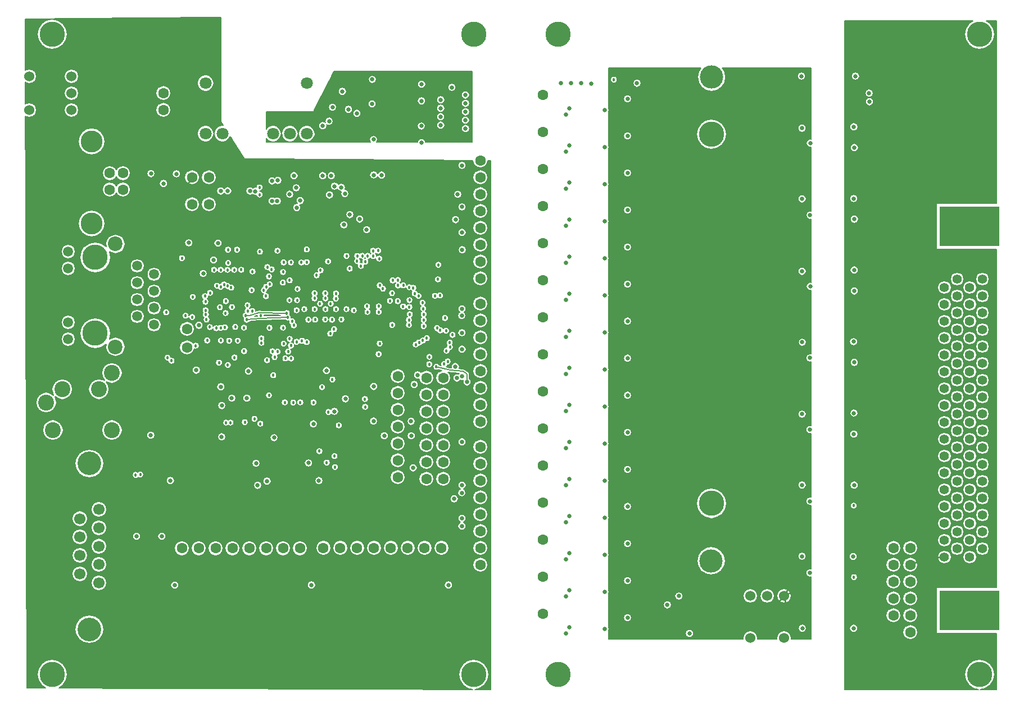
<source format=gbr>
G04 (created by PCBNEW-RS274X (2010-03-14)-final) date Tue 01 Feb 2011 02:56:59 PM EST*
G01*
G70*
G90*
%MOIN*%
G04 Gerber Fmt 3.4, Leading zero omitted, Abs format*
%FSLAX34Y34*%
G04 APERTURE LIST*
%ADD10C,0.001000*%
%ADD11C,0.063000*%
%ADD12C,0.149600*%
%ADD13C,0.137800*%
%ADD14C,0.150000*%
%ADD15C,0.070900*%
%ADD16C,0.129900*%
%ADD17C,0.060000*%
%ADD18C,0.055000*%
%ADD19R,0.354300X0.236200*%
%ADD20C,0.094500*%
%ADD21C,0.140000*%
%ADD22C,0.066900*%
%ADD23C,0.086600*%
%ADD24C,0.059100*%
%ADD25C,0.025000*%
%ADD26C,0.018000*%
%ADD27C,0.005000*%
%ADD28C,0.010000*%
%ADD29C,0.008000*%
%ADD30C,0.007000*%
G04 APERTURE END LIST*
G54D10*
G54D11*
X41900Y-24500D03*
X41900Y-25500D03*
X41900Y-26500D03*
X41900Y-27500D03*
X41900Y-28500D03*
X41900Y-29500D03*
X40900Y-24500D03*
X40900Y-25500D03*
X40900Y-26500D03*
X40900Y-27500D03*
X40900Y-28500D03*
G54D12*
X30100Y00068D03*
G54D13*
X30108Y03454D03*
G54D12*
X30100Y-21845D03*
G54D13*
X30084Y-25254D03*
G54D14*
X16000Y-32000D03*
X-09000Y06000D03*
X16000Y06000D03*
X-09000Y-32000D03*
G54D11*
X-02400Y02500D03*
X-02400Y01500D03*
X-00700Y-04100D03*
X00300Y-04100D03*
X-00700Y-02500D03*
X00300Y-02500D03*
X11500Y-14300D03*
X11500Y-15300D03*
X11500Y-16300D03*
X11500Y-17300D03*
X11500Y-18300D03*
X11500Y-19300D03*
X11500Y-20300D03*
X14200Y-20400D03*
X13200Y-20400D03*
X14200Y-19400D03*
X13200Y-19400D03*
X14200Y-18400D03*
X13200Y-18400D03*
X14200Y-17400D03*
X13200Y-17400D03*
X14200Y-16400D03*
X13200Y-16400D03*
X14200Y-15400D03*
X13200Y-15400D03*
X14200Y-14400D03*
X13200Y-14400D03*
X16400Y-01500D03*
X16400Y-02500D03*
X16400Y-04500D03*
X16400Y-05500D03*
X16400Y-06500D03*
X16400Y-07500D03*
X16400Y-08500D03*
X16400Y-03500D03*
X16400Y-10000D03*
X16400Y-11000D03*
X16400Y-13000D03*
X16400Y-14000D03*
X16400Y-15000D03*
X16400Y-16000D03*
X16400Y-17000D03*
X16400Y-12000D03*
X16400Y-18500D03*
X16400Y-19500D03*
X16400Y-21500D03*
X16400Y-22500D03*
X16400Y-23500D03*
X16400Y-24500D03*
X16400Y-25500D03*
X16400Y-20500D03*
G54D15*
X00100Y00100D03*
X01100Y00100D03*
X04100Y00100D03*
X05100Y00100D03*
X06100Y00100D03*
X06100Y03100D03*
X00100Y03100D03*
G54D16*
X-06660Y-00359D03*
X-06660Y-05241D03*
G54D11*
X-05593Y-02237D03*
X-04806Y-02237D03*
X-04806Y-03221D03*
X-05593Y-03221D03*
G54D17*
X34400Y-27350D03*
X33400Y-27350D03*
X32400Y-27350D03*
X32400Y-29850D03*
X34400Y-29850D03*
X-07850Y01500D03*
X-07850Y02500D03*
X-07850Y03500D03*
X-10350Y03500D03*
X-10350Y01500D03*
G54D18*
X43919Y-25035D03*
X44669Y-24535D03*
X43919Y-24035D03*
X44669Y-23535D03*
X43919Y-23035D03*
X44669Y-22535D03*
X43919Y-22035D03*
X44669Y-21535D03*
X43919Y-21035D03*
X44669Y-20535D03*
X43919Y-20035D03*
X44669Y-19535D03*
X43919Y-19035D03*
X44669Y-18535D03*
X43919Y-18035D03*
X44669Y-17535D03*
X43919Y-17035D03*
X44669Y-16535D03*
X43919Y-16035D03*
X44669Y-15535D03*
X43919Y-15035D03*
X44669Y-14535D03*
X43919Y-14035D03*
X44669Y-13535D03*
X43919Y-13035D03*
X44669Y-12535D03*
X43919Y-12035D03*
X44669Y-11535D03*
X43919Y-11035D03*
X44669Y-10535D03*
X43919Y-10035D03*
X44669Y-09535D03*
X43919Y-09035D03*
X44669Y-08535D03*
X45419Y-25035D03*
X46169Y-24535D03*
X45419Y-24035D03*
X46169Y-23535D03*
X45419Y-23035D03*
X46169Y-22535D03*
X45419Y-22035D03*
X46169Y-21535D03*
X45419Y-21035D03*
X46169Y-20535D03*
X45419Y-20035D03*
X46169Y-19535D03*
X45419Y-19035D03*
X46169Y-18535D03*
X45419Y-18035D03*
X46169Y-17535D03*
X45419Y-17035D03*
X46169Y-16535D03*
X45419Y-16035D03*
X46169Y-15535D03*
X45419Y-15035D03*
X46169Y-14535D03*
X45419Y-14035D03*
X46169Y-13535D03*
X45419Y-13035D03*
X46169Y-12535D03*
X45419Y-12035D03*
X46169Y-11535D03*
X45419Y-11035D03*
X46169Y-10535D03*
X45419Y-10035D03*
X46169Y-09535D03*
X45419Y-09035D03*
X46169Y-08535D03*
G54D19*
X45419Y-28185D03*
X45419Y-05385D03*
G54D20*
X-09349Y-15859D03*
X-08404Y-15072D03*
X-06239Y-15072D03*
X-05451Y-14107D03*
X-05451Y-17493D03*
X-08955Y-17493D03*
G54D11*
X20117Y-26185D03*
X20117Y-21785D03*
X20117Y-23985D03*
X20117Y-15185D03*
X20117Y-17385D03*
X20117Y-19585D03*
X20117Y-12985D03*
X20117Y-06385D03*
X20117Y-04185D03*
X20117Y-08585D03*
X20117Y00215D03*
X20117Y-01985D03*
X20117Y-10785D03*
X20117Y02415D03*
X03690Y-24510D03*
X04690Y-24510D03*
X05690Y-24510D03*
X02690Y-24510D03*
X01690Y-24510D03*
X00690Y-24510D03*
X-00310Y-24510D03*
X-01310Y-24510D03*
X14083Y-24496D03*
X13083Y-24496D03*
X12083Y-24496D03*
X11083Y-24496D03*
X10083Y-24496D03*
X09083Y-24496D03*
X08083Y-24496D03*
X07083Y-24496D03*
X-01000Y-11500D03*
X-01000Y-12600D03*
X20117Y-28385D03*
G54D14*
X46000Y-32000D03*
X46000Y06000D03*
X21000Y-32000D03*
X21000Y06000D03*
G54D21*
X-06800Y-19480D03*
G54D22*
X-06241Y-22206D03*
X-06241Y-23297D03*
X-06241Y-24387D03*
X-06241Y-25478D03*
X-06241Y-26569D03*
X-07359Y-22752D03*
X-07359Y-23842D03*
X-07359Y-24933D03*
X-07359Y-26023D03*
G54D21*
X-06800Y-29319D03*
G54D12*
X-06451Y-07251D03*
X-06451Y-11751D03*
G54D23*
X-05250Y-06448D03*
X-05250Y-12552D03*
G54D24*
X-08049Y-06891D03*
X-08049Y-12111D03*
X-08049Y-07891D03*
X-08049Y-11111D03*
X-03951Y-07751D03*
X-02951Y-08251D03*
X-03951Y-08751D03*
X-02951Y-09251D03*
X-03951Y-09751D03*
X-02951Y-10251D03*
X-03951Y-10751D03*
X-02951Y-11251D03*
G54D25*
X04044Y-03906D03*
G54D26*
X03859Y-08377D03*
X01854Y-11374D03*
X14014Y-11576D03*
X10421Y-12362D03*
X06098Y-12271D03*
G54D25*
X08357Y-03456D03*
G54D26*
X00101Y-10385D03*
X01251Y-11401D03*
X00367Y-09353D03*
X01615Y-09038D03*
X-00662Y-09598D03*
X00601Y-07989D03*
X00998Y-07986D03*
X01395Y-07986D03*
X01799Y-07986D03*
X-01300Y-07295D03*
X-02240Y-10505D03*
X04969Y-10816D03*
X02539Y-10943D03*
G54D25*
X15297Y-23200D03*
X15603Y-14641D03*
X15320Y-06792D03*
X07266Y-13964D03*
G54D26*
X13784Y-13740D03*
G54D25*
X15309Y-05761D03*
X15301Y-14316D03*
X15305Y-22738D03*
G54D26*
X09563Y-16121D03*
X06501Y-15861D03*
X04731Y-12368D03*
X14739Y-11844D03*
X05160Y-12475D03*
X14368Y-11601D03*
X03857Y-15435D03*
X03740Y-13351D03*
X04997Y-12836D03*
X14574Y-12301D03*
X02998Y-16833D03*
X02424Y-17032D03*
X04067Y-12823D03*
X14459Y-13424D03*
X05169Y-13251D03*
X14383Y-12787D03*
X04833Y-13240D03*
X14589Y-12561D03*
X04367Y-12837D03*
X14244Y-13571D03*
X04693Y-11418D03*
X01572Y-17055D03*
X03883Y-11425D03*
X01319Y-17052D03*
X02476Y-10696D03*
X04910Y-10552D03*
X03757Y-07821D03*
X02595Y-10439D03*
X05231Y-11040D03*
X-02163Y-13200D03*
X00112Y-10638D03*
X03902Y-08837D03*
X00998Y-11428D03*
X02372Y-11420D03*
X03676Y-09546D03*
X00734Y-11447D03*
X03549Y-09199D03*
X00348Y-11383D03*
X00150Y-10936D03*
X03690Y-08994D03*
X12187Y-09020D03*
X09390Y-07153D03*
X09544Y-15652D03*
G54D25*
X14922Y-05004D03*
X14912Y-13729D03*
X15010Y-14409D03*
X14840Y-21580D03*
G54D26*
X05712Y-15856D03*
X11158Y-09369D03*
X09309Y-07757D03*
X05300Y-15866D03*
X07615Y-14498D03*
X06844Y-18750D03*
X09084Y-07468D03*
X11813Y-10162D03*
X11035Y-09829D03*
X09090Y-07165D03*
G54D25*
X12674Y-14225D03*
G54D26*
X05330Y-11278D03*
X-01927Y-13379D03*
X02587Y-10085D03*
X02878Y-10435D03*
G54D25*
X12472Y-14791D03*
X24903Y03061D03*
X24585Y02224D03*
X24583Y00020D03*
X24577Y-02193D03*
X24578Y-04390D03*
X24572Y-06603D03*
X24583Y-08780D03*
X24581Y-10983D03*
X24585Y-13176D03*
X24573Y-15400D03*
X24572Y-17604D03*
X24570Y-19807D03*
X24573Y-22000D03*
X24570Y-24207D03*
X24580Y-26387D03*
X24576Y-28594D03*
X27394Y-29119D03*
X26655Y-29649D03*
X31137Y-29794D03*
X35482Y00012D03*
X35470Y-04208D03*
X35478Y-08492D03*
X35482Y-12716D03*
X35466Y-17004D03*
X35470Y-21204D03*
X35478Y-25428D03*
X35510Y-29712D03*
X35490Y-13994D03*
X35478Y-09733D03*
X35502Y-05498D03*
X35482Y-01229D03*
X35441Y03027D03*
X35522Y-26743D03*
X35485Y-22484D03*
X35499Y-18238D03*
X25121Y-28632D03*
X23781Y-29290D03*
X21472Y-29571D03*
X21472Y-27371D03*
X23781Y-27090D03*
X25121Y-26432D03*
X21472Y-25171D03*
X23781Y-24890D03*
X25121Y-24232D03*
X21472Y-22971D03*
X23781Y-22690D03*
X25121Y-22032D03*
X21472Y-20771D03*
X23781Y-20490D03*
X25121Y-19832D03*
X21472Y-18571D03*
X23781Y-18290D03*
X25121Y-17632D03*
X21472Y-16371D03*
X23781Y-16090D03*
X25121Y-15432D03*
X21472Y-14171D03*
X23781Y-13890D03*
X25121Y-13232D03*
X21472Y-11971D03*
X23781Y-11690D03*
X25121Y-11032D03*
X21472Y-09771D03*
X23781Y-09490D03*
X25121Y-08832D03*
X21472Y-07571D03*
X23781Y-07290D03*
X25121Y-06632D03*
X21472Y-05371D03*
X23781Y-05090D03*
X25121Y-04432D03*
X21472Y-03171D03*
X23781Y-02890D03*
X25121Y-02232D03*
X21472Y-00971D03*
X23781Y-00690D03*
X25121Y-00032D03*
X21472Y01229D03*
X23781Y01510D03*
X25121Y02168D03*
X25687Y03095D03*
X28795Y-29565D03*
X28167Y-27349D03*
X27484Y-27871D03*
X35470Y00423D03*
X35478Y-03773D03*
X35474Y-08073D03*
X35486Y-12281D03*
X35478Y-16549D03*
X35478Y-20756D03*
X35470Y-24988D03*
X35490Y-29256D03*
G54D26*
X24308Y03300D03*
G54D25*
X35947Y-21718D03*
X35943Y-17465D03*
X35943Y-13215D03*
X35963Y-08964D03*
X35953Y-04743D03*
X35963Y-00464D03*
X35949Y-25978D03*
X35438Y03515D03*
X21682Y-02796D03*
X21682Y-00596D03*
X21682Y01604D03*
X21170Y03105D03*
X21682Y-29196D03*
X21682Y-26996D03*
X21682Y-24796D03*
X21682Y-22596D03*
X22968Y03072D03*
X21682Y-20396D03*
X21682Y-18196D03*
X21682Y-15996D03*
X21682Y-13796D03*
X22366Y03089D03*
X21682Y-11596D03*
X21682Y-09396D03*
X21682Y-07196D03*
X21682Y-04996D03*
X21781Y03097D03*
G54D26*
X05084Y-12079D03*
G54D25*
X07447Y-03538D03*
G54D26*
X04107Y-14237D03*
X04796Y-15854D03*
X05813Y-12200D03*
G54D25*
X08149Y-03088D03*
G54D26*
X05499Y-12260D03*
G54D25*
X07747Y-03020D03*
X15511Y00898D03*
X15516Y01392D03*
X15516Y01895D03*
X14045Y02108D03*
X14040Y01610D03*
X14035Y01106D03*
X14045Y00603D03*
X12900Y02044D03*
X14705Y02848D03*
X12891Y00549D03*
X07423Y00843D03*
X07048Y00569D03*
X09069Y01303D03*
X10057Y-00250D03*
X09969Y01866D03*
X09985Y03319D03*
X11641Y02054D03*
X11641Y00553D03*
X08593Y00847D03*
X10550Y-00245D03*
X14949Y03593D03*
X15516Y00403D03*
X15512Y02396D03*
X07624Y01664D03*
X08572Y01542D03*
X08210Y02608D03*
G54D26*
X10328Y-06851D03*
X12157Y-10954D03*
X12179Y-10194D03*
X13033Y-11328D03*
X13036Y-10627D03*
X12968Y-09934D03*
X10363Y-12992D03*
X06561Y-09372D03*
X07197Y-09372D03*
X07832Y-09385D03*
X07832Y-10323D03*
X07207Y-10320D03*
X06568Y-10323D03*
X06884Y-10000D03*
X07520Y-09997D03*
X06558Y-09678D03*
X07204Y-09681D03*
X07826Y-09691D03*
X05498Y-10385D03*
X08891Y-10389D03*
X07715Y-11505D03*
X07490Y-11774D03*
X06683Y-08308D03*
X06918Y-08016D03*
G54D25*
X-03997Y-23802D03*
X-02501Y-23800D03*
G54D26*
X05078Y-08607D03*
X05522Y-09790D03*
G54D25*
X15305Y-01787D03*
X15305Y-04248D03*
X15305Y-10299D03*
X15291Y-10703D03*
X15312Y-12697D03*
X15305Y-18197D03*
X15291Y-21222D03*
G54D26*
X03318Y-06905D03*
X02878Y-08088D03*
X01498Y-12196D03*
X00943Y-10203D03*
X01299Y-09842D03*
X01663Y-10200D03*
X01287Y-10553D03*
X-00696Y-10792D03*
X02828Y-09194D03*
X01810Y-13193D03*
X00895Y-13497D03*
X00196Y-12175D03*
X-00480Y-12488D03*
G54D25*
X-00454Y-13942D03*
X00999Y-14924D03*
X-03153Y-17802D03*
X02644Y-13996D03*
X02547Y-15603D03*
X10694Y-17833D03*
X10058Y-16964D03*
X12283Y-16980D03*
G54D26*
X07362Y-07489D03*
X13366Y-13591D03*
X-01095Y-10703D03*
G54D25*
X09653Y-05600D03*
X09236Y-04974D03*
X08295Y-05317D03*
G54D26*
X01437Y-07575D03*
G54D25*
X03047Y-03319D03*
X00994Y-03308D03*
X02728Y-03309D03*
X01412Y-03296D03*
X04380Y-02680D03*
X04038Y-02709D03*
X04346Y-03900D03*
X05345Y-02396D03*
X07047Y-02396D03*
X07552Y-02390D03*
X10068Y-02355D03*
X05087Y-03496D03*
X05712Y-03878D03*
X00568Y-07401D03*
X03183Y-20779D03*
X06198Y-19448D03*
X03090Y-19466D03*
X14496Y-26691D03*
X06373Y-26691D03*
X-01733Y-26699D03*
X39452Y02502D03*
X39469Y01991D03*
G54D26*
X13880Y-08547D03*
X13829Y-11436D03*
X07770Y-19697D03*
X-03776Y-20134D03*
G54D25*
X38546Y00506D03*
X38539Y-03753D03*
X38567Y-07998D03*
X38525Y-12251D03*
X38559Y-20765D03*
X38503Y-25003D03*
X38531Y-29262D03*
X38552Y-16486D03*
X07745Y-16385D03*
X01050Y-17895D03*
G54D26*
X03342Y-17119D03*
G54D25*
X04154Y-17949D03*
X06488Y-17130D03*
G54D26*
X04189Y-13169D03*
X06097Y-07532D03*
X04362Y-06855D03*
G54D25*
X-02402Y-02858D03*
X-01639Y-02286D03*
X-03145Y-02276D03*
X-01994Y-20491D03*
X00829Y-06400D03*
X-00042Y-08202D03*
G54D26*
X04676Y-08741D03*
X04018Y-07959D03*
X38548Y-26230D03*
X38537Y-21979D03*
G54D25*
X38547Y-17733D03*
X38568Y-13480D03*
X38568Y-09238D03*
X38578Y-04978D03*
X38578Y-00729D03*
X38645Y03513D03*
X05501Y-04289D03*
X-00300Y-11279D03*
G54D26*
X09672Y-10147D03*
X12768Y-12296D03*
X10366Y-10485D03*
X12973Y-12183D03*
X09698Y-10490D03*
X12563Y-12421D03*
X10369Y-10148D03*
X13215Y-12038D03*
X12501Y-09388D03*
X08454Y-07162D03*
X01000Y-08994D03*
X11498Y-09843D03*
X09568Y-07504D03*
X01403Y-08944D03*
X05071Y-09790D03*
X01188Y-08860D03*
X00771Y-08931D03*
X05549Y-09121D03*
X03407Y-12059D03*
X00062Y-09551D03*
X01968Y-06794D03*
X07739Y-19041D03*
X03303Y-03518D03*
X03300Y-03098D03*
G54D25*
X05475Y-03116D03*
G54D26*
X09711Y-07153D03*
X13702Y-09532D03*
X10428Y-08906D03*
X13997Y-09507D03*
X12727Y-09535D03*
X08643Y-07911D03*
X12420Y-09053D03*
X10616Y-09103D03*
X11821Y-08904D03*
X10031Y-06855D03*
X11509Y-08911D03*
X10033Y-07166D03*
X11503Y-08594D03*
X10395Y-07320D03*
G54D25*
X-00907Y-06384D03*
X08651Y-04705D03*
G54D26*
X00090Y-09880D03*
X07385Y-16426D03*
X07999Y-17215D03*
X03407Y-12322D03*
G54D25*
X12906Y03034D03*
X12906Y-00444D03*
G54D26*
X06650Y-08717D03*
X07153Y-08719D03*
X07656Y-08723D03*
X08184Y-08724D03*
X06099Y-08720D03*
X08436Y-09385D03*
X05949Y-09371D03*
X07438Y-08009D03*
X-01101Y-10431D03*
X11194Y-08609D03*
X12159Y-11257D03*
X12205Y-10622D03*
X12192Y-09779D03*
X13035Y-10961D03*
X13003Y-10292D03*
X11166Y-11258D03*
X06195Y-10942D03*
X06601Y-10939D03*
X07192Y-10928D03*
X07596Y-10945D03*
X08150Y-10928D03*
X05948Y-10320D03*
X08450Y-10323D03*
X03361Y-10690D03*
X02003Y-12197D03*
X02378Y-12809D03*
G54D25*
X01056Y-16045D03*
X01652Y-15599D03*
G54D26*
X07003Y-14950D03*
G54D25*
X10064Y-14904D03*
X08390Y-15646D03*
X12292Y-17833D03*
X12409Y-19741D03*
G54D26*
X13371Y-13152D03*
X02208Y-07983D03*
X01429Y-06793D03*
G54D25*
X10532Y-02361D03*
X03740Y-20523D03*
X06819Y-20494D03*
G54D26*
X13904Y-07692D03*
X14299Y-10842D03*
X01003Y-12179D03*
X01412Y-13634D03*
X07279Y-19428D03*
X-04051Y-20158D03*
G54D25*
X15053Y-03499D03*
X15300Y-11719D03*
X15306Y-20776D03*
G54D26*
X04688Y-08114D03*
X04727Y-07545D03*
X05154Y-07546D03*
X05774Y-07546D03*
X06098Y-06771D03*
G54D25*
X38546Y00046D03*
X38539Y-04206D03*
X38553Y-08451D03*
X38560Y-12718D03*
X38544Y-16963D03*
X38552Y-21218D03*
X38531Y-25449D03*
X38517Y-29722D03*
G54D27*
X04969Y-10816D02*
X03327Y-10861D01*
X03327Y-10861D02*
X02542Y-10936D01*
X15603Y-14641D02*
X15607Y-14168D01*
X15607Y-14168D02*
X15375Y-14015D01*
X15375Y-14015D02*
X14594Y-13942D01*
X14594Y-13942D02*
X13784Y-13740D01*
X04910Y-10552D02*
X03235Y-10522D01*
X03235Y-10522D02*
X02703Y-10700D01*
X02703Y-10700D02*
X02476Y-10696D01*
G54D28*
X34400Y-27350D02*
X35478Y-25428D01*
X34400Y-27350D02*
X34788Y-29064D01*
X34788Y-29064D02*
X35200Y-29697D01*
X35200Y-29697D02*
X35510Y-29712D01*
X35478Y-25428D02*
X34922Y-24940D01*
X35485Y-22484D02*
X34922Y-24940D01*
X35470Y-21204D02*
X35064Y-20690D01*
X35064Y-20690D02*
X35499Y-18238D01*
X35466Y-17004D02*
X35089Y-16583D01*
X35089Y-16583D02*
X35490Y-13994D01*
X35215Y-12420D02*
X35482Y-12716D01*
X35215Y-12420D02*
X35478Y-09733D01*
X35478Y-08492D02*
X35055Y-08092D01*
X35055Y-08092D02*
X35502Y-05498D01*
X35470Y-04208D02*
X35072Y-03751D01*
X35072Y-03751D02*
X35482Y-01229D01*
X24576Y-28594D02*
X24580Y-26387D01*
X24580Y-26387D02*
X24570Y-24207D01*
X24570Y-24207D02*
X24573Y-22000D01*
X24573Y-22000D02*
X24570Y-19807D01*
X24570Y-19807D02*
X24572Y-17604D01*
X24572Y-17604D02*
X24573Y-15400D01*
X24573Y-15400D02*
X24585Y-13176D01*
X24585Y-13176D02*
X24581Y-10983D01*
X24581Y-10983D02*
X24583Y-08780D01*
X24583Y-08780D02*
X24572Y-06603D01*
X24572Y-06603D02*
X24578Y-04390D01*
X24578Y-04390D02*
X24577Y-02193D01*
X24577Y-02193D02*
X24583Y00020D01*
X24583Y00020D02*
X24585Y02224D01*
X24585Y02224D02*
X24903Y03061D01*
X24573Y-15400D02*
X25296Y-16203D01*
X25296Y-16203D02*
X35466Y-17004D01*
X34400Y-27350D02*
X33281Y-28521D01*
X33281Y-28521D02*
X31301Y-29432D01*
X31301Y-29432D02*
X31137Y-29794D01*
X31137Y-29794D02*
X28207Y-29865D01*
X28207Y-29865D02*
X26655Y-29649D01*
X26655Y-29649D02*
X24897Y-29114D01*
X24897Y-29114D02*
X24576Y-28594D01*
X26655Y-29649D02*
X27394Y-29119D01*
X35490Y-13994D02*
X35482Y-12716D01*
X35478Y-09733D02*
X35478Y-08492D01*
X35502Y-05498D02*
X35470Y-04208D01*
X35482Y-01229D02*
X35482Y00012D01*
X35482Y00012D02*
X35082Y00400D01*
X35082Y00400D02*
X35441Y03027D01*
X34400Y-27350D02*
X35522Y-26743D01*
X35485Y-22484D02*
X35470Y-21204D01*
X35499Y-18238D02*
X35466Y-17004D01*
G54D29*
X08593Y00847D02*
X10497Y00100D01*
X10497Y00100D02*
X10550Y-00245D01*
X10497Y00100D02*
X11641Y00553D01*
X11641Y00553D02*
X11641Y02054D01*
X11641Y02054D02*
X13862Y02931D01*
X13862Y02931D02*
X14949Y03593D01*
G54D28*
X-01101Y-10431D02*
X00184Y-10071D01*
X00184Y-10071D02*
X01216Y-09590D01*
X01216Y-09590D02*
X03154Y-09660D01*
X03154Y-09660D02*
X03941Y-09862D01*
X03941Y-09862D02*
X05078Y-09437D01*
X05078Y-09437D02*
X05949Y-09371D01*
X05949Y-09371D02*
X06099Y-08720D01*
X06099Y-08720D02*
X06398Y-06902D01*
X05345Y-05867D02*
X-01300Y-04923D01*
X-01300Y-04923D02*
X-01551Y-03759D01*
X-01551Y-03759D02*
X-00700Y-02500D01*
X06398Y-06902D02*
X06287Y-06145D01*
X06287Y-06145D02*
X05345Y-05867D01*
X43919Y-25035D02*
X42807Y-25050D01*
X42807Y-25050D02*
X41900Y-25500D01*
X42807Y-25050D02*
X42528Y-23767D01*
X42528Y-23767D02*
X39845Y-23823D01*
X39845Y-23823D02*
X38800Y-25397D01*
X38800Y-25397D02*
X38531Y-25449D01*
X39845Y-23823D02*
X38850Y-21197D01*
X38850Y-21197D02*
X38552Y-21218D01*
X38850Y-21197D02*
X38850Y-16897D01*
X38850Y-16897D02*
X38544Y-16963D01*
X38850Y-16897D02*
X38850Y-12697D01*
X38850Y-12697D02*
X38560Y-12718D01*
X38850Y-12697D02*
X38850Y-08397D01*
X38850Y-08397D02*
X38553Y-08451D01*
X38850Y-08397D02*
X38850Y-04197D01*
X38850Y-04197D02*
X38539Y-04206D01*
X38850Y-04197D02*
X38850Y00103D01*
X38850Y00103D02*
X38546Y00046D01*
X38800Y-25397D02*
X38800Y-29697D01*
X38800Y-29697D02*
X38517Y-29722D01*
G54D10*
G36*
X15900Y00949D02*
X15691Y01217D01*
X15900Y01155D01*
X15900Y00949D01*
X15900Y00949D01*
G37*
G54D30*
X15900Y00949D02*
X15691Y01217D01*
X15900Y01155D01*
X15900Y00949D01*
G54D10*
G36*
X15900Y01484D02*
X15691Y01567D01*
X15900Y01768D01*
X15900Y01484D01*
X15900Y01484D01*
G37*
G54D30*
X15900Y01484D02*
X15691Y01567D01*
X15900Y01768D01*
X15900Y01484D01*
G54D10*
G36*
X15579Y03380D02*
X15900Y03800D01*
X15900Y03380D01*
X15579Y03380D01*
X15579Y03380D01*
G37*
G54D30*
X15579Y03380D02*
X15900Y03800D01*
X15900Y03380D01*
X15579Y03380D01*
G54D10*
G36*
X15579Y00020D02*
X15579Y-00400D01*
X14937Y00020D01*
X15579Y00020D01*
X15579Y00020D01*
G37*
G54D30*
X15579Y00020D02*
X15579Y-00400D01*
X14937Y00020D01*
X15579Y00020D01*
G54D10*
G36*
X15606Y00669D02*
X15611Y00632D01*
X15516Y00652D01*
X15606Y00669D01*
X15606Y00669D01*
G37*
G54D30*
X15606Y00669D02*
X15611Y00632D01*
X15516Y00652D01*
X15606Y00669D01*
G54D10*
G36*
X15579Y03380D02*
X14937Y03380D01*
X15579Y03800D01*
X15579Y03380D01*
X15579Y03380D01*
G37*
G54D30*
X15579Y03380D02*
X14937Y03380D01*
X15579Y03800D01*
X15579Y03380D01*
G54D10*
G36*
X14283Y01106D02*
X14264Y01201D01*
X14937Y00860D01*
X14283Y01106D01*
X14283Y01106D01*
G37*
G54D30*
X14283Y01106D02*
X14264Y01201D01*
X14937Y00860D01*
X14283Y01106D01*
G54D10*
G36*
X15745Y01297D02*
X15764Y01392D01*
X15900Y01155D01*
X15745Y01297D01*
X15745Y01297D01*
G37*
G54D30*
X15745Y01297D02*
X15764Y01392D01*
X15900Y01155D01*
X15745Y01297D01*
G54D10*
G36*
X14937Y00860D02*
X14937Y00020D01*
X14274Y00508D01*
X14937Y00860D01*
X14937Y00860D01*
G37*
G54D30*
X14937Y00860D02*
X14937Y00020D01*
X14274Y00508D01*
X14937Y00860D01*
G54D10*
G36*
X14295Y01700D02*
X14274Y02013D01*
X14937Y01700D01*
X14295Y01700D01*
X14295Y01700D01*
G37*
G54D30*
X14295Y01700D02*
X14274Y02013D01*
X14937Y01700D01*
X14295Y01700D01*
G54D10*
G36*
X14295Y00020D02*
X14274Y00508D01*
X14937Y00020D01*
X14295Y00020D01*
X14295Y00020D01*
G37*
G54D30*
X14295Y00020D02*
X14274Y00508D01*
X14937Y00020D01*
X14295Y00020D01*
G54D10*
G36*
X14295Y00860D02*
X14283Y01106D01*
X14937Y00860D01*
X14295Y00860D01*
X14295Y00860D01*
G37*
G54D30*
X14295Y00860D02*
X14283Y01106D01*
X14937Y00860D01*
X14295Y00860D01*
G54D10*
G36*
X14295Y00020D02*
X14295Y-00400D01*
X13653Y00020D01*
X14295Y00020D01*
X14295Y00020D01*
G37*
G54D30*
X14295Y00020D02*
X14295Y-00400D01*
X13653Y00020D01*
X14295Y00020D01*
G54D10*
G36*
X13653Y00860D02*
X13011Y00860D01*
X13788Y01106D01*
X13653Y00860D01*
X13653Y00860D01*
G37*
G54D30*
X13653Y00860D02*
X13011Y00860D01*
X13788Y01106D01*
X13653Y00860D01*
G54D10*
G36*
X14274Y02013D02*
X14293Y02108D01*
X14937Y01700D01*
X14274Y02013D01*
X14274Y02013D01*
G37*
G54D30*
X14274Y02013D02*
X14293Y02108D01*
X14937Y01700D01*
X14274Y02013D01*
G54D10*
G36*
X13653Y01700D02*
X13870Y01933D01*
X13865Y01785D01*
X13653Y01700D01*
X13653Y01700D01*
G37*
G54D30*
X13653Y01700D02*
X13870Y01933D01*
X13865Y01785D01*
X13653Y01700D01*
G54D10*
G36*
X13653Y02540D02*
X13653Y03380D01*
X14457Y02848D01*
X13653Y02540D01*
X13653Y02540D01*
G37*
G54D30*
X13653Y02540D02*
X13653Y03380D01*
X14457Y02848D01*
X13653Y02540D01*
G54D10*
G36*
X13653Y01700D02*
X13806Y01201D01*
X13011Y01700D01*
X13653Y01700D01*
X13653Y01700D01*
G37*
G54D30*
X13653Y01700D02*
X13806Y01201D01*
X13011Y01700D01*
X13653Y01700D01*
G54D10*
G36*
X14295Y00020D02*
X14616Y-00400D01*
X14295Y-00400D01*
X14295Y00020D01*
X14295Y00020D01*
G37*
G54D30*
X14295Y00020D02*
X14616Y-00400D01*
X14295Y-00400D01*
X14295Y00020D01*
G54D10*
G36*
X14293Y00603D02*
X14274Y00698D01*
X14937Y00860D01*
X14293Y00603D01*
X14293Y00603D01*
G37*
G54D30*
X14293Y00603D02*
X14274Y00698D01*
X14937Y00860D01*
X14293Y00603D01*
G54D10*
G36*
X14295Y01700D02*
X14937Y01700D01*
X14288Y01610D01*
X14295Y01700D01*
X14295Y01700D01*
G37*
G54D30*
X14295Y01700D02*
X14937Y01700D01*
X14288Y01610D01*
X14295Y01700D01*
G54D10*
G36*
X12368Y01700D02*
X12805Y01815D01*
X13011Y01700D01*
X12368Y01700D01*
X12368Y01700D01*
G37*
G54D30*
X12368Y01700D02*
X12805Y01815D01*
X13011Y01700D01*
X12368Y01700D01*
G54D10*
G36*
X14295Y03380D02*
X14457Y02848D01*
X13653Y03380D01*
X14295Y03380D01*
X14295Y03380D01*
G37*
G54D30*
X14295Y03380D02*
X14457Y02848D01*
X13653Y03380D01*
X14295Y03380D01*
G54D10*
G36*
X13011Y02540D02*
X12805Y02273D01*
X12811Y02805D01*
X13011Y02540D01*
X13011Y02540D01*
G37*
G54D30*
X13011Y02540D02*
X12805Y02273D01*
X12811Y02805D01*
X13011Y02540D01*
G54D10*
G36*
X13011Y01700D02*
X12796Y00778D01*
X12368Y01700D01*
X13011Y01700D01*
X13011Y01700D01*
G37*
G54D30*
X13011Y01700D02*
X12796Y00778D01*
X12368Y01700D01*
X13011Y01700D01*
G54D10*
G36*
X13011Y00020D02*
X12811Y-00215D01*
X12796Y00320D01*
X13011Y00020D01*
X13011Y00020D01*
G37*
G54D30*
X13011Y00020D02*
X12811Y-00215D01*
X12796Y00320D01*
X13011Y00020D01*
G54D10*
G36*
X13011Y01700D02*
X13806Y01201D01*
X13011Y00860D01*
X13011Y01700D01*
X13011Y01700D01*
G37*
G54D30*
X13011Y01700D02*
X13806Y01201D01*
X13011Y00860D01*
X13011Y01700D01*
G54D10*
G36*
X13148Y02044D02*
X13129Y02139D01*
X13798Y02108D01*
X13148Y02044D01*
X13148Y02044D01*
G37*
G54D30*
X13148Y02044D02*
X13129Y02139D01*
X13798Y02108D01*
X13148Y02044D01*
G54D10*
G36*
X13653Y03380D02*
X13653Y02540D01*
X13154Y03034D01*
X13653Y03380D01*
X13653Y03380D01*
G37*
G54D30*
X13653Y03380D02*
X13653Y02540D01*
X13154Y03034D01*
X13653Y03380D01*
G54D10*
G36*
X12368Y01700D02*
X11726Y00860D01*
X11726Y01700D01*
X12368Y01700D01*
X12368Y01700D01*
G37*
G54D30*
X12368Y01700D02*
X11726Y00860D01*
X11726Y01700D01*
X12368Y01700D01*
G54D10*
G36*
X13011Y00860D02*
X12796Y00778D01*
X13011Y01700D01*
X13011Y00860D01*
X13011Y00860D01*
G37*
G54D30*
X13011Y00860D02*
X12796Y00778D01*
X13011Y01700D01*
X13011Y00860D01*
G54D10*
G36*
X11726Y00020D02*
X11726Y00860D01*
X12368Y00860D01*
X11726Y00020D01*
X11726Y00020D01*
G37*
G54D30*
X11726Y00020D02*
X11726Y00860D01*
X12368Y00860D01*
X11726Y00020D01*
G54D10*
G36*
X12368Y01700D02*
X11726Y01700D01*
X12368Y02540D01*
X12368Y01700D01*
X12368Y01700D01*
G37*
G54D30*
X12368Y01700D02*
X11726Y01700D01*
X12368Y02540D01*
X12368Y01700D01*
G54D10*
G36*
X12368Y02540D02*
X11726Y02540D01*
X12368Y03380D01*
X12368Y02540D01*
X12368Y02540D01*
G37*
G54D30*
X12368Y02540D02*
X11726Y02540D01*
X12368Y03380D01*
X12368Y02540D01*
G54D10*
G36*
X11726Y01700D02*
X11084Y00860D01*
X11084Y01700D01*
X11726Y01700D01*
X11726Y01700D01*
G37*
G54D30*
X11726Y01700D02*
X11084Y00860D01*
X11084Y01700D01*
X11726Y01700D01*
G54D10*
G36*
X12368Y00860D02*
X12368Y00020D01*
X11726Y00020D01*
X12368Y00860D01*
X12368Y00860D01*
G37*
G54D30*
X12368Y00860D02*
X12368Y00020D01*
X11726Y00020D01*
X12368Y00860D01*
G54D10*
G36*
X12368Y01700D02*
X12368Y00860D01*
X11726Y00860D01*
X12368Y01700D01*
X12368Y01700D01*
G37*
G54D30*
X12368Y01700D02*
X12368Y00860D01*
X11726Y00860D01*
X12368Y01700D01*
G54D10*
G36*
X11084Y00020D02*
X11084Y00860D01*
X11726Y00860D01*
X11084Y00020D01*
X11084Y00020D01*
G37*
G54D30*
X11084Y00020D02*
X11084Y00860D01*
X11726Y00860D01*
X11084Y00020D01*
G54D10*
G36*
X12368Y02540D02*
X11726Y01700D01*
X11726Y02540D01*
X12368Y02540D01*
X12368Y02540D01*
G37*
G54D30*
X12368Y02540D02*
X11726Y01700D01*
X11726Y02540D01*
X12368Y02540D01*
G54D10*
G36*
X11726Y01700D02*
X11084Y01700D01*
X11726Y02540D01*
X11726Y01700D01*
X11726Y01700D01*
G37*
G54D30*
X11726Y01700D02*
X11084Y01700D01*
X11726Y02540D01*
X11726Y01700D01*
G54D10*
G36*
X12368Y03380D02*
X11726Y02540D01*
X11726Y03380D01*
X12368Y03380D01*
X12368Y03380D01*
G37*
G54D30*
X12368Y03380D02*
X11726Y02540D01*
X11726Y03380D01*
X12368Y03380D01*
G54D10*
G36*
X11726Y02540D02*
X11084Y02540D01*
X11726Y03380D01*
X11726Y02540D01*
X11726Y02540D01*
G37*
G54D30*
X11726Y02540D02*
X11084Y02540D01*
X11726Y03380D01*
X11726Y02540D01*
G54D10*
G36*
X11084Y03380D02*
X11084Y03800D01*
X11726Y03380D01*
X11084Y03380D01*
X11084Y03380D01*
G37*
G54D30*
X11084Y03380D02*
X11084Y03800D01*
X11726Y03380D01*
X11084Y03380D01*
G54D10*
G36*
X11084Y01700D02*
X10442Y00860D01*
X10442Y01700D01*
X11084Y01700D01*
X11084Y01700D01*
G37*
G54D30*
X11084Y01700D02*
X10442Y00860D01*
X10442Y01700D01*
X11084Y01700D01*
G54D10*
G36*
X11726Y00860D02*
X11726Y00020D01*
X11084Y00020D01*
X11726Y00860D01*
X11726Y00860D01*
G37*
G54D30*
X11726Y00860D02*
X11726Y00020D01*
X11084Y00020D01*
X11726Y00860D01*
G54D10*
G36*
X11726Y01700D02*
X11726Y00860D01*
X11084Y00860D01*
X11726Y01700D01*
X11726Y01700D01*
G37*
G54D30*
X11726Y01700D02*
X11726Y00860D01*
X11084Y00860D01*
X11726Y01700D01*
G54D10*
G36*
X11084Y-00400D02*
X10379Y-00400D01*
X11084Y00020D01*
X11084Y-00400D01*
X11084Y-00400D01*
G37*
G54D30*
X11084Y-00400D02*
X10379Y-00400D01*
X11084Y00020D01*
X11084Y-00400D01*
G54D10*
G36*
X10442Y00020D02*
X10442Y00860D01*
X11084Y00860D01*
X10442Y00020D01*
X10442Y00020D01*
G37*
G54D30*
X10442Y00020D02*
X10442Y00860D01*
X11084Y00860D01*
X10442Y00020D01*
G54D10*
G36*
X11726Y02540D02*
X11084Y01700D01*
X11084Y02540D01*
X11726Y02540D01*
X11726Y02540D01*
G37*
G54D30*
X11726Y02540D02*
X11084Y01700D01*
X11084Y02540D01*
X11726Y02540D01*
G54D10*
G36*
X11084Y01700D02*
X10442Y01700D01*
X11084Y02540D01*
X11084Y01700D01*
X11084Y01700D01*
G37*
G54D30*
X11084Y01700D02*
X10442Y01700D01*
X11084Y02540D01*
X11084Y01700D01*
G54D10*
G36*
X11726Y03380D02*
X11084Y02540D01*
X11084Y03380D01*
X11726Y03380D01*
X11726Y03380D01*
G37*
G54D30*
X11726Y03380D02*
X11084Y02540D01*
X11084Y03380D01*
X11726Y03380D01*
G54D10*
G36*
X11084Y02540D02*
X10442Y02540D01*
X11084Y03380D01*
X11084Y02540D01*
X11084Y02540D01*
G37*
G54D30*
X11084Y02540D02*
X10442Y02540D01*
X11084Y03380D01*
X11084Y02540D01*
G54D10*
G36*
X10442Y03380D02*
X10442Y03800D01*
X11084Y03380D01*
X10442Y03380D01*
X10442Y03380D01*
G37*
G54D30*
X10442Y03380D02*
X10442Y03800D01*
X11084Y03380D01*
X10442Y03380D01*
G54D10*
G36*
X11084Y00860D02*
X11084Y00020D01*
X10442Y00020D01*
X11084Y00860D01*
X11084Y00860D01*
G37*
G54D30*
X11084Y00860D02*
X11084Y00020D01*
X10442Y00020D01*
X11084Y00860D01*
G54D10*
G36*
X11084Y01700D02*
X11084Y00860D01*
X10442Y00860D01*
X11084Y01700D01*
X11084Y01700D01*
G37*
G54D30*
X11084Y01700D02*
X11084Y00860D01*
X10442Y00860D01*
X11084Y01700D01*
G54D10*
G36*
X10442Y00860D02*
X10057Y-00003D01*
X09800Y00860D01*
X10442Y00860D01*
X10442Y00860D01*
G37*
G54D30*
X10442Y00860D02*
X10057Y-00003D01*
X09800Y00860D01*
X10442Y00860D01*
G54D10*
G36*
X11084Y02540D02*
X10442Y01700D01*
X10442Y02540D01*
X11084Y02540D01*
X11084Y02540D01*
G37*
G54D30*
X11084Y02540D02*
X10442Y01700D01*
X10442Y02540D01*
X11084Y02540D01*
G54D10*
G36*
X10442Y01700D02*
X10442Y00860D01*
X10064Y01637D01*
X10442Y01700D01*
X10442Y01700D01*
G37*
G54D30*
X10442Y01700D02*
X10442Y00860D01*
X10064Y01637D01*
X10442Y01700D01*
G54D10*
G36*
X11084Y03380D02*
X10442Y02540D01*
X10442Y03380D01*
X11084Y03380D01*
X11084Y03380D01*
G37*
G54D30*
X11084Y03380D02*
X10442Y02540D01*
X10442Y03380D01*
X11084Y03380D01*
G54D10*
G36*
X09158Y02540D02*
X09810Y03144D01*
X09800Y02540D01*
X09158Y02540D01*
X09158Y02540D01*
G37*
G54D30*
X09158Y02540D02*
X09810Y03144D01*
X09800Y02540D01*
X09158Y02540D01*
G54D10*
G36*
X11084Y00020D02*
X10379Y-00400D01*
X10442Y00020D01*
X11084Y00020D01*
X11084Y00020D01*
G37*
G54D30*
X11084Y00020D02*
X10379Y-00400D01*
X10442Y00020D01*
X11084Y00020D01*
G54D10*
G36*
X10442Y00020D02*
X10305Y-00250D01*
X10286Y-00155D01*
X10442Y00020D01*
X10442Y00020D01*
G37*
G54D30*
X10442Y00020D02*
X10305Y-00250D01*
X10286Y-00155D01*
X10442Y00020D01*
G54D10*
G36*
X09800Y00860D02*
X10064Y01637D01*
X10442Y00860D01*
X09800Y00860D01*
X09800Y00860D01*
G37*
G54D30*
X09800Y00860D02*
X10064Y01637D01*
X10442Y00860D01*
X09800Y00860D01*
G54D10*
G36*
X09158Y00020D02*
X09158Y00860D01*
X09800Y00860D01*
X09158Y00020D01*
X09158Y00020D01*
G37*
G54D30*
X09158Y00020D02*
X09158Y00860D01*
X09800Y00860D01*
X09158Y00020D01*
G54D10*
G36*
X10442Y02540D02*
X10214Y03224D01*
X10442Y03380D01*
X10442Y02540D01*
X10442Y02540D01*
G37*
G54D30*
X10442Y02540D02*
X10214Y03224D01*
X10442Y03380D01*
X10442Y02540D01*
G54D10*
G36*
X10279Y03800D02*
X10442Y03800D01*
X10160Y03494D01*
X10279Y03800D01*
X10279Y03800D01*
G37*
G54D30*
X10279Y03800D02*
X10442Y03800D01*
X10160Y03494D01*
X10279Y03800D01*
G54D10*
G36*
X09800Y00860D02*
X09800Y00020D01*
X09158Y00020D01*
X09800Y00860D01*
X09800Y00860D01*
G37*
G54D30*
X09800Y00860D02*
X09800Y00020D01*
X09158Y00020D01*
X09800Y00860D01*
G54D10*
G36*
X08516Y00860D02*
X08974Y01074D01*
X09158Y00860D01*
X08516Y00860D01*
X08516Y00860D01*
G37*
G54D30*
X08516Y00860D02*
X08974Y01074D01*
X09158Y00860D01*
X08516Y00860D01*
G54D10*
G36*
X08516Y-00400D02*
X08516Y00020D01*
X08837Y-00400D01*
X08516Y-00400D01*
X08516Y-00400D01*
G37*
G54D30*
X08516Y-00400D02*
X08516Y00020D01*
X08837Y-00400D01*
X08516Y-00400D01*
G54D10*
G36*
X08516Y00020D02*
X08516Y00860D01*
X09158Y00860D01*
X08516Y00020D01*
X08516Y00020D01*
G37*
G54D30*
X08516Y00020D02*
X08516Y00860D01*
X09158Y00860D01*
X08516Y00020D01*
G54D10*
G36*
X10442Y02540D02*
X10064Y02095D01*
X09800Y02540D01*
X10442Y02540D01*
X10442Y02540D01*
G37*
G54D30*
X10442Y02540D02*
X10064Y02095D01*
X09800Y02540D01*
X10442Y02540D01*
G54D10*
G36*
X08516Y02540D02*
X08439Y02703D01*
X09158Y02540D01*
X08516Y02540D01*
X08516Y02540D01*
G37*
G54D30*
X08516Y02540D02*
X08439Y02703D01*
X09158Y02540D01*
X08516Y02540D01*
G54D10*
G36*
X09810Y03494D02*
X09535Y03800D01*
X09806Y03800D01*
X09810Y03494D01*
X09810Y03494D01*
G37*
G54D30*
X09810Y03494D02*
X09535Y03800D01*
X09806Y03800D01*
X09810Y03494D01*
G54D10*
G36*
X08516Y03380D02*
X08516Y03800D01*
X09158Y03380D01*
X08516Y03380D01*
X08516Y03380D01*
G37*
G54D30*
X08516Y03380D02*
X08516Y03800D01*
X09158Y03380D01*
X08516Y03380D01*
G54D10*
G36*
X09750Y-00400D02*
X09158Y-00400D01*
X09810Y-00250D01*
X09750Y-00400D01*
X09750Y-00400D01*
G37*
G54D30*
X09750Y-00400D02*
X09158Y-00400D01*
X09810Y-00250D01*
X09750Y-00400D01*
G54D10*
G36*
X09158Y00860D02*
X09158Y00020D01*
X08516Y00020D01*
X09158Y00860D01*
X09158Y00860D01*
G37*
G54D30*
X09158Y00860D02*
X09158Y00020D01*
X08516Y00020D01*
X09158Y00860D01*
G54D10*
G36*
X07874Y-00400D02*
X07874Y00020D01*
X08195Y-00400D01*
X07874Y-00400D01*
X07874Y-00400D01*
G37*
G54D30*
X07874Y-00400D02*
X07874Y00020D01*
X08195Y-00400D01*
X07874Y-00400D01*
G54D10*
G36*
X07874Y00020D02*
X07874Y00860D01*
X08516Y00860D01*
X07874Y00020D01*
X07874Y00020D01*
G37*
G54D30*
X07874Y00020D02*
X07874Y00860D01*
X08516Y00860D01*
X07874Y00020D01*
G54D10*
G36*
X08458Y02608D02*
X08439Y02703D01*
X08516Y02540D01*
X08458Y02608D01*
X08458Y02608D01*
G37*
G54D30*
X08458Y02608D02*
X08439Y02703D01*
X08516Y02540D01*
X08458Y02608D01*
G54D10*
G36*
X08516Y02540D02*
X08439Y02513D01*
X08458Y02608D01*
X08516Y02540D01*
X08516Y02540D01*
G37*
G54D30*
X08516Y02540D02*
X08439Y02513D01*
X08458Y02608D01*
X08516Y02540D01*
G54D10*
G36*
X07700Y03800D02*
X08516Y03800D01*
X07874Y03380D01*
X07700Y03800D01*
X07700Y03800D01*
G37*
G54D30*
X07700Y03800D02*
X08516Y03800D01*
X07874Y03380D01*
X07700Y03800D01*
G54D10*
G36*
X09158Y00020D02*
X08837Y-00400D01*
X08516Y00020D01*
X09158Y00020D01*
X09158Y00020D01*
G37*
G54D30*
X09158Y00020D02*
X08837Y-00400D01*
X08516Y00020D01*
X09158Y00020D01*
G54D10*
G36*
X08516Y00860D02*
X08516Y00020D01*
X07874Y00020D01*
X08516Y00860D01*
X08516Y00860D01*
G37*
G54D30*
X08516Y00860D02*
X08516Y00020D01*
X07874Y00020D01*
X08516Y00860D01*
G54D10*
G36*
X07232Y-00400D02*
X07232Y00020D01*
X07553Y-00400D01*
X07232Y-00400D01*
X07232Y-00400D01*
G37*
G54D30*
X07232Y-00400D02*
X07232Y00020D01*
X07553Y-00400D01*
X07232Y-00400D01*
G54D10*
G36*
X07981Y02703D02*
X07874Y02540D01*
X07232Y02863D01*
X07981Y02703D01*
X07981Y02703D01*
G37*
G54D30*
X07981Y02703D02*
X07874Y02540D01*
X07232Y02863D01*
X07981Y02703D01*
G54D10*
G36*
X07874Y03380D02*
X07490Y03380D01*
X07700Y03800D01*
X07874Y03380D01*
X07874Y03380D01*
G37*
G54D30*
X07874Y03380D02*
X07490Y03380D01*
X07700Y03800D01*
X07874Y03380D01*
G54D10*
G36*
X07232Y01700D02*
X07248Y01018D01*
X06500Y01400D01*
X07232Y01700D01*
X07232Y01700D01*
G37*
G54D30*
X07232Y01700D02*
X07248Y01018D01*
X06500Y01400D01*
X07232Y01700D01*
G54D10*
G36*
X08516Y00020D02*
X08195Y-00400D01*
X07874Y00020D01*
X08516Y00020D01*
X08516Y00020D01*
G37*
G54D30*
X08516Y00020D02*
X08195Y-00400D01*
X07874Y00020D01*
X08516Y00020D01*
G54D10*
G36*
X07874Y00020D02*
X07553Y-00400D01*
X07232Y00020D01*
X07874Y00020D01*
X07874Y00020D01*
G37*
G54D30*
X07874Y00020D02*
X07553Y-00400D01*
X07232Y00020D01*
X07874Y00020D01*
G54D10*
G36*
X07874Y02540D02*
X07624Y01911D01*
X07232Y02540D01*
X07874Y02540D01*
X07874Y02540D01*
G37*
G54D30*
X07874Y02540D02*
X07624Y01911D01*
X07232Y02540D01*
X07874Y02540D01*
G54D10*
G36*
X06650Y01700D02*
X07070Y02540D01*
X07232Y01700D01*
X06650Y01700D01*
X06650Y01700D01*
G37*
G54D30*
X06650Y01700D02*
X07070Y02540D01*
X07232Y01700D01*
X06650Y01700D01*
G54D10*
G36*
X07874Y03380D02*
X08035Y02783D01*
X07490Y03380D01*
X07874Y03380D01*
X07874Y03380D01*
G37*
G54D30*
X07874Y03380D02*
X08035Y02783D01*
X07490Y03380D01*
X07874Y03380D01*
G54D10*
G36*
X06591Y00100D02*
X06953Y00340D01*
X06589Y00020D01*
X06591Y00100D01*
X06591Y00100D01*
G37*
G54D30*
X06591Y00100D02*
X06953Y00340D01*
X06589Y00020D01*
X06591Y00100D01*
G54D10*
G36*
X07232Y02540D02*
X07449Y01839D01*
X07070Y02540D01*
X07232Y02540D01*
X07232Y02540D01*
G37*
G54D30*
X07232Y02540D02*
X07449Y01839D01*
X07070Y02540D01*
X07232Y02540D01*
G54D10*
G36*
X07232Y00020D02*
X06843Y-00400D01*
X06589Y00020D01*
X07232Y00020D01*
X07232Y00020D01*
G37*
G54D30*
X07232Y00020D02*
X06843Y-00400D01*
X06589Y00020D01*
X07232Y00020D01*
G54D10*
G36*
X04663Y00860D02*
X04663Y01400D01*
X05076Y01400D01*
X04663Y00860D01*
X04663Y00860D01*
G37*
G54D30*
X04663Y00860D02*
X04663Y01400D01*
X05076Y01400D01*
X04663Y00860D01*
G54D10*
G36*
X05409Y-00400D02*
X05447Y-00247D01*
X05633Y-00400D01*
X05409Y-00400D01*
X05409Y-00400D01*
G37*
G54D30*
X05409Y-00400D02*
X05447Y-00247D01*
X05633Y-00400D01*
X05409Y-00400D01*
G54D10*
G36*
X04663Y00860D02*
X05076Y01400D01*
X05305Y00860D01*
X04663Y00860D01*
X04663Y00860D01*
G37*
G54D30*
X04663Y00860D02*
X05076Y01400D01*
X05305Y00860D01*
X04663Y00860D01*
G54D10*
G36*
X05305Y01400D02*
X05305Y00860D01*
X05076Y01400D01*
X05305Y01400D01*
X05305Y01400D01*
G37*
G54D30*
X05305Y01400D02*
X05305Y00860D01*
X05076Y01400D01*
X05305Y01400D01*
G54D10*
G36*
X03912Y-00353D02*
X03923Y-00400D01*
X03700Y-00400D01*
X03912Y-00353D01*
X03912Y-00353D01*
G37*
G54D30*
X03912Y-00353D02*
X03923Y-00400D01*
X03700Y-00400D01*
X03912Y-00353D01*
G54D10*
G36*
X04021Y00860D02*
X04021Y01400D01*
X04663Y00860D01*
X04021Y00860D01*
X04021Y00860D01*
G37*
G54D30*
X04021Y00860D02*
X04021Y01400D01*
X04663Y00860D01*
X04021Y00860D01*
G54D10*
G36*
X04663Y00860D02*
X04288Y00553D01*
X04021Y00860D01*
X04663Y00860D01*
X04663Y00860D01*
G37*
G54D30*
X04663Y00860D02*
X04288Y00553D01*
X04021Y00860D01*
X04663Y00860D01*
G54D10*
G36*
X15579Y03380D02*
X15579Y03800D01*
X15900Y03800D01*
X15579Y03380D01*
X15579Y03380D01*
G37*
G54D30*
X15579Y03380D02*
X15579Y03800D01*
X15900Y03800D01*
X15579Y03380D01*
G54D10*
G36*
X06589Y00860D02*
X05947Y00860D01*
X06500Y01400D01*
X06589Y00860D01*
X06589Y00860D01*
G37*
G54D30*
X06589Y00860D02*
X05947Y00860D01*
X06500Y01400D01*
X06589Y00860D01*
G54D10*
G36*
X05947Y00860D02*
X05305Y00860D01*
X05947Y01400D01*
X05947Y00860D01*
X05947Y00860D01*
G37*
G54D30*
X05947Y00860D02*
X05305Y00860D01*
X05947Y01400D01*
X05947Y00860D01*
G54D10*
G36*
X15579Y00020D02*
X15611Y00174D01*
X15900Y00020D01*
X15579Y00020D01*
X15579Y00020D01*
G37*
G54D30*
X15579Y00020D02*
X15611Y00174D01*
X15900Y00020D01*
X15579Y00020D01*
G54D10*
G36*
X04553Y-00088D02*
X04631Y-00011D01*
X04647Y-00088D01*
X04553Y-00088D01*
X04553Y-00088D01*
G37*
G54D30*
X04553Y-00088D02*
X04631Y-00011D01*
X04647Y-00088D01*
X04553Y-00088D01*
G54D10*
G36*
X04447Y-00247D02*
X04505Y-00400D01*
X04325Y-00400D01*
X04447Y-00247D01*
X04447Y-00247D01*
G37*
G54D30*
X04447Y-00247D02*
X04505Y-00400D01*
X04325Y-00400D01*
X04447Y-00247D01*
G54D10*
G36*
X03700Y-00400D02*
X03753Y-00247D01*
X03912Y-00353D01*
X03700Y-00400D01*
X03700Y-00400D01*
G37*
G54D30*
X03700Y-00400D02*
X03753Y-00247D01*
X03912Y-00353D01*
X03700Y-00400D01*
G54D10*
G36*
X04288Y-00353D02*
X04261Y-00400D01*
X04100Y-00391D01*
X04288Y-00353D01*
X04288Y-00353D01*
G37*
G54D30*
X04288Y-00353D02*
X04261Y-00400D01*
X04100Y-00391D01*
X04288Y-00353D01*
G54D10*
G36*
X03753Y-00247D02*
X03700Y-00400D01*
X03700Y-00168D01*
X03753Y-00247D01*
X03753Y-00247D01*
G37*
G54D30*
X03753Y-00247D02*
X03700Y-00400D01*
X03700Y-00168D01*
X03753Y-00247D01*
G54D10*
G36*
X03753Y00447D02*
X03700Y00506D01*
X03912Y00553D01*
X03753Y00447D01*
X03753Y00447D01*
G37*
G54D30*
X03753Y00447D02*
X03700Y00506D01*
X03912Y00553D01*
X03753Y00447D01*
G54D10*
G36*
X03912Y00553D02*
X04021Y00860D01*
X04100Y00591D01*
X03912Y00553D01*
X03912Y00553D01*
G37*
G54D30*
X03912Y00553D02*
X04021Y00860D01*
X04100Y00591D01*
X03912Y00553D01*
G54D10*
G36*
X04100Y00591D02*
X04021Y00860D01*
X04288Y00553D01*
X04100Y00591D01*
X04100Y00591D01*
G37*
G54D30*
X04100Y00591D02*
X04021Y00860D01*
X04288Y00553D01*
X04100Y00591D01*
G54D10*
G36*
X05947Y00860D02*
X05753Y00447D01*
X05305Y00860D01*
X05947Y00860D01*
X05947Y00860D01*
G37*
G54D30*
X05947Y00860D02*
X05753Y00447D01*
X05305Y00860D01*
X05947Y00860D01*
G54D10*
G36*
X04288Y00553D02*
X04663Y00860D01*
X04447Y00447D01*
X04288Y00553D01*
X04288Y00553D01*
G37*
G54D30*
X04288Y00553D02*
X04663Y00860D01*
X04447Y00447D01*
X04288Y00553D01*
G54D10*
G36*
X04663Y00860D02*
X04753Y00447D01*
X04447Y00447D01*
X04663Y00860D01*
X04663Y00860D01*
G37*
G54D30*
X04663Y00860D02*
X04753Y00447D01*
X04447Y00447D01*
X04663Y00860D01*
G54D10*
G36*
X05553Y-00088D02*
X05591Y00100D01*
X05647Y-00088D01*
X05553Y-00088D01*
X05553Y-00088D01*
G37*
G54D30*
X05553Y-00088D02*
X05591Y00100D01*
X05647Y-00088D01*
X05553Y-00088D01*
G54D10*
G36*
X04447Y-00247D02*
X04753Y-00247D01*
X04505Y-00400D01*
X04447Y-00247D01*
X04447Y-00247D01*
G37*
G54D30*
X04447Y-00247D02*
X04753Y-00247D01*
X04505Y-00400D01*
X04447Y-00247D01*
G54D10*
G36*
X04887Y-00400D02*
X04912Y-00353D01*
X05091Y-00400D01*
X04887Y-00400D01*
X04887Y-00400D01*
G37*
G54D30*
X04887Y-00400D02*
X04912Y-00353D01*
X05091Y-00400D01*
X04887Y-00400D01*
G54D10*
G36*
X04447Y-00247D02*
X04553Y-00088D01*
X04753Y-00247D01*
X04447Y-00247D01*
X04447Y-00247D01*
G37*
G54D30*
X04447Y-00247D02*
X04553Y-00088D01*
X04753Y-00247D01*
X04447Y-00247D01*
G54D10*
G36*
X04753Y-00247D02*
X04553Y-00088D01*
X04647Y-00088D01*
X04753Y-00247D01*
X04753Y-00247D01*
G37*
G54D30*
X04753Y-00247D02*
X04553Y-00088D01*
X04647Y-00088D01*
X04753Y-00247D01*
G54D10*
G36*
X04609Y00100D02*
X04553Y00288D01*
X04647Y00288D01*
X04609Y00100D01*
X04609Y00100D01*
G37*
G54D30*
X04609Y00100D02*
X04553Y00288D01*
X04647Y00288D01*
X04609Y00100D01*
G54D10*
G36*
X04753Y00447D02*
X04647Y00288D01*
X04447Y00447D01*
X04753Y00447D01*
X04753Y00447D01*
G37*
G54D30*
X04753Y00447D02*
X04647Y00288D01*
X04447Y00447D01*
X04753Y00447D01*
G54D10*
G36*
X04553Y00288D02*
X04447Y00447D01*
X04647Y00288D01*
X04553Y00288D01*
X04553Y00288D01*
G37*
G54D30*
X04553Y00288D02*
X04447Y00447D01*
X04647Y00288D01*
X04553Y00288D01*
G54D10*
G36*
X05305Y00860D02*
X05100Y00591D01*
X04663Y00860D01*
X05305Y00860D01*
X05305Y00860D01*
G37*
G54D30*
X05305Y00860D02*
X05100Y00591D01*
X04663Y00860D01*
X05305Y00860D01*
G54D10*
G36*
X04753Y00447D02*
X04663Y00860D01*
X04912Y00553D01*
X04753Y00447D01*
X04753Y00447D01*
G37*
G54D30*
X04753Y00447D02*
X04663Y00860D01*
X04912Y00553D01*
X04753Y00447D01*
G54D10*
G36*
X04912Y00553D02*
X04663Y00860D01*
X05100Y00591D01*
X04912Y00553D01*
X04912Y00553D01*
G37*
G54D30*
X04912Y00553D02*
X04663Y00860D01*
X05100Y00591D01*
X04912Y00553D01*
G54D10*
G36*
X05100Y00591D02*
X05305Y00860D01*
X05288Y00553D01*
X05100Y00591D01*
X05100Y00591D01*
G37*
G54D30*
X05100Y00591D02*
X05305Y00860D01*
X05288Y00553D01*
X05100Y00591D01*
G54D10*
G36*
X05288Y00553D02*
X05305Y00860D01*
X05447Y00447D01*
X05288Y00553D01*
X05288Y00553D01*
G37*
G54D30*
X05288Y00553D02*
X05305Y00860D01*
X05447Y00447D01*
X05288Y00553D01*
G54D10*
G36*
X05447Y00447D02*
X05305Y00860D01*
X05753Y00447D01*
X05447Y00447D01*
X05447Y00447D01*
G37*
G54D30*
X05447Y00447D02*
X05305Y00860D01*
X05753Y00447D01*
X05447Y00447D01*
G54D10*
G36*
X05753Y-00247D02*
X05912Y-00353D01*
X05633Y-00400D01*
X05753Y-00247D01*
X05753Y-00247D01*
G37*
G54D30*
X05753Y-00247D02*
X05912Y-00353D01*
X05633Y-00400D01*
X05753Y-00247D01*
G54D10*
G36*
X06288Y-00353D02*
X06447Y-00247D01*
X06318Y-00400D01*
X06288Y-00353D01*
X06288Y-00353D01*
G37*
G54D30*
X06288Y-00353D02*
X06447Y-00247D01*
X06318Y-00400D01*
X06288Y-00353D01*
G54D10*
G36*
X05916Y-00400D02*
X05912Y-00353D01*
X06097Y-00400D01*
X05916Y-00400D01*
X05916Y-00400D01*
G37*
G54D30*
X05916Y-00400D02*
X05912Y-00353D01*
X06097Y-00400D01*
X05916Y-00400D01*
G54D10*
G36*
X05447Y-00247D02*
X05553Y-00088D01*
X05753Y-00247D01*
X05447Y-00247D01*
X05447Y-00247D01*
G37*
G54D30*
X05447Y-00247D02*
X05553Y-00088D01*
X05753Y-00247D01*
X05447Y-00247D01*
G54D10*
G36*
X05753Y-00247D02*
X05553Y-00088D01*
X05647Y-00088D01*
X05753Y-00247D01*
X05753Y-00247D01*
G37*
G54D30*
X05753Y-00247D02*
X05553Y-00088D01*
X05647Y-00088D01*
X05753Y-00247D01*
G54D10*
G36*
X05553Y00288D02*
X05647Y00288D01*
X05609Y00100D01*
X05553Y00288D01*
X05553Y00288D01*
G37*
G54D30*
X05553Y00288D02*
X05647Y00288D01*
X05609Y00100D01*
X05553Y00288D01*
G54D10*
G36*
X05553Y00288D02*
X05447Y00447D01*
X05647Y00288D01*
X05553Y00288D01*
X05553Y00288D01*
G37*
G54D30*
X05553Y00288D02*
X05447Y00447D01*
X05647Y00288D01*
X05553Y00288D01*
G54D10*
G36*
X06589Y00860D02*
X06288Y00553D01*
X05947Y00860D01*
X06589Y00860D01*
X06589Y00860D01*
G37*
G54D30*
X06589Y00860D02*
X06288Y00553D01*
X05947Y00860D01*
X06589Y00860D01*
G54D10*
G36*
X05647Y00288D02*
X05447Y00447D01*
X05753Y00447D01*
X05647Y00288D01*
X05647Y00288D01*
G37*
G54D30*
X05647Y00288D02*
X05447Y00447D01*
X05753Y00447D01*
X05647Y00288D01*
G54D10*
G36*
X05753Y00447D02*
X05947Y00860D01*
X05912Y00553D01*
X05753Y00447D01*
X05753Y00447D01*
G37*
G54D30*
X05753Y00447D02*
X05947Y00860D01*
X05912Y00553D01*
X05753Y00447D01*
G54D10*
G36*
X05912Y00553D02*
X05947Y00860D01*
X06100Y00591D01*
X05912Y00553D01*
X05912Y00553D01*
G37*
G54D30*
X05912Y00553D02*
X05947Y00860D01*
X06100Y00591D01*
X05912Y00553D01*
G54D10*
G36*
X06100Y00591D02*
X05947Y00860D01*
X06288Y00553D01*
X06100Y00591D01*
X06100Y00591D01*
G37*
G54D30*
X06100Y00591D02*
X05947Y00860D01*
X06288Y00553D01*
X06100Y00591D01*
G54D10*
G36*
X06288Y00553D02*
X06589Y00860D01*
X06447Y00447D01*
X06288Y00553D01*
X06288Y00553D01*
G37*
G54D30*
X06288Y00553D02*
X06589Y00860D01*
X06447Y00447D01*
X06288Y00553D01*
G54D10*
G36*
X06589Y00860D02*
X06800Y00569D01*
X06447Y00447D01*
X06589Y00860D01*
X06589Y00860D01*
G37*
G54D30*
X06589Y00860D02*
X06800Y00569D01*
X06447Y00447D01*
X06589Y00860D01*
G54D10*
G36*
X07874Y00020D02*
X07598Y00668D01*
X07874Y00860D01*
X07874Y00020D01*
X07874Y00020D01*
G37*
G54D30*
X07874Y00020D02*
X07598Y00668D01*
X07874Y00860D01*
X07874Y00020D01*
G54D10*
G36*
X14937Y00860D02*
X15269Y00403D01*
X14937Y00020D01*
X14937Y00860D01*
X14937Y00860D01*
G37*
G54D30*
X14937Y00860D02*
X15269Y00403D01*
X14937Y00020D01*
X14937Y00860D01*
G54D10*
G36*
X15740Y00993D02*
X15900Y00949D01*
X15759Y00898D01*
X15740Y00993D01*
X15740Y00993D01*
G37*
G54D30*
X15740Y00993D02*
X15900Y00949D01*
X15759Y00898D01*
X15740Y00993D01*
G54D10*
G36*
X15745Y00498D02*
X15691Y00578D01*
X15900Y00539D01*
X15745Y00498D01*
X15745Y00498D01*
G37*
G54D30*
X15745Y00498D02*
X15691Y00578D01*
X15900Y00539D01*
X15745Y00498D01*
G54D10*
G36*
X15606Y00669D02*
X15686Y00723D01*
X15611Y00632D01*
X15606Y00669D01*
X15606Y00669D01*
G37*
G54D30*
X15606Y00669D02*
X15686Y00723D01*
X15611Y00632D01*
X15606Y00669D01*
G54D10*
G36*
X14937Y01700D02*
X15269Y01392D01*
X14937Y00860D01*
X14937Y01700D01*
X14937Y01700D01*
G37*
G54D30*
X14937Y01700D02*
X15269Y01392D01*
X14937Y00860D01*
X14937Y01700D01*
G54D10*
G36*
X15336Y00723D02*
X15341Y00578D01*
X15287Y00498D01*
X15336Y00723D01*
X15336Y00723D01*
G37*
G54D30*
X15336Y00723D02*
X15341Y00578D01*
X15287Y00498D01*
X15336Y00723D01*
G54D10*
G36*
X15282Y00803D02*
X14937Y00860D01*
X15263Y00898D01*
X15282Y00803D01*
X15282Y00803D01*
G37*
G54D30*
X15282Y00803D02*
X14937Y00860D01*
X15263Y00898D01*
X15282Y00803D01*
G54D10*
G36*
X15263Y00898D02*
X14937Y00860D01*
X15282Y00993D01*
X15263Y00898D01*
X15263Y00898D01*
G37*
G54D30*
X15263Y00898D02*
X14937Y00860D01*
X15282Y00993D01*
X15263Y00898D01*
G54D10*
G36*
X14937Y00860D02*
X15287Y01297D01*
X15282Y00993D01*
X14937Y00860D01*
X14937Y00860D01*
G37*
G54D30*
X14937Y00860D02*
X15287Y01297D01*
X15282Y00993D01*
X14937Y00860D01*
G54D10*
G36*
X14937Y02540D02*
X15287Y01990D01*
X14937Y01700D01*
X14937Y02540D01*
X14937Y02540D01*
G37*
G54D30*
X14937Y02540D02*
X15287Y01990D01*
X14937Y01700D01*
X14937Y02540D01*
G54D10*
G36*
X15416Y01127D02*
X15421Y01163D01*
X15511Y01145D01*
X15416Y01127D01*
X15416Y01127D01*
G37*
G54D30*
X15416Y01127D02*
X15421Y01163D01*
X15511Y01145D01*
X15416Y01127D01*
G54D10*
G36*
X15691Y01217D02*
X15900Y00949D01*
X15686Y01073D01*
X15691Y01217D01*
X15691Y01217D01*
G37*
G54D30*
X15691Y01217D02*
X15900Y00949D01*
X15686Y01073D01*
X15691Y01217D01*
G54D10*
G36*
X15606Y01127D02*
X15516Y01145D01*
X15611Y01163D01*
X15606Y01127D01*
X15606Y01127D01*
G37*
G54D30*
X15606Y01127D02*
X15516Y01145D01*
X15611Y01163D01*
X15606Y01127D01*
G54D10*
G36*
X15606Y01127D02*
X15611Y01163D01*
X15686Y01073D01*
X15606Y01127D01*
X15606Y01127D01*
G37*
G54D30*
X15606Y01127D02*
X15611Y01163D01*
X15686Y01073D01*
X15606Y01127D01*
G54D10*
G36*
X15691Y01217D02*
X15686Y01073D01*
X15611Y01163D01*
X15691Y01217D01*
X15691Y01217D01*
G37*
G54D30*
X15691Y01217D02*
X15686Y01073D01*
X15611Y01163D01*
X15691Y01217D01*
G54D10*
G36*
X15745Y01297D02*
X15900Y01155D01*
X15691Y01217D01*
X15745Y01297D01*
X15745Y01297D01*
G37*
G54D30*
X15745Y01297D02*
X15900Y01155D01*
X15691Y01217D01*
X15745Y01297D01*
G54D10*
G36*
X15336Y01073D02*
X15341Y01217D01*
X15416Y01127D01*
X15336Y01073D01*
X15336Y01073D01*
G37*
G54D30*
X15336Y01073D02*
X15341Y01217D01*
X15416Y01127D01*
X15336Y01073D01*
G54D10*
G36*
X15421Y01163D02*
X15416Y01127D01*
X15341Y01217D01*
X15421Y01163D01*
X15421Y01163D01*
G37*
G54D30*
X15421Y01163D02*
X15416Y01127D01*
X15341Y01217D01*
X15421Y01163D01*
G54D10*
G36*
X15282Y00993D02*
X15287Y01297D01*
X15336Y01073D01*
X15282Y00993D01*
X15282Y00993D01*
G37*
G54D30*
X15282Y00993D02*
X15287Y01297D01*
X15336Y01073D01*
X15282Y00993D01*
G54D10*
G36*
X15341Y01217D02*
X15336Y01073D01*
X15287Y01297D01*
X15341Y01217D01*
X15341Y01217D01*
G37*
G54D30*
X15341Y01217D02*
X15336Y01073D01*
X15287Y01297D01*
X15341Y01217D01*
G54D10*
G36*
X15287Y01297D02*
X14937Y00860D01*
X15269Y01392D01*
X15287Y01297D01*
X15287Y01297D01*
G37*
G54D30*
X15287Y01297D02*
X14937Y00860D01*
X15269Y01392D01*
X15287Y01297D01*
G54D10*
G36*
X15269Y01392D02*
X14937Y01700D01*
X15287Y01487D01*
X15269Y01392D01*
X15269Y01392D01*
G37*
G54D30*
X15269Y01392D02*
X14937Y01700D01*
X15287Y01487D01*
X15269Y01392D01*
G54D10*
G36*
X15287Y01487D02*
X14937Y01700D01*
X15341Y01567D01*
X15287Y01487D01*
X15287Y01487D01*
G37*
G54D30*
X15287Y01487D02*
X14937Y01700D01*
X15341Y01567D01*
X15287Y01487D01*
G54D10*
G36*
X14937Y01700D02*
X15341Y01720D01*
X15341Y01567D01*
X14937Y01700D01*
X14937Y01700D01*
G37*
G54D30*
X14937Y01700D02*
X15341Y01720D01*
X15341Y01567D01*
X14937Y01700D01*
G54D10*
G36*
X15421Y01621D02*
X15421Y01666D01*
X15516Y01647D01*
X15421Y01621D01*
X15421Y01621D01*
G37*
G54D30*
X15421Y01621D02*
X15421Y01666D01*
X15516Y01647D01*
X15421Y01621D01*
G54D10*
G36*
X15691Y01567D02*
X15691Y01720D01*
X15900Y01768D01*
X15691Y01567D01*
X15691Y01567D01*
G37*
G54D30*
X15691Y01567D02*
X15691Y01720D01*
X15900Y01768D01*
X15691Y01567D01*
G54D10*
G36*
X15745Y01990D02*
X15900Y01895D01*
X15764Y01895D01*
X15745Y01990D01*
X15745Y01990D01*
G37*
G54D30*
X15745Y01990D02*
X15900Y01895D01*
X15764Y01895D01*
X15745Y01990D01*
G54D10*
G36*
X15691Y01567D02*
X15611Y01621D01*
X15691Y01720D01*
X15691Y01567D01*
X15691Y01567D01*
G37*
G54D30*
X15691Y01567D02*
X15611Y01621D01*
X15691Y01720D01*
X15691Y01567D01*
G54D10*
G36*
X15764Y01895D02*
X15900Y01837D01*
X15745Y01800D01*
X15764Y01895D01*
X15764Y01895D01*
G37*
G54D30*
X15764Y01895D02*
X15900Y01837D01*
X15745Y01800D01*
X15764Y01895D01*
G54D10*
G36*
X15745Y01800D02*
X15900Y01768D01*
X15691Y01720D01*
X15745Y01800D01*
X15745Y01800D01*
G37*
G54D30*
X15745Y01800D02*
X15900Y01768D01*
X15691Y01720D01*
X15745Y01800D01*
G54D10*
G36*
X15691Y01720D02*
X15611Y01621D01*
X15611Y01666D01*
X15691Y01720D01*
X15691Y01720D01*
G37*
G54D30*
X15691Y01720D02*
X15611Y01621D01*
X15611Y01666D01*
X15691Y01720D01*
G54D10*
G36*
X15611Y01621D02*
X15516Y01639D01*
X15611Y01666D01*
X15611Y01621D01*
X15611Y01621D01*
G37*
G54D30*
X15611Y01621D02*
X15516Y01639D01*
X15611Y01666D01*
X15611Y01621D01*
G54D10*
G36*
X15421Y01621D02*
X15341Y01567D01*
X15421Y01666D01*
X15421Y01621D01*
X15421Y01621D01*
G37*
G54D30*
X15421Y01621D02*
X15341Y01567D01*
X15421Y01666D01*
X15421Y01621D01*
G54D10*
G36*
X15421Y01666D02*
X15341Y01567D01*
X15341Y01720D01*
X15421Y01666D01*
X15421Y01666D01*
G37*
G54D30*
X15421Y01666D02*
X15341Y01567D01*
X15341Y01720D01*
X15421Y01666D01*
G54D10*
G36*
X15341Y01720D02*
X14937Y01700D01*
X15287Y01800D01*
X15341Y01720D01*
X15341Y01720D01*
G37*
G54D30*
X15341Y01720D02*
X14937Y01700D01*
X15287Y01800D01*
X15341Y01720D01*
G54D10*
G36*
X15287Y01800D02*
X14937Y01700D01*
X15269Y01895D01*
X15287Y01800D01*
X15287Y01800D01*
G37*
G54D30*
X15287Y01800D02*
X14937Y01700D01*
X15269Y01895D01*
X15287Y01800D01*
G54D10*
G36*
X15900Y02440D02*
X15900Y02169D01*
X15741Y02301D01*
X15900Y02440D01*
X15900Y02440D01*
G37*
G54D30*
X15900Y02440D02*
X15900Y02169D01*
X15741Y02301D01*
X15900Y02440D01*
G54D10*
G36*
X15269Y01895D02*
X14937Y01700D01*
X15287Y01990D01*
X15269Y01895D01*
X15269Y01895D01*
G37*
G54D30*
X15269Y01895D02*
X14937Y01700D01*
X15287Y01990D01*
X15269Y01895D01*
G54D10*
G36*
X14937Y02540D02*
X15283Y02301D01*
X15287Y01990D01*
X14937Y02540D01*
X14937Y02540D01*
G37*
G54D30*
X14937Y02540D02*
X15283Y02301D01*
X15287Y01990D01*
X14937Y02540D01*
G54D10*
G36*
X14934Y02753D02*
X15283Y02491D01*
X14937Y02540D01*
X14934Y02753D01*
X14934Y02753D01*
G37*
G54D30*
X14934Y02753D02*
X15283Y02491D01*
X14937Y02540D01*
X14934Y02753D01*
G54D10*
G36*
X15421Y02124D02*
X15417Y02167D01*
X15512Y02148D01*
X15421Y02124D01*
X15421Y02124D01*
G37*
G54D30*
X15421Y02124D02*
X15417Y02167D01*
X15512Y02148D01*
X15421Y02124D01*
G54D10*
G36*
X15745Y01990D02*
X15900Y02169D01*
X15900Y01895D01*
X15745Y01990D01*
X15745Y01990D01*
G37*
G54D30*
X15745Y01990D02*
X15900Y02169D01*
X15900Y01895D01*
X15745Y01990D01*
G54D10*
G36*
X15691Y02070D02*
X15611Y02124D01*
X15687Y02221D01*
X15691Y02070D01*
X15691Y02070D01*
G37*
G54D30*
X15691Y02070D02*
X15611Y02124D01*
X15687Y02221D01*
X15691Y02070D01*
G54D10*
G36*
X14274Y02203D02*
X14705Y02600D01*
X14293Y02108D01*
X14274Y02203D01*
X14274Y02203D01*
G37*
G54D30*
X14274Y02203D02*
X14705Y02600D01*
X14293Y02108D01*
X14274Y02203D01*
G54D10*
G36*
X14937Y02540D02*
X14937Y01700D01*
X14293Y02108D01*
X14937Y02540D01*
X14937Y02540D01*
G37*
G54D30*
X14937Y02540D02*
X14937Y01700D01*
X14293Y02108D01*
X14937Y02540D01*
G54D10*
G36*
X14274Y02013D02*
X14295Y01700D01*
X14220Y01933D01*
X14274Y02013D01*
X14274Y02013D01*
G37*
G54D30*
X14274Y02013D02*
X14295Y01700D01*
X14220Y01933D01*
X14274Y02013D01*
G54D10*
G36*
X13011Y01700D02*
X13075Y01869D01*
X13653Y01700D01*
X13011Y01700D01*
X13011Y01700D01*
G37*
G54D30*
X13011Y01700D02*
X13075Y01869D01*
X13653Y01700D01*
X13011Y01700D01*
G54D10*
G36*
X14295Y01700D02*
X14269Y01705D01*
X14215Y01785D01*
X14295Y01700D01*
X14295Y01700D01*
G37*
G54D30*
X14295Y01700D02*
X14269Y01705D01*
X14215Y01785D01*
X14295Y01700D01*
G54D10*
G36*
X14220Y01933D02*
X14215Y01785D01*
X14140Y01879D01*
X14220Y01933D01*
X14220Y01933D01*
G37*
G54D30*
X14220Y01933D02*
X14215Y01785D01*
X14140Y01879D01*
X14220Y01933D01*
G54D10*
G36*
X13950Y01879D02*
X13945Y01839D01*
X13870Y01933D01*
X13950Y01879D01*
X13950Y01879D01*
G37*
G54D30*
X13950Y01879D02*
X13945Y01839D01*
X13870Y01933D01*
X13950Y01879D01*
G54D10*
G36*
X14295Y02540D02*
X14045Y02355D01*
X13653Y02540D01*
X14295Y02540D01*
X14295Y02540D01*
G37*
G54D30*
X14295Y02540D02*
X14045Y02355D01*
X13653Y02540D01*
X14295Y02540D01*
G54D10*
G36*
X13870Y01933D02*
X13653Y01700D01*
X13816Y02013D01*
X13870Y01933D01*
X13870Y01933D01*
G37*
G54D30*
X13870Y01933D02*
X13653Y01700D01*
X13816Y02013D01*
X13870Y01933D01*
G54D10*
G36*
X13075Y01869D02*
X13129Y01949D01*
X13653Y01700D01*
X13075Y01869D01*
X13075Y01869D01*
G37*
G54D30*
X13075Y01869D02*
X13129Y01949D01*
X13653Y01700D01*
X13075Y01869D01*
G54D10*
G36*
X13798Y02108D02*
X13129Y02139D01*
X13816Y02203D01*
X13798Y02108D01*
X13798Y02108D01*
G37*
G54D30*
X13798Y02108D02*
X13129Y02139D01*
X13816Y02203D01*
X13798Y02108D01*
G54D10*
G36*
X13816Y02203D02*
X13653Y02540D01*
X13870Y02283D01*
X13816Y02203D01*
X13816Y02203D01*
G37*
G54D30*
X13816Y02203D02*
X13653Y02540D01*
X13870Y02283D01*
X13816Y02203D01*
G54D10*
G36*
X14295Y02540D02*
X13653Y02540D01*
X14457Y02848D01*
X14295Y02540D01*
X14295Y02540D01*
G37*
G54D30*
X14295Y02540D02*
X13653Y02540D01*
X14457Y02848D01*
X14295Y02540D01*
G54D10*
G36*
X13870Y02283D02*
X13653Y02540D01*
X13950Y02337D01*
X13870Y02283D01*
X13870Y02283D01*
G37*
G54D30*
X13870Y02283D02*
X13653Y02540D01*
X13950Y02337D01*
X13870Y02283D01*
G54D10*
G36*
X13950Y02337D02*
X13653Y02540D01*
X14045Y02355D01*
X13950Y02337D01*
X13950Y02337D01*
G37*
G54D30*
X13950Y02337D02*
X13653Y02540D01*
X14045Y02355D01*
X13950Y02337D01*
G54D10*
G36*
X14045Y02355D02*
X14295Y02540D01*
X14140Y02337D01*
X14045Y02355D01*
X14045Y02355D01*
G37*
G54D30*
X14045Y02355D02*
X14295Y02540D01*
X14140Y02337D01*
X14045Y02355D01*
G54D10*
G36*
X14140Y02337D02*
X14295Y02540D01*
X14220Y02283D01*
X14140Y02337D01*
X14140Y02337D01*
G37*
G54D30*
X14140Y02337D02*
X14295Y02540D01*
X14220Y02283D01*
X14140Y02337D01*
G54D10*
G36*
X14220Y02283D02*
X14295Y02540D01*
X14274Y02203D01*
X14220Y02283D01*
X14220Y02283D01*
G37*
G54D30*
X14220Y02283D02*
X14295Y02540D01*
X14274Y02203D01*
X14220Y02283D01*
G54D10*
G36*
X14288Y01610D02*
X14937Y01700D01*
X14269Y01515D01*
X14288Y01610D01*
X14288Y01610D01*
G37*
G54D30*
X14288Y01610D02*
X14937Y01700D01*
X14269Y01515D01*
X14288Y01610D01*
G54D10*
G36*
X13811Y01515D02*
X13806Y01201D01*
X13653Y01700D01*
X13811Y01515D01*
X13811Y01515D01*
G37*
G54D30*
X13811Y01515D02*
X13806Y01201D01*
X13653Y01700D01*
X13811Y01515D01*
G54D10*
G36*
X14937Y01700D02*
X14937Y00860D01*
X14264Y01201D01*
X14937Y01700D01*
X14937Y01700D01*
G37*
G54D30*
X14937Y01700D02*
X14937Y00860D01*
X14264Y01201D01*
X14937Y01700D01*
G54D10*
G36*
X14269Y01515D02*
X14264Y01201D01*
X14215Y01435D01*
X14269Y01515D01*
X14269Y01515D01*
G37*
G54D30*
X14269Y01515D02*
X14264Y01201D01*
X14215Y01435D01*
X14269Y01515D01*
G54D10*
G36*
X14135Y01381D02*
X14210Y01281D01*
X14130Y01335D01*
X14135Y01381D01*
X14135Y01381D01*
G37*
G54D30*
X14135Y01381D02*
X14210Y01281D01*
X14130Y01335D01*
X14135Y01381D01*
G54D10*
G36*
X13653Y01700D02*
X13811Y01705D01*
X13792Y01610D01*
X13653Y01700D01*
X13653Y01700D01*
G37*
G54D30*
X13653Y01700D02*
X13811Y01705D01*
X13792Y01610D01*
X13653Y01700D01*
G54D10*
G36*
X13811Y01515D02*
X13653Y01700D01*
X13792Y01610D01*
X13811Y01515D01*
X13811Y01515D01*
G37*
G54D30*
X13811Y01515D02*
X13653Y01700D01*
X13792Y01610D01*
X13811Y01515D01*
G54D10*
G36*
X13811Y01705D02*
X13653Y01700D01*
X13865Y01785D01*
X13811Y01705D01*
X13811Y01705D01*
G37*
G54D30*
X13811Y01705D02*
X13653Y01700D01*
X13865Y01785D01*
X13811Y01705D01*
G54D10*
G36*
X13865Y01785D02*
X13870Y01933D01*
X13945Y01839D01*
X13865Y01785D01*
X13865Y01785D01*
G37*
G54D30*
X13865Y01785D02*
X13870Y01933D01*
X13945Y01839D01*
X13865Y01785D01*
G54D10*
G36*
X13945Y01839D02*
X13950Y01879D01*
X14040Y01857D01*
X13945Y01839D01*
X13945Y01839D01*
G37*
G54D30*
X13945Y01839D02*
X13950Y01879D01*
X14040Y01857D01*
X13945Y01839D01*
G54D10*
G36*
X14045Y01860D02*
X14140Y01879D01*
X14135Y01839D01*
X14045Y01860D01*
X14045Y01860D01*
G37*
G54D30*
X14045Y01860D02*
X14140Y01879D01*
X14135Y01839D01*
X14045Y01860D01*
G54D10*
G36*
X14135Y01839D02*
X14140Y01879D01*
X14215Y01785D01*
X14135Y01839D01*
X14135Y01839D01*
G37*
G54D30*
X14135Y01839D02*
X14140Y01879D01*
X14215Y01785D01*
X14135Y01839D01*
G54D10*
G36*
X14220Y01933D02*
X14295Y01700D01*
X14215Y01785D01*
X14220Y01933D01*
X14220Y01933D01*
G37*
G54D30*
X14220Y01933D02*
X14295Y01700D01*
X14215Y01785D01*
X14220Y01933D01*
G54D10*
G36*
X14295Y01700D02*
X14288Y01610D01*
X14269Y01705D01*
X14295Y01700D01*
X14295Y01700D01*
G37*
G54D30*
X14295Y01700D02*
X14288Y01610D01*
X14269Y01705D01*
X14295Y01700D01*
G54D10*
G36*
X14295Y00860D02*
X14210Y00931D01*
X14264Y01011D01*
X14295Y00860D01*
X14295Y00860D01*
G37*
G54D30*
X14295Y00860D02*
X14210Y00931D01*
X14264Y01011D01*
X14295Y00860D01*
G54D10*
G36*
X14283Y01106D02*
X14295Y00860D01*
X14264Y01011D01*
X14283Y01106D01*
X14283Y01106D01*
G37*
G54D30*
X14283Y01106D02*
X14295Y00860D01*
X14264Y01011D01*
X14283Y01106D01*
G54D10*
G36*
X14295Y00860D02*
X14937Y00860D01*
X14274Y00698D01*
X14295Y00860D01*
X14295Y00860D01*
G37*
G54D30*
X14295Y00860D02*
X14937Y00860D01*
X14274Y00698D01*
X14295Y00860D01*
G54D10*
G36*
X14295Y00860D02*
X14220Y00778D01*
X14210Y00931D01*
X14295Y00860D01*
X14295Y00860D01*
G37*
G54D30*
X14295Y00860D02*
X14220Y00778D01*
X14210Y00931D01*
X14295Y00860D01*
G54D10*
G36*
X14130Y00877D02*
X14210Y00931D01*
X14140Y00832D01*
X14130Y00877D01*
X14130Y00877D01*
G37*
G54D30*
X14130Y00877D02*
X14210Y00931D01*
X14140Y00832D01*
X14130Y00877D01*
G54D10*
G36*
X13945Y01381D02*
X14035Y01353D01*
X13940Y01335D01*
X13945Y01381D01*
X13945Y01381D01*
G37*
G54D30*
X13945Y01381D02*
X14035Y01353D01*
X13940Y01335D01*
X13945Y01381D01*
G54D10*
G36*
X13945Y01381D02*
X13940Y01335D01*
X13865Y01435D01*
X13945Y01381D01*
X13945Y01381D01*
G37*
G54D30*
X13945Y01381D02*
X13940Y01335D01*
X13865Y01435D01*
X13945Y01381D01*
G54D10*
G36*
X13860Y00931D02*
X13653Y00860D01*
X13806Y01011D01*
X13860Y00931D01*
X13860Y00931D01*
G37*
G54D30*
X13860Y00931D02*
X13653Y00860D01*
X13806Y01011D01*
X13860Y00931D01*
G54D10*
G36*
X13865Y01435D02*
X13860Y01281D01*
X13811Y01515D01*
X13865Y01435D01*
X13865Y01435D01*
G37*
G54D30*
X13865Y01435D02*
X13860Y01281D01*
X13811Y01515D01*
X13865Y01435D01*
G54D10*
G36*
X13806Y01011D02*
X13653Y00860D01*
X13788Y01106D01*
X13806Y01011D01*
X13806Y01011D01*
G37*
G54D30*
X13806Y01011D02*
X13653Y00860D01*
X13788Y01106D01*
X13806Y01011D01*
G54D10*
G36*
X13806Y01201D02*
X13811Y01515D01*
X13860Y01281D01*
X13806Y01201D01*
X13806Y01201D01*
G37*
G54D30*
X13806Y01201D02*
X13811Y01515D01*
X13860Y01281D01*
X13806Y01201D01*
G54D10*
G36*
X13788Y01106D02*
X13011Y00860D01*
X13806Y01201D01*
X13788Y01106D01*
X13788Y01106D01*
G37*
G54D30*
X13788Y01106D02*
X13011Y00860D01*
X13806Y01201D01*
X13788Y01106D01*
G54D10*
G36*
X13860Y01281D02*
X13865Y01435D01*
X13940Y01335D01*
X13860Y01281D01*
X13860Y01281D01*
G37*
G54D30*
X13860Y01281D02*
X13865Y01435D01*
X13940Y01335D01*
X13860Y01281D01*
G54D10*
G36*
X14040Y01362D02*
X14135Y01381D01*
X14130Y01335D01*
X14040Y01362D01*
X14040Y01362D01*
G37*
G54D30*
X14040Y01362D02*
X14135Y01381D01*
X14130Y01335D01*
X14040Y01362D01*
G54D10*
G36*
X14135Y01381D02*
X14215Y01435D01*
X14210Y01281D01*
X14135Y01381D01*
X14135Y01381D01*
G37*
G54D30*
X14135Y01381D02*
X14215Y01435D01*
X14210Y01281D01*
X14135Y01381D01*
G54D10*
G36*
X14210Y01281D02*
X14215Y01435D01*
X14264Y01201D01*
X14210Y01281D01*
X14210Y01281D01*
G37*
G54D30*
X14210Y01281D02*
X14215Y01435D01*
X14264Y01201D01*
X14210Y01281D01*
G54D10*
G36*
X14269Y01515D02*
X14937Y01700D01*
X14264Y01201D01*
X14269Y01515D01*
X14269Y01515D01*
G37*
G54D30*
X14269Y01515D02*
X14937Y01700D01*
X14264Y01201D01*
X14269Y01515D01*
G54D10*
G36*
X13653Y00020D02*
X14045Y00355D01*
X14295Y00020D01*
X13653Y00020D01*
X13653Y00020D01*
G37*
G54D30*
X13653Y00020D02*
X14045Y00355D01*
X14295Y00020D01*
X13653Y00020D01*
G54D10*
G36*
X14293Y00603D02*
X14937Y00860D01*
X14274Y00508D01*
X14293Y00603D01*
X14293Y00603D01*
G37*
G54D30*
X14293Y00603D02*
X14937Y00860D01*
X14274Y00508D01*
X14293Y00603D01*
G54D10*
G36*
X13011Y00020D02*
X13066Y00374D01*
X13653Y00020D01*
X13011Y00020D01*
X13011Y00020D01*
G37*
G54D30*
X13011Y00020D02*
X13066Y00374D01*
X13653Y00020D01*
X13011Y00020D01*
G54D10*
G36*
X14274Y00508D02*
X14295Y00020D01*
X14220Y00428D01*
X14274Y00508D01*
X14274Y00508D01*
G37*
G54D30*
X14274Y00508D02*
X14295Y00020D01*
X14220Y00428D01*
X14274Y00508D01*
G54D10*
G36*
X14220Y00428D02*
X14295Y00020D01*
X14140Y00374D01*
X14220Y00428D01*
X14220Y00428D01*
G37*
G54D30*
X14220Y00428D02*
X14295Y00020D01*
X14140Y00374D01*
X14220Y00428D01*
G54D10*
G36*
X13940Y00877D02*
X14035Y00859D01*
X13950Y00832D01*
X13940Y00877D01*
X13940Y00877D01*
G37*
G54D30*
X13940Y00877D02*
X14035Y00859D01*
X13950Y00832D01*
X13940Y00877D01*
G54D10*
G36*
X14140Y00374D02*
X14295Y00020D01*
X14045Y00355D01*
X14140Y00374D01*
X14140Y00374D01*
G37*
G54D30*
X14140Y00374D02*
X14295Y00020D01*
X14045Y00355D01*
X14140Y00374D01*
G54D10*
G36*
X14045Y00355D02*
X13653Y00020D01*
X13950Y00374D01*
X14045Y00355D01*
X14045Y00355D01*
G37*
G54D30*
X14045Y00355D02*
X13653Y00020D01*
X13950Y00374D01*
X14045Y00355D01*
G54D10*
G36*
X13950Y00374D02*
X13653Y00020D01*
X13870Y00428D01*
X13950Y00374D01*
X13950Y00374D01*
G37*
G54D30*
X13950Y00374D02*
X13653Y00020D01*
X13870Y00428D01*
X13950Y00374D01*
G54D10*
G36*
X13860Y00931D02*
X13870Y00778D01*
X13653Y00860D01*
X13860Y00931D01*
X13860Y00931D01*
G37*
G54D30*
X13860Y00931D02*
X13870Y00778D01*
X13653Y00860D01*
X13860Y00931D01*
G54D10*
G36*
X13870Y00428D02*
X13653Y00020D01*
X13816Y00508D01*
X13870Y00428D01*
X13870Y00428D01*
G37*
G54D30*
X13870Y00428D02*
X13653Y00020D01*
X13816Y00508D01*
X13870Y00428D01*
G54D10*
G36*
X13066Y00374D02*
X13120Y00454D01*
X13653Y00020D01*
X13066Y00374D01*
X13066Y00374D01*
G37*
G54D30*
X13066Y00374D02*
X13120Y00454D01*
X13653Y00020D01*
X13066Y00374D01*
G54D10*
G36*
X13798Y00603D02*
X13653Y00860D01*
X13816Y00698D01*
X13798Y00603D01*
X13798Y00603D01*
G37*
G54D30*
X13798Y00603D02*
X13653Y00860D01*
X13816Y00698D01*
X13798Y00603D01*
G54D10*
G36*
X13860Y00931D02*
X13940Y00877D01*
X13870Y00778D01*
X13860Y00931D01*
X13860Y00931D01*
G37*
G54D30*
X13860Y00931D02*
X13940Y00877D01*
X13870Y00778D01*
X13860Y00931D01*
G54D10*
G36*
X13940Y00877D02*
X13950Y00832D01*
X13870Y00778D01*
X13940Y00877D01*
X13940Y00877D01*
G37*
G54D30*
X13940Y00877D02*
X13950Y00832D01*
X13870Y00778D01*
X13940Y00877D01*
G54D10*
G36*
X13816Y00698D02*
X13653Y00860D01*
X13870Y00778D01*
X13816Y00698D01*
X13816Y00698D01*
G37*
G54D30*
X13816Y00698D02*
X13653Y00860D01*
X13870Y00778D01*
X13816Y00698D01*
G54D10*
G36*
X14045Y00850D02*
X14130Y00877D01*
X14140Y00832D01*
X14045Y00850D01*
X14045Y00850D01*
G37*
G54D30*
X14045Y00850D02*
X14130Y00877D01*
X14140Y00832D01*
X14045Y00850D01*
G54D10*
G36*
X14140Y00832D02*
X14210Y00931D01*
X14220Y00778D01*
X14140Y00832D01*
X14140Y00832D01*
G37*
G54D30*
X14140Y00832D02*
X14210Y00931D01*
X14220Y00778D01*
X14140Y00832D01*
G54D10*
G36*
X14220Y00778D02*
X14295Y00860D01*
X14274Y00698D01*
X14220Y00778D01*
X14220Y00778D01*
G37*
G54D30*
X14220Y00778D02*
X14295Y00860D01*
X14274Y00698D01*
X14220Y00778D01*
G54D10*
G36*
X13798Y02108D02*
X13816Y02013D01*
X13148Y02044D01*
X13798Y02108D01*
X13798Y02108D01*
G37*
G54D30*
X13798Y02108D02*
X13816Y02013D01*
X13148Y02044D01*
X13798Y02108D01*
G54D10*
G36*
X13816Y02013D02*
X13653Y01700D01*
X13148Y02044D01*
X13816Y02013D01*
X13816Y02013D01*
G37*
G54D30*
X13816Y02013D02*
X13653Y01700D01*
X13148Y02044D01*
X13816Y02013D01*
G54D10*
G36*
X13129Y01949D02*
X13148Y02044D01*
X13653Y01700D01*
X13129Y01949D01*
X13129Y01949D01*
G37*
G54D30*
X13129Y01949D02*
X13148Y02044D01*
X13653Y01700D01*
X13129Y01949D01*
G54D10*
G36*
X13075Y01869D02*
X13011Y01700D01*
X12995Y01815D01*
X13075Y01869D01*
X13075Y01869D01*
G37*
G54D30*
X13075Y01869D02*
X13011Y01700D01*
X12995Y01815D01*
X13075Y01869D01*
G54D10*
G36*
X12368Y02540D02*
X12653Y02044D01*
X12368Y01700D01*
X12368Y02540D01*
X12368Y02540D01*
G37*
G54D30*
X12368Y02540D02*
X12653Y02044D01*
X12368Y01700D01*
X12368Y02540D01*
G54D10*
G36*
X12995Y01815D02*
X13011Y01700D01*
X12900Y01796D01*
X12995Y01815D01*
X12995Y01815D01*
G37*
G54D30*
X12995Y01815D02*
X13011Y01700D01*
X12900Y01796D01*
X12995Y01815D01*
G54D10*
G36*
X12900Y01796D02*
X13011Y01700D01*
X12805Y01815D01*
X12900Y01796D01*
X12900Y01796D01*
G37*
G54D30*
X12900Y01796D02*
X13011Y01700D01*
X12805Y01815D01*
X12900Y01796D01*
G54D10*
G36*
X12805Y01815D02*
X12368Y01700D01*
X12725Y01869D01*
X12805Y01815D01*
X12805Y01815D01*
G37*
G54D30*
X12805Y01815D02*
X12368Y01700D01*
X12725Y01869D01*
X12805Y01815D01*
G54D10*
G36*
X12368Y02540D02*
X12811Y02805D01*
X12805Y02273D01*
X12368Y02540D01*
X12368Y02540D01*
G37*
G54D30*
X12368Y02540D02*
X12811Y02805D01*
X12805Y02273D01*
X12368Y02540D01*
G54D10*
G36*
X12725Y01869D02*
X12368Y01700D01*
X12671Y01949D01*
X12725Y01869D01*
X12725Y01869D01*
G37*
G54D30*
X12725Y01869D02*
X12368Y01700D01*
X12671Y01949D01*
X12725Y01869D01*
G54D10*
G36*
X12671Y01949D02*
X12368Y01700D01*
X12653Y02044D01*
X12671Y01949D01*
X12671Y01949D01*
G37*
G54D30*
X12671Y01949D02*
X12368Y01700D01*
X12653Y02044D01*
X12671Y01949D01*
G54D10*
G36*
X12653Y02044D02*
X12368Y02540D01*
X12671Y02139D01*
X12653Y02044D01*
X12653Y02044D01*
G37*
G54D30*
X12653Y02044D02*
X12368Y02540D01*
X12671Y02139D01*
X12653Y02044D01*
G54D10*
G36*
X13653Y02540D02*
X13075Y02219D01*
X13011Y02540D01*
X13653Y02540D01*
X13653Y02540D01*
G37*
G54D30*
X13653Y02540D02*
X13075Y02219D01*
X13011Y02540D01*
X13653Y02540D01*
G54D10*
G36*
X12671Y02139D02*
X12368Y02540D01*
X12725Y02219D01*
X12671Y02139D01*
X12671Y02139D01*
G37*
G54D30*
X12671Y02139D02*
X12368Y02540D01*
X12725Y02219D01*
X12671Y02139D01*
G54D10*
G36*
X12725Y02219D02*
X12368Y02540D01*
X12805Y02273D01*
X12725Y02219D01*
X12725Y02219D01*
G37*
G54D30*
X12725Y02219D02*
X12368Y02540D01*
X12805Y02273D01*
X12725Y02219D01*
G54D10*
G36*
X12805Y02273D02*
X13011Y02540D01*
X12900Y02291D01*
X12805Y02273D01*
X12805Y02273D01*
G37*
G54D30*
X12805Y02273D02*
X13011Y02540D01*
X12900Y02291D01*
X12805Y02273D01*
G54D10*
G36*
X12900Y02291D02*
X13011Y02540D01*
X12995Y02273D01*
X12900Y02291D01*
X12900Y02291D01*
G37*
G54D30*
X12900Y02291D02*
X13011Y02540D01*
X12995Y02273D01*
X12900Y02291D01*
G54D10*
G36*
X12995Y02273D02*
X13011Y02540D01*
X13075Y02219D01*
X12995Y02273D01*
X12995Y02273D01*
G37*
G54D30*
X12995Y02273D02*
X13011Y02540D01*
X13075Y02219D01*
X12995Y02273D01*
G54D10*
G36*
X13653Y02540D02*
X13816Y02203D01*
X13129Y02139D01*
X13653Y02540D01*
X13653Y02540D01*
G37*
G54D30*
X13653Y02540D02*
X13816Y02203D01*
X13129Y02139D01*
X13653Y02540D01*
G54D10*
G36*
X13075Y02219D02*
X13653Y02540D01*
X13129Y02139D01*
X13075Y02219D01*
X13075Y02219D01*
G37*
G54D30*
X13075Y02219D02*
X13653Y02540D01*
X13129Y02139D01*
X13075Y02219D01*
G54D10*
G36*
X14937Y02540D02*
X14293Y02108D01*
X14705Y02600D01*
X14937Y02540D01*
X14937Y02540D01*
G37*
G54D30*
X14937Y02540D02*
X14293Y02108D01*
X14705Y02600D01*
X14937Y02540D01*
G54D10*
G36*
X14934Y02753D02*
X14937Y02540D01*
X14880Y02673D01*
X14934Y02753D01*
X14934Y02753D01*
G37*
G54D30*
X14934Y02753D02*
X14937Y02540D01*
X14880Y02673D01*
X14934Y02753D01*
G54D10*
G36*
X14880Y02673D02*
X14937Y02540D01*
X14800Y02619D01*
X14880Y02673D01*
X14880Y02673D01*
G37*
G54D30*
X14880Y02673D02*
X14937Y02540D01*
X14800Y02619D01*
X14880Y02673D01*
G54D10*
G36*
X14800Y02619D02*
X14937Y02540D01*
X14705Y02600D01*
X14800Y02619D01*
X14800Y02619D01*
G37*
G54D30*
X14800Y02619D02*
X14937Y02540D01*
X14705Y02600D01*
X14800Y02619D01*
G54D10*
G36*
X14295Y02540D02*
X14610Y02619D01*
X14274Y02203D01*
X14295Y02540D01*
X14295Y02540D01*
G37*
G54D30*
X14295Y02540D02*
X14610Y02619D01*
X14274Y02203D01*
X14295Y02540D01*
G54D10*
G36*
X14705Y02600D02*
X14274Y02203D01*
X14610Y02619D01*
X14705Y02600D01*
X14705Y02600D01*
G37*
G54D30*
X14705Y02600D02*
X14274Y02203D01*
X14610Y02619D01*
X14705Y02600D01*
G54D10*
G36*
X14610Y02619D02*
X14295Y02540D01*
X14530Y02673D01*
X14610Y02619D01*
X14610Y02619D01*
G37*
G54D30*
X14610Y02619D02*
X14295Y02540D01*
X14530Y02673D01*
X14610Y02619D01*
G54D10*
G36*
X14937Y03380D02*
X14705Y03095D01*
X14295Y03380D01*
X14937Y03380D01*
X14937Y03380D01*
G37*
G54D30*
X14937Y03380D02*
X14705Y03095D01*
X14295Y03380D01*
X14937Y03380D01*
G54D10*
G36*
X14530Y02673D02*
X14295Y02540D01*
X14476Y02753D01*
X14530Y02673D01*
X14530Y02673D01*
G37*
G54D30*
X14530Y02673D02*
X14295Y02540D01*
X14476Y02753D01*
X14530Y02673D01*
G54D10*
G36*
X14476Y02753D02*
X14295Y02540D01*
X14457Y02848D01*
X14476Y02753D01*
X14476Y02753D01*
G37*
G54D30*
X14476Y02753D02*
X14295Y02540D01*
X14457Y02848D01*
X14476Y02753D01*
G54D10*
G36*
X14457Y02848D02*
X14295Y03380D01*
X14476Y02943D01*
X14457Y02848D01*
X14457Y02848D01*
G37*
G54D30*
X14457Y02848D02*
X14295Y03380D01*
X14476Y02943D01*
X14457Y02848D01*
G54D10*
G36*
X15579Y03380D02*
X14934Y02943D01*
X14937Y03380D01*
X15579Y03380D01*
X15579Y03380D01*
G37*
G54D30*
X15579Y03380D02*
X14934Y02943D01*
X14937Y03380D01*
X15579Y03380D01*
G54D10*
G36*
X14476Y02943D02*
X14295Y03380D01*
X14530Y03023D01*
X14476Y02943D01*
X14476Y02943D01*
G37*
G54D30*
X14476Y02943D02*
X14295Y03380D01*
X14530Y03023D01*
X14476Y02943D01*
G54D10*
G36*
X14530Y03023D02*
X14295Y03380D01*
X14610Y03077D01*
X14530Y03023D01*
X14530Y03023D01*
G37*
G54D30*
X14530Y03023D02*
X14295Y03380D01*
X14610Y03077D01*
X14530Y03023D01*
G54D10*
G36*
X14610Y03077D02*
X14295Y03380D01*
X14705Y03095D01*
X14610Y03077D01*
X14610Y03077D01*
G37*
G54D30*
X14610Y03077D02*
X14295Y03380D01*
X14705Y03095D01*
X14610Y03077D01*
G54D10*
G36*
X14705Y03095D02*
X14937Y03380D01*
X14800Y03077D01*
X14705Y03095D01*
X14705Y03095D01*
G37*
G54D30*
X14705Y03095D02*
X14937Y03380D01*
X14800Y03077D01*
X14705Y03095D01*
G54D10*
G36*
X14800Y03077D02*
X14937Y03380D01*
X14880Y03023D01*
X14800Y03077D01*
X14800Y03077D01*
G37*
G54D30*
X14800Y03077D02*
X14937Y03380D01*
X14880Y03023D01*
X14800Y03077D01*
G54D10*
G36*
X14880Y03023D02*
X14937Y03380D01*
X14934Y02943D01*
X14880Y03023D01*
X14880Y03023D01*
G37*
G54D30*
X14880Y03023D02*
X14937Y03380D01*
X14934Y02943D01*
X14880Y03023D01*
G54D10*
G36*
X15579Y03380D02*
X15417Y02625D01*
X14934Y02943D01*
X15579Y03380D01*
X15579Y03380D01*
G37*
G54D30*
X15579Y03380D02*
X15417Y02625D01*
X14934Y02943D01*
X15579Y03380D01*
G54D10*
G36*
X13653Y00860D02*
X13798Y00603D01*
X13139Y00549D01*
X13653Y00860D01*
X13653Y00860D01*
G37*
G54D30*
X13653Y00860D02*
X13798Y00603D01*
X13139Y00549D01*
X13653Y00860D01*
G54D10*
G36*
X13798Y00603D02*
X13816Y00508D01*
X13139Y00549D01*
X13798Y00603D01*
X13798Y00603D01*
G37*
G54D30*
X13798Y00603D02*
X13816Y00508D01*
X13139Y00549D01*
X13798Y00603D01*
G54D10*
G36*
X13120Y00454D02*
X13139Y00549D01*
X13816Y00508D01*
X13120Y00454D01*
X13120Y00454D01*
G37*
G54D30*
X13120Y00454D02*
X13139Y00549D01*
X13816Y00508D01*
X13120Y00454D01*
G54D10*
G36*
X13816Y00508D02*
X13653Y00020D01*
X13120Y00454D01*
X13816Y00508D01*
X13816Y00508D01*
G37*
G54D30*
X13816Y00508D02*
X13653Y00020D01*
X13120Y00454D01*
X13816Y00508D01*
G54D10*
G36*
X12368Y00860D02*
X12643Y00549D01*
X12368Y00020D01*
X12368Y00860D01*
X12368Y00860D01*
G37*
G54D30*
X12368Y00860D02*
X12643Y00549D01*
X12368Y00020D01*
X12368Y00860D01*
G54D10*
G36*
X13066Y00374D02*
X13011Y00020D01*
X12986Y00320D01*
X13066Y00374D01*
X13066Y00374D01*
G37*
G54D30*
X13066Y00374D02*
X13011Y00020D01*
X12986Y00320D01*
X13066Y00374D01*
G54D10*
G36*
X12986Y00320D02*
X13011Y00020D01*
X12891Y00301D01*
X12986Y00320D01*
X12986Y00320D01*
G37*
G54D30*
X12986Y00320D02*
X13011Y00020D01*
X12891Y00301D01*
X12986Y00320D01*
G54D10*
G36*
X12891Y00301D02*
X13011Y00020D01*
X12796Y00320D01*
X12891Y00301D01*
X12891Y00301D01*
G37*
G54D30*
X12891Y00301D02*
X13011Y00020D01*
X12796Y00320D01*
X12891Y00301D01*
G54D10*
G36*
X12368Y00860D02*
X12368Y01700D01*
X12796Y00778D01*
X12368Y00860D01*
X12368Y00860D01*
G37*
G54D30*
X12368Y00860D02*
X12368Y01700D01*
X12796Y00778D01*
X12368Y00860D01*
G54D10*
G36*
X12796Y00320D02*
X12368Y00020D01*
X12716Y00374D01*
X12796Y00320D01*
X12796Y00320D01*
G37*
G54D30*
X12796Y00320D02*
X12368Y00020D01*
X12716Y00374D01*
X12796Y00320D01*
G54D10*
G36*
X12716Y00374D02*
X12368Y00020D01*
X12662Y00454D01*
X12716Y00374D01*
X12716Y00374D01*
G37*
G54D30*
X12716Y00374D02*
X12368Y00020D01*
X12662Y00454D01*
X12716Y00374D01*
G54D10*
G36*
X12662Y00454D02*
X12368Y00020D01*
X12643Y00549D01*
X12662Y00454D01*
X12662Y00454D01*
G37*
G54D30*
X12662Y00454D02*
X12368Y00020D01*
X12643Y00549D01*
X12662Y00454D01*
G54D10*
G36*
X12643Y00549D02*
X12368Y00860D01*
X12662Y00644D01*
X12643Y00549D01*
X12643Y00549D01*
G37*
G54D30*
X12643Y00549D02*
X12368Y00860D01*
X12662Y00644D01*
X12643Y00549D01*
G54D10*
G36*
X12662Y00644D02*
X12368Y00860D01*
X12716Y00724D01*
X12662Y00644D01*
X12662Y00644D01*
G37*
G54D30*
X12662Y00644D02*
X12368Y00860D01*
X12716Y00724D01*
X12662Y00644D01*
G54D10*
G36*
X13011Y00860D02*
X13653Y00860D01*
X13066Y00724D01*
X13011Y00860D01*
X13011Y00860D01*
G37*
G54D30*
X13011Y00860D02*
X13653Y00860D01*
X13066Y00724D01*
X13011Y00860D01*
G54D10*
G36*
X12716Y00724D02*
X12368Y00860D01*
X12796Y00778D01*
X12716Y00724D01*
X12716Y00724D01*
G37*
G54D30*
X12716Y00724D02*
X12368Y00860D01*
X12796Y00778D01*
X12716Y00724D01*
G54D10*
G36*
X12796Y00778D02*
X13011Y00860D01*
X12891Y00796D01*
X12796Y00778D01*
X12796Y00778D01*
G37*
G54D30*
X12796Y00778D02*
X13011Y00860D01*
X12891Y00796D01*
X12796Y00778D01*
G54D10*
G36*
X12891Y00796D02*
X13011Y00860D01*
X12986Y00778D01*
X12891Y00796D01*
X12891Y00796D01*
G37*
G54D30*
X12891Y00796D02*
X13011Y00860D01*
X12986Y00778D01*
X12891Y00796D01*
G54D10*
G36*
X12986Y00778D02*
X13011Y00860D01*
X13066Y00724D01*
X12986Y00778D01*
X12986Y00778D01*
G37*
G54D30*
X12986Y00778D02*
X13011Y00860D01*
X13066Y00724D01*
X12986Y00778D01*
G54D10*
G36*
X13066Y00724D02*
X13653Y00860D01*
X13120Y00644D01*
X13066Y00724D01*
X13066Y00724D01*
G37*
G54D30*
X13066Y00724D02*
X13653Y00860D01*
X13120Y00644D01*
X13066Y00724D01*
G54D10*
G36*
X13653Y00860D02*
X13139Y00549D01*
X13120Y00644D01*
X13653Y00860D01*
X13653Y00860D01*
G37*
G54D30*
X13653Y00860D02*
X13139Y00549D01*
X13120Y00644D01*
X13653Y00860D01*
G54D10*
G36*
X07671Y00843D02*
X07874Y00860D01*
X07652Y00748D01*
X07671Y00843D01*
X07671Y00843D01*
G37*
G54D30*
X07671Y00843D02*
X07874Y00860D01*
X07652Y00748D01*
X07671Y00843D01*
G54D10*
G36*
X07232Y00020D02*
X07223Y00394D01*
X07874Y00020D01*
X07232Y00020D01*
X07232Y00020D01*
G37*
G54D30*
X07232Y00020D02*
X07223Y00394D01*
X07874Y00020D01*
X07232Y00020D01*
G54D10*
G36*
X07652Y00748D02*
X07874Y00860D01*
X07598Y00668D01*
X07652Y00748D01*
X07652Y00748D01*
G37*
G54D30*
X07652Y00748D02*
X07874Y00860D01*
X07598Y00668D01*
X07652Y00748D01*
G54D10*
G36*
X07598Y00668D02*
X07874Y00020D01*
X07518Y00614D01*
X07598Y00668D01*
X07598Y00668D01*
G37*
G54D30*
X07598Y00668D02*
X07874Y00020D01*
X07518Y00614D01*
X07598Y00668D01*
G54D10*
G36*
X07232Y00020D02*
X06589Y00020D01*
X06953Y00340D01*
X07232Y00020D01*
X07232Y00020D01*
G37*
G54D30*
X07232Y00020D02*
X06589Y00020D01*
X06953Y00340D01*
X07232Y00020D01*
G54D10*
G36*
X07518Y00614D02*
X07874Y00020D01*
X07277Y00474D01*
X07518Y00614D01*
X07518Y00614D01*
G37*
G54D30*
X07518Y00614D02*
X07874Y00020D01*
X07277Y00474D01*
X07518Y00614D01*
G54D10*
G36*
X07423Y00595D02*
X07518Y00614D01*
X07277Y00474D01*
X07423Y00595D01*
X07423Y00595D01*
G37*
G54D30*
X07423Y00595D02*
X07518Y00614D01*
X07277Y00474D01*
X07423Y00595D01*
G54D10*
G36*
X07248Y01018D02*
X06953Y00798D01*
X06500Y01400D01*
X07248Y01018D01*
X07248Y01018D01*
G37*
G54D30*
X07248Y01018D02*
X06953Y00798D01*
X06500Y01400D01*
X07248Y01018D01*
G54D10*
G36*
X07598Y01018D02*
X07719Y01435D01*
X07874Y00860D01*
X07598Y01018D01*
X07598Y01018D01*
G37*
G54D30*
X07598Y01018D02*
X07719Y01435D01*
X07874Y00860D01*
X07598Y01018D01*
G54D10*
G36*
X07194Y00938D02*
X06953Y00798D01*
X07248Y01018D01*
X07194Y00938D01*
X07194Y00938D01*
G37*
G54D30*
X07194Y00938D02*
X06953Y00798D01*
X07248Y01018D01*
X07194Y00938D01*
G54D10*
G36*
X07248Y01018D02*
X07232Y01700D01*
X07328Y01072D01*
X07248Y01018D01*
X07248Y01018D01*
G37*
G54D30*
X07248Y01018D02*
X07232Y01700D01*
X07328Y01072D01*
X07248Y01018D01*
G54D10*
G36*
X07874Y00860D02*
X07671Y00843D01*
X07652Y00938D01*
X07874Y00860D01*
X07874Y00860D01*
G37*
G54D30*
X07874Y00860D02*
X07671Y00843D01*
X07652Y00938D01*
X07874Y00860D01*
G54D10*
G36*
X07598Y01018D02*
X07874Y00860D01*
X07652Y00938D01*
X07598Y01018D01*
X07598Y01018D01*
G37*
G54D30*
X07598Y01018D02*
X07874Y00860D01*
X07652Y00938D01*
X07598Y01018D01*
G54D10*
G36*
X07280Y00647D02*
X07328Y00614D01*
X07296Y00569D01*
X07280Y00647D01*
X07280Y00647D01*
G37*
G54D30*
X07280Y00647D02*
X07328Y00614D01*
X07296Y00569D01*
X07280Y00647D01*
G54D10*
G36*
X07328Y00614D02*
X07423Y00595D01*
X07296Y00569D01*
X07328Y00614D01*
X07328Y00614D01*
G37*
G54D30*
X07328Y00614D02*
X07423Y00595D01*
X07296Y00569D01*
X07328Y00614D01*
G54D10*
G36*
X07296Y00569D02*
X07423Y00595D01*
X07277Y00474D01*
X07296Y00569D01*
X07296Y00569D01*
G37*
G54D30*
X07296Y00569D02*
X07423Y00595D01*
X07277Y00474D01*
X07296Y00569D01*
G54D10*
G36*
X07277Y00474D02*
X07874Y00020D01*
X07223Y00394D01*
X07277Y00474D01*
X07277Y00474D01*
G37*
G54D30*
X07277Y00474D02*
X07874Y00020D01*
X07223Y00394D01*
X07277Y00474D01*
G54D10*
G36*
X06553Y00288D02*
X06873Y00394D01*
X06591Y00100D01*
X06553Y00288D01*
X06553Y00288D01*
G37*
G54D30*
X06553Y00288D02*
X06873Y00394D01*
X06591Y00100D01*
X06553Y00288D01*
G54D10*
G36*
X07223Y00394D02*
X07232Y00020D01*
X07143Y00340D01*
X07223Y00394D01*
X07223Y00394D01*
G37*
G54D30*
X07223Y00394D02*
X07232Y00020D01*
X07143Y00340D01*
X07223Y00394D01*
G54D10*
G36*
X06800Y00569D02*
X06819Y00474D01*
X06447Y00447D01*
X06800Y00569D01*
X06800Y00569D01*
G37*
G54D30*
X06800Y00569D02*
X06819Y00474D01*
X06447Y00447D01*
X06800Y00569D01*
G54D10*
G36*
X07143Y00340D02*
X07232Y00020D01*
X07048Y00321D01*
X07143Y00340D01*
X07143Y00340D01*
G37*
G54D30*
X07143Y00340D02*
X07232Y00020D01*
X07048Y00321D01*
X07143Y00340D01*
G54D10*
G36*
X07048Y00321D02*
X07232Y00020D01*
X06953Y00340D01*
X07048Y00321D01*
X07048Y00321D01*
G37*
G54D30*
X07048Y00321D02*
X07232Y00020D01*
X06953Y00340D01*
X07048Y00321D01*
G54D10*
G36*
X06953Y00340D02*
X06591Y00100D01*
X06873Y00394D01*
X06953Y00340D01*
X06953Y00340D01*
G37*
G54D30*
X06953Y00340D02*
X06591Y00100D01*
X06873Y00394D01*
X06953Y00340D01*
G54D10*
G36*
X06873Y00394D02*
X06553Y00288D01*
X06819Y00474D01*
X06873Y00394D01*
X06873Y00394D01*
G37*
G54D30*
X06873Y00394D02*
X06553Y00288D01*
X06819Y00474D01*
X06873Y00394D01*
G54D10*
G36*
X06553Y00288D02*
X06447Y00447D01*
X06819Y00474D01*
X06553Y00288D01*
X06553Y00288D01*
G37*
G54D30*
X06553Y00288D02*
X06447Y00447D01*
X06819Y00474D01*
X06553Y00288D01*
G54D10*
G36*
X06589Y00860D02*
X06500Y01400D01*
X06953Y00798D01*
X06589Y00860D01*
X06589Y00860D01*
G37*
G54D30*
X06589Y00860D02*
X06500Y01400D01*
X06953Y00798D01*
X06589Y00860D01*
G54D10*
G36*
X06800Y00569D02*
X06589Y00860D01*
X06819Y00664D01*
X06800Y00569D01*
X06800Y00569D01*
G37*
G54D30*
X06800Y00569D02*
X06589Y00860D01*
X06819Y00664D01*
X06800Y00569D01*
G54D10*
G36*
X06819Y00664D02*
X06589Y00860D01*
X06873Y00744D01*
X06819Y00664D01*
X06819Y00664D01*
G37*
G54D30*
X06819Y00664D02*
X06589Y00860D01*
X06873Y00744D01*
X06819Y00664D01*
G54D10*
G36*
X07175Y00843D02*
X07048Y00816D01*
X07194Y00938D01*
X07175Y00843D01*
X07175Y00843D01*
G37*
G54D30*
X07175Y00843D02*
X07048Y00816D01*
X07194Y00938D01*
X07175Y00843D01*
G54D10*
G36*
X06873Y00744D02*
X06589Y00860D01*
X06953Y00798D01*
X06873Y00744D01*
X06873Y00744D01*
G37*
G54D30*
X06873Y00744D02*
X06589Y00860D01*
X06953Y00798D01*
X06873Y00744D01*
G54D10*
G36*
X06953Y00798D02*
X07194Y00938D01*
X07048Y00816D01*
X06953Y00798D01*
X06953Y00798D01*
G37*
G54D30*
X06953Y00798D02*
X07194Y00938D01*
X07048Y00816D01*
X06953Y00798D01*
G54D10*
G36*
X07175Y00843D02*
X07191Y00765D01*
X07143Y00798D01*
X07175Y00843D01*
X07175Y00843D01*
G37*
G54D30*
X07175Y00843D02*
X07191Y00765D01*
X07143Y00798D01*
X07175Y00843D01*
G54D10*
G36*
X07048Y00816D02*
X07175Y00843D01*
X07143Y00798D01*
X07048Y00816D01*
X07048Y00816D01*
G37*
G54D30*
X07048Y00816D02*
X07175Y00843D01*
X07143Y00798D01*
X07048Y00816D01*
G54D10*
G36*
X09317Y01303D02*
X09800Y00860D01*
X09298Y01208D01*
X09317Y01303D01*
X09317Y01303D01*
G37*
G54D30*
X09317Y01303D02*
X09800Y00860D01*
X09298Y01208D01*
X09317Y01303D01*
G54D10*
G36*
X09158Y00860D02*
X09244Y01128D01*
X09800Y00860D01*
X09158Y00860D01*
X09158Y00860D01*
G37*
G54D30*
X09158Y00860D02*
X09244Y01128D01*
X09800Y00860D01*
X09158Y00860D01*
G54D10*
G36*
X09298Y01208D02*
X09800Y00860D01*
X09244Y01128D01*
X09298Y01208D01*
X09298Y01208D01*
G37*
G54D30*
X09298Y01208D02*
X09800Y00860D01*
X09244Y01128D01*
X09298Y01208D01*
G54D10*
G36*
X09244Y01128D02*
X09158Y00860D01*
X09164Y01074D01*
X09244Y01128D01*
X09244Y01128D01*
G37*
G54D30*
X09244Y01128D02*
X09158Y00860D01*
X09164Y01074D01*
X09244Y01128D01*
G54D10*
G36*
X09164Y01074D02*
X09158Y00860D01*
X09069Y01055D01*
X09164Y01074D01*
X09164Y01074D01*
G37*
G54D30*
X09164Y01074D02*
X09158Y00860D01*
X09069Y01055D01*
X09164Y01074D01*
G54D10*
G36*
X09069Y01055D02*
X09158Y00860D01*
X08974Y01074D01*
X09069Y01055D01*
X09069Y01055D01*
G37*
G54D30*
X09069Y01055D02*
X09158Y00860D01*
X08974Y01074D01*
X09069Y01055D01*
G54D10*
G36*
X08974Y01074D02*
X08516Y00860D01*
X08894Y01128D01*
X08974Y01074D01*
X08974Y01074D01*
G37*
G54D30*
X08974Y01074D02*
X08516Y00860D01*
X08894Y01128D01*
X08974Y01074D01*
G54D10*
G36*
X08894Y01128D02*
X08516Y00860D01*
X08840Y01208D01*
X08894Y01128D01*
X08894Y01128D01*
G37*
G54D30*
X08894Y01128D02*
X08516Y00860D01*
X08840Y01208D01*
X08894Y01128D01*
G54D10*
G36*
X08516Y00860D02*
X08572Y01294D01*
X08840Y01208D01*
X08516Y00860D01*
X08516Y00860D01*
G37*
G54D30*
X08516Y00860D02*
X08572Y01294D01*
X08840Y01208D01*
X08516Y00860D01*
G54D10*
G36*
X08801Y01447D02*
X08840Y01398D01*
X08747Y01367D01*
X08801Y01447D01*
X08801Y01447D01*
G37*
G54D30*
X08801Y01447D02*
X08840Y01398D01*
X08747Y01367D01*
X08801Y01447D01*
G54D10*
G36*
X09158Y01700D02*
X09740Y01771D01*
X09244Y01478D01*
X09158Y01700D01*
X09158Y01700D01*
G37*
G54D30*
X09158Y01700D02*
X09740Y01771D01*
X09244Y01478D01*
X09158Y01700D01*
G54D10*
G36*
X08840Y01398D02*
X08801Y01447D01*
X08894Y01478D01*
X08840Y01398D01*
X08840Y01398D01*
G37*
G54D30*
X08840Y01398D02*
X08801Y01447D01*
X08894Y01478D01*
X08840Y01398D01*
G54D10*
G36*
X08974Y01532D02*
X09158Y01700D01*
X09069Y01550D01*
X08974Y01532D01*
X08974Y01532D01*
G37*
G54D30*
X08974Y01532D02*
X09158Y01700D01*
X09069Y01550D01*
X08974Y01532D01*
G54D10*
G36*
X09069Y01550D02*
X09158Y01700D01*
X09164Y01532D01*
X09069Y01550D01*
X09069Y01550D01*
G37*
G54D30*
X09069Y01550D02*
X09158Y01700D01*
X09164Y01532D01*
X09069Y01550D01*
G54D10*
G36*
X09164Y01532D02*
X09158Y01700D01*
X09244Y01478D01*
X09164Y01532D01*
X09164Y01532D01*
G37*
G54D30*
X09164Y01532D02*
X09158Y01700D01*
X09244Y01478D01*
X09164Y01532D01*
G54D10*
G36*
X09794Y01691D02*
X09298Y01398D01*
X09740Y01771D01*
X09794Y01691D01*
X09794Y01691D01*
G37*
G54D30*
X09794Y01691D02*
X09298Y01398D01*
X09740Y01771D01*
X09794Y01691D01*
G54D10*
G36*
X10305Y-00250D02*
X10442Y00020D01*
X10379Y-00400D01*
X10305Y-00250D01*
X10305Y-00250D01*
G37*
G54D30*
X10305Y-00250D02*
X10442Y00020D01*
X10379Y-00400D01*
X10305Y-00250D01*
G54D10*
G36*
X09800Y00020D02*
X09828Y-00155D01*
X09158Y00020D01*
X09800Y00020D01*
X09800Y00020D01*
G37*
G54D30*
X09800Y00020D02*
X09828Y-00155D01*
X09158Y00020D01*
X09800Y00020D01*
G54D10*
G36*
X09800Y00020D02*
X09800Y00860D01*
X10057Y-00003D01*
X09800Y00020D01*
X09800Y00020D01*
G37*
G54D30*
X09800Y00020D02*
X09800Y00860D01*
X10057Y-00003D01*
X09800Y00020D01*
G54D10*
G36*
X09828Y-00345D02*
X09750Y-00400D01*
X09810Y-00250D01*
X09828Y-00345D01*
X09828Y-00345D01*
G37*
G54D30*
X09828Y-00345D02*
X09750Y-00400D01*
X09810Y-00250D01*
X09828Y-00345D01*
G54D10*
G36*
X09810Y-00250D02*
X09158Y00020D01*
X09828Y-00155D01*
X09810Y-00250D01*
X09810Y-00250D01*
G37*
G54D30*
X09810Y-00250D02*
X09158Y00020D01*
X09828Y-00155D01*
X09810Y-00250D01*
G54D10*
G36*
X09828Y-00155D02*
X09800Y00020D01*
X09882Y-00075D01*
X09828Y-00155D01*
X09828Y-00155D01*
G37*
G54D30*
X09828Y-00155D02*
X09800Y00020D01*
X09882Y-00075D01*
X09828Y-00155D01*
G54D10*
G36*
X09882Y-00075D02*
X09800Y00020D01*
X09962Y-00021D01*
X09882Y-00075D01*
X09882Y-00075D01*
G37*
G54D30*
X09882Y-00075D02*
X09800Y00020D01*
X09962Y-00021D01*
X09882Y-00075D01*
G54D10*
G36*
X09962Y-00021D02*
X09800Y00020D01*
X10057Y-00003D01*
X09962Y-00021D01*
X09962Y-00021D01*
G37*
G54D30*
X09962Y-00021D02*
X09800Y00020D01*
X10057Y-00003D01*
X09962Y-00021D01*
G54D10*
G36*
X10442Y00020D02*
X10152Y-00021D01*
X10442Y00860D01*
X10442Y00020D01*
X10442Y00020D01*
G37*
G54D30*
X10442Y00020D02*
X10152Y-00021D01*
X10442Y00860D01*
X10442Y00020D01*
G54D10*
G36*
X10057Y-00003D02*
X10442Y00860D01*
X10152Y-00021D01*
X10057Y-00003D01*
X10057Y-00003D01*
G37*
G54D30*
X10057Y-00003D02*
X10442Y00860D01*
X10152Y-00021D01*
X10057Y-00003D01*
G54D10*
G36*
X10286Y-00345D02*
X10379Y-00400D01*
X10249Y-00400D01*
X10286Y-00345D01*
X10286Y-00345D01*
G37*
G54D30*
X10286Y-00345D02*
X10379Y-00400D01*
X10249Y-00400D01*
X10286Y-00345D01*
G54D10*
G36*
X10152Y-00021D02*
X10442Y00020D01*
X10232Y-00075D01*
X10152Y-00021D01*
X10152Y-00021D01*
G37*
G54D30*
X10152Y-00021D02*
X10442Y00020D01*
X10232Y-00075D01*
X10152Y-00021D01*
G54D10*
G36*
X10232Y-00075D02*
X10442Y00020D01*
X10286Y-00155D01*
X10232Y-00075D01*
X10232Y-00075D01*
G37*
G54D30*
X10232Y-00075D02*
X10442Y00020D01*
X10286Y-00155D01*
X10232Y-00075D01*
G54D10*
G36*
X10217Y01866D02*
X10442Y01700D01*
X10198Y01771D01*
X10217Y01866D01*
X10217Y01866D01*
G37*
G54D30*
X10217Y01866D02*
X10442Y01700D01*
X10198Y01771D01*
X10217Y01866D01*
G54D10*
G36*
X10198Y01771D02*
X10442Y01700D01*
X10144Y01691D01*
X10198Y01771D01*
X10198Y01771D01*
G37*
G54D30*
X10198Y01771D02*
X10442Y01700D01*
X10144Y01691D01*
X10198Y01771D01*
G54D10*
G36*
X09317Y01303D02*
X09874Y01637D01*
X09800Y00860D01*
X09317Y01303D01*
X09317Y01303D01*
G37*
G54D30*
X09317Y01303D02*
X09874Y01637D01*
X09800Y00860D01*
X09317Y01303D01*
G54D10*
G36*
X10144Y01691D02*
X10442Y01700D01*
X10064Y01637D01*
X10144Y01691D01*
X10144Y01691D01*
G37*
G54D30*
X10144Y01691D02*
X10442Y01700D01*
X10064Y01637D01*
X10144Y01691D01*
G54D10*
G36*
X10064Y01637D02*
X09800Y00860D01*
X09969Y01618D01*
X10064Y01637D01*
X10064Y01637D01*
G37*
G54D30*
X10064Y01637D02*
X09800Y00860D01*
X09969Y01618D01*
X10064Y01637D01*
G54D10*
G36*
X09969Y01618D02*
X09800Y00860D01*
X09874Y01637D01*
X09969Y01618D01*
X09969Y01618D01*
G37*
G54D30*
X09969Y01618D02*
X09800Y00860D01*
X09874Y01637D01*
X09969Y01618D01*
G54D10*
G36*
X09298Y01398D02*
X09794Y01691D01*
X09317Y01303D01*
X09298Y01398D01*
X09298Y01398D01*
G37*
G54D30*
X09298Y01398D02*
X09794Y01691D01*
X09317Y01303D01*
X09298Y01398D01*
G54D10*
G36*
X09874Y01637D02*
X09317Y01303D01*
X09794Y01691D01*
X09874Y01637D01*
X09874Y01637D01*
G37*
G54D30*
X09874Y01637D02*
X09317Y01303D01*
X09794Y01691D01*
X09874Y01637D01*
G54D10*
G36*
X09244Y01478D02*
X09740Y01771D01*
X09298Y01398D01*
X09244Y01478D01*
X09244Y01478D01*
G37*
G54D30*
X09244Y01478D02*
X09740Y01771D01*
X09298Y01398D01*
X09244Y01478D01*
G54D10*
G36*
X09158Y02540D02*
X09740Y01961D01*
X09158Y01700D01*
X09158Y02540D01*
X09158Y02540D01*
G37*
G54D30*
X09158Y02540D02*
X09740Y01961D01*
X09158Y01700D01*
X09158Y02540D01*
G54D10*
G36*
X09740Y01771D02*
X09158Y01700D01*
X09722Y01866D01*
X09740Y01771D01*
X09740Y01771D01*
G37*
G54D30*
X09740Y01771D02*
X09158Y01700D01*
X09722Y01866D01*
X09740Y01771D01*
G54D10*
G36*
X09800Y02540D02*
X09794Y02041D01*
X09158Y02540D01*
X09800Y02540D01*
X09800Y02540D01*
G37*
G54D30*
X09800Y02540D02*
X09794Y02041D01*
X09158Y02540D01*
X09800Y02540D01*
G54D10*
G36*
X09722Y01866D02*
X09158Y01700D01*
X09740Y01961D01*
X09722Y01866D01*
X09722Y01866D01*
G37*
G54D30*
X09722Y01866D02*
X09158Y01700D01*
X09740Y01961D01*
X09722Y01866D01*
G54D10*
G36*
X09740Y01961D02*
X09158Y02540D01*
X09794Y02041D01*
X09740Y01961D01*
X09740Y01961D01*
G37*
G54D30*
X09740Y01961D02*
X09158Y02540D01*
X09794Y02041D01*
X09740Y01961D01*
G54D10*
G36*
X09794Y02041D02*
X09800Y02540D01*
X09874Y02095D01*
X09794Y02041D01*
X09794Y02041D01*
G37*
G54D30*
X09794Y02041D02*
X09800Y02540D01*
X09874Y02095D01*
X09794Y02041D01*
G54D10*
G36*
X10442Y01700D02*
X10198Y01961D01*
X10442Y02540D01*
X10442Y01700D01*
X10442Y01700D01*
G37*
G54D30*
X10442Y01700D02*
X10198Y01961D01*
X10442Y02540D01*
X10442Y01700D01*
G54D10*
G36*
X09874Y02095D02*
X09800Y02540D01*
X09969Y02113D01*
X09874Y02095D01*
X09874Y02095D01*
G37*
G54D30*
X09874Y02095D02*
X09800Y02540D01*
X09969Y02113D01*
X09874Y02095D01*
G54D10*
G36*
X09969Y02113D02*
X09800Y02540D01*
X10064Y02095D01*
X09969Y02113D01*
X09969Y02113D01*
G37*
G54D30*
X09969Y02113D02*
X09800Y02540D01*
X10064Y02095D01*
X09969Y02113D01*
G54D10*
G36*
X10064Y02095D02*
X10442Y02540D01*
X10144Y02041D01*
X10064Y02095D01*
X10064Y02095D01*
G37*
G54D30*
X10064Y02095D02*
X10442Y02540D01*
X10144Y02041D01*
X10064Y02095D01*
G54D10*
G36*
X10144Y02041D02*
X10442Y02540D01*
X10198Y01961D01*
X10144Y02041D01*
X10144Y02041D01*
G37*
G54D30*
X10144Y02041D02*
X10442Y02540D01*
X10198Y01961D01*
X10144Y02041D01*
G54D10*
G36*
X10442Y01700D02*
X10217Y01866D01*
X10198Y01961D01*
X10442Y01700D01*
X10442Y01700D01*
G37*
G54D30*
X10442Y01700D02*
X10217Y01866D01*
X10198Y01961D01*
X10442Y01700D01*
G54D10*
G36*
X10233Y03319D02*
X10442Y03380D01*
X10214Y03224D01*
X10233Y03319D01*
X10233Y03319D01*
G37*
G54D30*
X10233Y03319D02*
X10442Y03380D01*
X10214Y03224D01*
X10233Y03319D01*
G54D10*
G36*
X09800Y02540D02*
X10080Y03090D01*
X10442Y02540D01*
X09800Y02540D01*
X09800Y02540D01*
G37*
G54D30*
X09800Y02540D02*
X10080Y03090D01*
X10442Y02540D01*
X09800Y02540D01*
G54D10*
G36*
X10214Y03224D02*
X10442Y02540D01*
X10160Y03144D01*
X10214Y03224D01*
X10214Y03224D01*
G37*
G54D30*
X10214Y03224D02*
X10442Y02540D01*
X10160Y03144D01*
X10214Y03224D01*
G54D10*
G36*
X10160Y03144D02*
X10442Y02540D01*
X10080Y03090D01*
X10160Y03144D01*
X10160Y03144D01*
G37*
G54D30*
X10160Y03144D02*
X10442Y02540D01*
X10080Y03090D01*
X10160Y03144D01*
G54D10*
G36*
X10080Y03090D02*
X09800Y02540D01*
X09985Y03071D01*
X10080Y03090D01*
X10080Y03090D01*
G37*
G54D30*
X10080Y03090D02*
X09800Y02540D01*
X09985Y03071D01*
X10080Y03090D01*
G54D10*
G36*
X09985Y03071D02*
X09800Y02540D01*
X09890Y03090D01*
X09985Y03071D01*
X09985Y03071D01*
G37*
G54D30*
X09985Y03071D02*
X09800Y02540D01*
X09890Y03090D01*
X09985Y03071D01*
G54D10*
G36*
X09158Y03380D02*
X09756Y03224D01*
X09158Y02540D01*
X09158Y03380D01*
X09158Y03380D01*
G37*
G54D30*
X09158Y03380D02*
X09756Y03224D01*
X09158Y02540D01*
X09158Y03380D01*
G54D10*
G36*
X09890Y03090D02*
X09800Y02540D01*
X09810Y03144D01*
X09890Y03090D01*
X09890Y03090D01*
G37*
G54D30*
X09890Y03090D02*
X09800Y02540D01*
X09810Y03144D01*
X09890Y03090D01*
G54D10*
G36*
X09158Y03380D02*
X09756Y03414D01*
X09738Y03319D01*
X09158Y03380D01*
X09158Y03380D01*
G37*
G54D30*
X09158Y03380D02*
X09756Y03414D01*
X09738Y03319D01*
X09158Y03380D01*
G54D10*
G36*
X09810Y03144D02*
X09158Y02540D01*
X09756Y03224D01*
X09810Y03144D01*
X09810Y03144D01*
G37*
G54D30*
X09810Y03144D02*
X09158Y02540D01*
X09756Y03224D01*
X09810Y03144D01*
G54D10*
G36*
X09756Y03224D02*
X09158Y03380D01*
X09738Y03319D01*
X09756Y03224D01*
X09756Y03224D01*
G37*
G54D30*
X09756Y03224D02*
X09158Y03380D01*
X09738Y03319D01*
X09756Y03224D01*
G54D10*
G36*
X09158Y03800D02*
X09535Y03800D01*
X09158Y03380D01*
X09158Y03800D01*
X09158Y03800D01*
G37*
G54D30*
X09158Y03800D02*
X09535Y03800D01*
X09158Y03380D01*
X09158Y03800D01*
G54D10*
G36*
X09158Y03380D02*
X09535Y03800D01*
X09756Y03414D01*
X09158Y03380D01*
X09158Y03380D01*
G37*
G54D30*
X09158Y03380D02*
X09535Y03800D01*
X09756Y03414D01*
X09158Y03380D01*
G54D10*
G36*
X09810Y03494D02*
X09806Y03800D01*
X09890Y03548D01*
X09810Y03494D01*
X09810Y03494D01*
G37*
G54D30*
X09810Y03494D02*
X09806Y03800D01*
X09890Y03548D01*
X09810Y03494D01*
G54D10*
G36*
X09856Y03800D02*
X09919Y03800D01*
X09890Y03548D01*
X09856Y03800D01*
X09856Y03800D01*
G37*
G54D30*
X09856Y03800D02*
X09919Y03800D01*
X09890Y03548D01*
X09856Y03800D01*
G54D10*
G36*
X10442Y03380D02*
X10233Y03319D01*
X10214Y03414D01*
X10442Y03380D01*
X10442Y03380D01*
G37*
G54D30*
X10442Y03380D02*
X10233Y03319D01*
X10214Y03414D01*
X10442Y03380D01*
G54D10*
G36*
X09919Y03800D02*
X09975Y03800D01*
X09985Y03566D01*
X09919Y03800D01*
X09919Y03800D01*
G37*
G54D30*
X09919Y03800D02*
X09975Y03800D01*
X09985Y03566D01*
X09919Y03800D01*
G54D10*
G36*
X09975Y03800D02*
X10279Y03800D01*
X10080Y03548D01*
X09975Y03800D01*
X09975Y03800D01*
G37*
G54D30*
X09975Y03800D02*
X10279Y03800D01*
X10080Y03548D01*
X09975Y03800D01*
G54D10*
G36*
X10160Y03494D02*
X10442Y03380D01*
X10214Y03414D01*
X10160Y03494D01*
X10160Y03494D01*
G37*
G54D30*
X10160Y03494D02*
X10442Y03380D01*
X10214Y03414D01*
X10160Y03494D01*
G54D10*
G36*
X15745Y00308D02*
X15900Y00214D01*
X15691Y00228D01*
X15745Y00308D01*
X15745Y00308D01*
G37*
G54D30*
X15745Y00308D02*
X15900Y00214D01*
X15691Y00228D01*
X15745Y00308D01*
G54D10*
G36*
X15579Y00020D02*
X15516Y00155D01*
X15611Y00174D01*
X15579Y00020D01*
X15579Y00020D01*
G37*
G54D30*
X15579Y00020D02*
X15516Y00155D01*
X15611Y00174D01*
X15579Y00020D01*
G54D10*
G36*
X15764Y00403D02*
X15900Y00539D01*
X15900Y00214D01*
X15764Y00403D01*
X15764Y00403D01*
G37*
G54D30*
X15764Y00403D02*
X15900Y00539D01*
X15900Y00214D01*
X15764Y00403D01*
G54D10*
G36*
X15900Y00020D02*
X15691Y00228D01*
X15900Y00214D01*
X15900Y00020D01*
X15900Y00020D01*
G37*
G54D30*
X15900Y00020D02*
X15691Y00228D01*
X15900Y00214D01*
X15900Y00020D01*
G54D10*
G36*
X15691Y00228D02*
X15900Y00020D01*
X15611Y00174D01*
X15691Y00228D01*
X15691Y00228D01*
G37*
G54D30*
X15691Y00228D02*
X15900Y00020D01*
X15611Y00174D01*
X15691Y00228D01*
G54D10*
G36*
X14937Y00020D02*
X15421Y00174D01*
X15579Y00020D01*
X14937Y00020D01*
X14937Y00020D01*
G37*
G54D30*
X14937Y00020D02*
X15421Y00174D01*
X15579Y00020D01*
X14937Y00020D01*
G54D10*
G36*
X15416Y00669D02*
X15511Y00650D01*
X15421Y00632D01*
X15416Y00669D01*
X15416Y00669D01*
G37*
G54D30*
X15416Y00669D02*
X15511Y00650D01*
X15421Y00632D01*
X15416Y00669D01*
G54D10*
G36*
X15516Y00155D02*
X15579Y00020D01*
X15421Y00174D01*
X15516Y00155D01*
X15516Y00155D01*
G37*
G54D30*
X15516Y00155D02*
X15579Y00020D01*
X15421Y00174D01*
X15516Y00155D01*
G54D10*
G36*
X15336Y00723D02*
X15416Y00669D01*
X15341Y00578D01*
X15336Y00723D01*
X15336Y00723D01*
G37*
G54D30*
X15336Y00723D02*
X15416Y00669D01*
X15341Y00578D01*
X15336Y00723D01*
G54D10*
G36*
X15421Y00174D02*
X14937Y00020D01*
X15341Y00228D01*
X15421Y00174D01*
X15421Y00174D01*
G37*
G54D30*
X15421Y00174D02*
X14937Y00020D01*
X15341Y00228D01*
X15421Y00174D01*
G54D10*
G36*
X15282Y00803D02*
X15287Y00498D01*
X14937Y00860D01*
X15282Y00803D01*
X15282Y00803D01*
G37*
G54D30*
X15282Y00803D02*
X15287Y00498D01*
X14937Y00860D01*
X15282Y00803D01*
G54D10*
G36*
X15341Y00228D02*
X14937Y00020D01*
X15287Y00308D01*
X15341Y00228D01*
X15341Y00228D01*
G37*
G54D30*
X15341Y00228D02*
X14937Y00020D01*
X15287Y00308D01*
X15341Y00228D01*
G54D10*
G36*
X15287Y00308D02*
X14937Y00020D01*
X15269Y00403D01*
X15287Y00308D01*
X15287Y00308D01*
G37*
G54D30*
X15287Y00308D02*
X14937Y00020D01*
X15269Y00403D01*
X15287Y00308D01*
G54D10*
G36*
X15269Y00403D02*
X14937Y00860D01*
X15287Y00498D01*
X15269Y00403D01*
X15269Y00403D01*
G37*
G54D30*
X15269Y00403D02*
X14937Y00860D01*
X15287Y00498D01*
X15269Y00403D01*
G54D10*
G36*
X15282Y00803D02*
X15336Y00723D01*
X15287Y00498D01*
X15282Y00803D01*
X15282Y00803D01*
G37*
G54D30*
X15282Y00803D02*
X15336Y00723D01*
X15287Y00498D01*
X15282Y00803D01*
G54D10*
G36*
X15416Y00669D02*
X15421Y00632D01*
X15341Y00578D01*
X15416Y00669D01*
X15416Y00669D01*
G37*
G54D30*
X15416Y00669D02*
X15421Y00632D01*
X15341Y00578D01*
X15416Y00669D01*
G54D10*
G36*
X15611Y00632D02*
X15686Y00723D01*
X15691Y00578D01*
X15611Y00632D01*
X15611Y00632D01*
G37*
G54D30*
X15611Y00632D02*
X15686Y00723D01*
X15691Y00578D01*
X15611Y00632D01*
G54D10*
G36*
X15740Y00803D02*
X15900Y00822D01*
X15686Y00723D01*
X15740Y00803D01*
X15740Y00803D01*
G37*
G54D30*
X15740Y00803D02*
X15900Y00822D01*
X15686Y00723D01*
X15740Y00803D01*
G54D10*
G36*
X15691Y00578D02*
X15686Y00723D01*
X15900Y00539D01*
X15691Y00578D01*
X15691Y00578D01*
G37*
G54D30*
X15691Y00578D02*
X15686Y00723D01*
X15900Y00539D01*
X15691Y00578D01*
G54D10*
G36*
X15900Y00539D02*
X15686Y00723D01*
X15900Y00822D01*
X15900Y00539D01*
X15900Y00539D01*
G37*
G54D30*
X15900Y00539D02*
X15686Y00723D01*
X15900Y00822D01*
X15900Y00539D01*
G54D10*
G36*
X15760Y02396D02*
X15741Y02491D01*
X15900Y02440D01*
X15760Y02396D01*
X15760Y02396D01*
G37*
G54D30*
X15760Y02396D02*
X15741Y02491D01*
X15900Y02440D01*
X15760Y02396D01*
G54D10*
G36*
X15691Y02070D02*
X15687Y02221D01*
X15900Y02169D01*
X15691Y02070D01*
X15691Y02070D01*
G37*
G54D30*
X15691Y02070D02*
X15687Y02221D01*
X15900Y02169D01*
X15691Y02070D01*
G54D10*
G36*
X15611Y02124D02*
X15607Y02167D01*
X15687Y02221D01*
X15611Y02124D01*
X15611Y02124D01*
G37*
G54D30*
X15611Y02124D02*
X15607Y02167D01*
X15687Y02221D01*
X15611Y02124D01*
G54D10*
G36*
X15741Y02301D02*
X15900Y02169D01*
X15687Y02221D01*
X15741Y02301D01*
X15741Y02301D01*
G37*
G54D30*
X15741Y02301D02*
X15900Y02169D01*
X15687Y02221D01*
X15741Y02301D01*
G54D10*
G36*
X15611Y02124D02*
X15516Y02142D01*
X15607Y02167D01*
X15611Y02124D01*
X15611Y02124D01*
G37*
G54D30*
X15611Y02124D02*
X15516Y02142D01*
X15607Y02167D01*
X15611Y02124D01*
G54D10*
G36*
X15421Y02124D02*
X15341Y02070D01*
X15417Y02167D01*
X15421Y02124D01*
X15421Y02124D01*
G37*
G54D30*
X15421Y02124D02*
X15341Y02070D01*
X15417Y02167D01*
X15421Y02124D01*
G54D10*
G36*
X15417Y02167D02*
X15341Y02070D01*
X15337Y02221D01*
X15417Y02167D01*
X15417Y02167D01*
G37*
G54D30*
X15417Y02167D02*
X15341Y02070D01*
X15337Y02221D01*
X15417Y02167D01*
G54D10*
G36*
X15341Y02070D02*
X15287Y01990D01*
X15337Y02221D01*
X15341Y02070D01*
X15341Y02070D01*
G37*
G54D30*
X15341Y02070D02*
X15287Y01990D01*
X15337Y02221D01*
X15341Y02070D01*
G54D10*
G36*
X15337Y02221D02*
X15287Y01990D01*
X15283Y02301D01*
X15337Y02221D01*
X15337Y02221D01*
G37*
G54D30*
X15337Y02221D02*
X15287Y01990D01*
X15283Y02301D01*
X15337Y02221D01*
G54D10*
G36*
X15283Y02301D02*
X14937Y02540D01*
X15264Y02396D01*
X15283Y02301D01*
X15283Y02301D01*
G37*
G54D30*
X15283Y02301D02*
X14937Y02540D01*
X15264Y02396D01*
X15283Y02301D01*
G54D10*
G36*
X15264Y02396D02*
X14937Y02540D01*
X15283Y02491D01*
X15264Y02396D01*
X15264Y02396D01*
G37*
G54D30*
X15264Y02396D02*
X14937Y02540D01*
X15283Y02491D01*
X15264Y02396D01*
G54D10*
G36*
X14953Y02848D02*
X15337Y02571D01*
X14934Y02753D01*
X14953Y02848D01*
X14953Y02848D01*
G37*
G54D30*
X14953Y02848D02*
X15337Y02571D01*
X14934Y02753D01*
X14953Y02848D01*
G54D10*
G36*
X15283Y02491D02*
X14934Y02753D01*
X15337Y02571D01*
X15283Y02491D01*
X15283Y02491D01*
G37*
G54D30*
X15283Y02491D02*
X14934Y02753D01*
X15337Y02571D01*
X15283Y02491D01*
G54D10*
G36*
X14953Y02848D02*
X14934Y02943D01*
X15417Y02625D01*
X14953Y02848D01*
X14953Y02848D01*
G37*
G54D30*
X14953Y02848D02*
X14934Y02943D01*
X15417Y02625D01*
X14953Y02848D01*
G54D10*
G36*
X15337Y02571D02*
X14953Y02848D01*
X15417Y02625D01*
X15337Y02571D01*
X15337Y02571D01*
G37*
G54D30*
X15337Y02571D02*
X14953Y02848D01*
X15417Y02625D01*
X15337Y02571D01*
G54D10*
G36*
X15579Y03380D02*
X15900Y03380D01*
X15607Y02625D01*
X15579Y03380D01*
X15579Y03380D01*
G37*
G54D30*
X15579Y03380D02*
X15900Y03380D01*
X15607Y02625D01*
X15579Y03380D01*
G54D10*
G36*
X15417Y02625D02*
X15579Y03380D01*
X15512Y02644D01*
X15417Y02625D01*
X15417Y02625D01*
G37*
G54D30*
X15417Y02625D02*
X15579Y03380D01*
X15512Y02644D01*
X15417Y02625D01*
G54D10*
G36*
X15512Y02644D02*
X15579Y03380D01*
X15607Y02625D01*
X15512Y02644D01*
X15512Y02644D01*
G37*
G54D30*
X15512Y02644D02*
X15579Y03380D01*
X15607Y02625D01*
X15512Y02644D01*
G54D10*
G36*
X15900Y03380D02*
X15900Y02559D01*
X15607Y02625D01*
X15900Y03380D01*
X15900Y03380D01*
G37*
G54D30*
X15900Y03380D02*
X15900Y02559D01*
X15607Y02625D01*
X15900Y03380D01*
G54D10*
G36*
X15900Y02559D02*
X15900Y02440D01*
X15741Y02491D01*
X15900Y02559D01*
X15900Y02559D01*
G37*
G54D30*
X15900Y02559D02*
X15900Y02440D01*
X15741Y02491D01*
X15900Y02559D01*
G54D10*
G36*
X15687Y02571D02*
X15607Y02625D01*
X15900Y02559D01*
X15687Y02571D01*
X15687Y02571D01*
G37*
G54D30*
X15687Y02571D02*
X15607Y02625D01*
X15900Y02559D01*
X15687Y02571D01*
G54D10*
G36*
X07518Y01072D02*
X07624Y01416D01*
X07598Y01018D01*
X07518Y01072D01*
X07518Y01072D01*
G37*
G54D30*
X07518Y01072D02*
X07624Y01416D01*
X07598Y01018D01*
X07518Y01072D01*
G54D10*
G36*
X07799Y01489D02*
X07874Y00860D01*
X07719Y01435D01*
X07799Y01489D01*
X07799Y01489D01*
G37*
G54D30*
X07799Y01489D02*
X07874Y00860D01*
X07719Y01435D01*
X07799Y01489D01*
G54D10*
G36*
X07853Y01569D02*
X08343Y01447D01*
X07799Y01489D01*
X07853Y01569D01*
X07853Y01569D01*
G37*
G54D30*
X07853Y01569D02*
X08343Y01447D01*
X07799Y01489D01*
X07853Y01569D01*
G54D10*
G36*
X07423Y01090D02*
X07529Y01435D01*
X07518Y01072D01*
X07423Y01090D01*
X07423Y01090D01*
G37*
G54D30*
X07423Y01090D02*
X07529Y01435D01*
X07518Y01072D01*
X07423Y01090D01*
G54D10*
G36*
X07719Y01435D02*
X07598Y01018D01*
X07624Y01416D01*
X07719Y01435D01*
X07719Y01435D01*
G37*
G54D30*
X07719Y01435D02*
X07598Y01018D01*
X07624Y01416D01*
X07719Y01435D01*
G54D10*
G36*
X07328Y01072D02*
X07449Y01489D01*
X07423Y01090D01*
X07328Y01072D01*
X07328Y01072D01*
G37*
G54D30*
X07328Y01072D02*
X07449Y01489D01*
X07423Y01090D01*
X07328Y01072D01*
G54D10*
G36*
X07624Y01416D02*
X07518Y01072D01*
X07529Y01435D01*
X07624Y01416D01*
X07624Y01416D01*
G37*
G54D30*
X07624Y01416D02*
X07518Y01072D01*
X07529Y01435D01*
X07624Y01416D01*
G54D10*
G36*
X07232Y01700D02*
X07395Y01569D01*
X07328Y01072D01*
X07232Y01700D01*
X07232Y01700D01*
G37*
G54D30*
X07232Y01700D02*
X07395Y01569D01*
X07328Y01072D01*
X07232Y01700D01*
G54D10*
G36*
X07232Y01700D02*
X07070Y02540D01*
X07449Y01839D01*
X07232Y01700D01*
X07232Y01700D01*
G37*
G54D30*
X07232Y01700D02*
X07070Y02540D01*
X07449Y01839D01*
X07232Y01700D01*
G54D10*
G36*
X07529Y01435D02*
X07423Y01090D01*
X07449Y01489D01*
X07529Y01435D01*
X07529Y01435D01*
G37*
G54D30*
X07529Y01435D02*
X07423Y01090D01*
X07449Y01489D01*
X07529Y01435D01*
G54D10*
G36*
X07449Y01489D02*
X07328Y01072D01*
X07395Y01569D01*
X07449Y01489D01*
X07449Y01489D01*
G37*
G54D30*
X07449Y01489D02*
X07328Y01072D01*
X07395Y01569D01*
X07449Y01489D01*
G54D10*
G36*
X07395Y01569D02*
X07232Y01700D01*
X07376Y01664D01*
X07395Y01569D01*
X07395Y01569D01*
G37*
G54D30*
X07395Y01569D02*
X07232Y01700D01*
X07376Y01664D01*
X07395Y01569D01*
G54D10*
G36*
X08516Y02540D02*
X08667Y01771D01*
X08385Y02433D01*
X08516Y02540D01*
X08516Y02540D01*
G37*
G54D30*
X08516Y02540D02*
X08667Y01771D01*
X08385Y02433D01*
X08516Y02540D01*
G54D10*
G36*
X07376Y01664D02*
X07232Y01700D01*
X07395Y01759D01*
X07376Y01664D01*
X07376Y01664D01*
G37*
G54D30*
X07376Y01664D02*
X07232Y01700D01*
X07395Y01759D01*
X07376Y01664D01*
G54D10*
G36*
X07395Y01759D02*
X07232Y01700D01*
X07449Y01839D01*
X07395Y01759D01*
X07395Y01759D01*
G37*
G54D30*
X07395Y01759D02*
X07232Y01700D01*
X07449Y01839D01*
X07395Y01759D01*
G54D10*
G36*
X07449Y01839D02*
X07232Y02540D01*
X07529Y01893D01*
X07449Y01839D01*
X07449Y01839D01*
G37*
G54D30*
X07449Y01839D02*
X07232Y02540D01*
X07529Y01893D01*
X07449Y01839D01*
G54D10*
G36*
X07529Y01893D02*
X07232Y02540D01*
X07624Y01911D01*
X07529Y01893D01*
X07529Y01893D01*
G37*
G54D30*
X07529Y01893D02*
X07232Y02540D01*
X07624Y01911D01*
X07529Y01893D01*
G54D10*
G36*
X07624Y01911D02*
X07874Y02540D01*
X07719Y01893D01*
X07624Y01911D01*
X07624Y01911D01*
G37*
G54D30*
X07624Y01911D02*
X07874Y02540D01*
X07719Y01893D01*
X07624Y01911D01*
G54D10*
G36*
X07232Y02540D02*
X07232Y02863D01*
X07874Y02540D01*
X07232Y02540D01*
X07232Y02540D01*
G37*
G54D30*
X07232Y02540D02*
X07232Y02863D01*
X07874Y02540D01*
X07232Y02540D01*
G54D10*
G36*
X08974Y01532D02*
X08894Y01478D01*
X08820Y01542D01*
X08974Y01532D01*
X08974Y01532D01*
G37*
G54D30*
X08974Y01532D02*
X08894Y01478D01*
X08820Y01542D01*
X08974Y01532D01*
G54D10*
G36*
X08820Y01542D02*
X08894Y01478D01*
X08801Y01447D01*
X08820Y01542D01*
X08820Y01542D01*
G37*
G54D30*
X08820Y01542D02*
X08894Y01478D01*
X08801Y01447D01*
X08820Y01542D01*
G54D10*
G36*
X08822Y01303D02*
X08747Y01367D01*
X08840Y01398D01*
X08822Y01303D01*
X08822Y01303D01*
G37*
G54D30*
X08822Y01303D02*
X08747Y01367D01*
X08840Y01398D01*
X08822Y01303D01*
G54D10*
G36*
X08840Y01208D02*
X08667Y01313D01*
X08822Y01303D01*
X08840Y01208D01*
X08840Y01208D01*
G37*
G54D30*
X08840Y01208D02*
X08667Y01313D01*
X08822Y01303D01*
X08840Y01208D01*
G54D10*
G36*
X07874Y00860D02*
X08397Y01367D01*
X08516Y00860D01*
X07874Y00860D01*
X07874Y00860D01*
G37*
G54D30*
X07874Y00860D02*
X08397Y01367D01*
X08516Y00860D01*
X07874Y00860D01*
G54D10*
G36*
X08747Y01367D02*
X08822Y01303D01*
X08667Y01313D01*
X08747Y01367D01*
X08747Y01367D01*
G37*
G54D30*
X08747Y01367D02*
X08822Y01303D01*
X08667Y01313D01*
X08747Y01367D01*
G54D10*
G36*
X08667Y01313D02*
X08840Y01208D01*
X08572Y01294D01*
X08667Y01313D01*
X08667Y01313D01*
G37*
G54D30*
X08667Y01313D02*
X08840Y01208D01*
X08572Y01294D01*
X08667Y01313D01*
G54D10*
G36*
X07799Y01489D02*
X08343Y01447D01*
X07874Y00860D01*
X07799Y01489D01*
X07799Y01489D01*
G37*
G54D30*
X07799Y01489D02*
X08343Y01447D01*
X07874Y00860D01*
X07799Y01489D01*
G54D10*
G36*
X07872Y01664D02*
X08325Y01542D01*
X07853Y01569D01*
X07872Y01664D01*
X07872Y01664D01*
G37*
G54D30*
X07872Y01664D02*
X08325Y01542D01*
X07853Y01569D01*
X07872Y01664D01*
G54D10*
G36*
X08572Y01294D02*
X08516Y00860D01*
X08477Y01313D01*
X08572Y01294D01*
X08572Y01294D01*
G37*
G54D30*
X08572Y01294D02*
X08516Y00860D01*
X08477Y01313D01*
X08572Y01294D01*
G54D10*
G36*
X08477Y01313D02*
X08516Y00860D01*
X08397Y01367D01*
X08477Y01313D01*
X08477Y01313D01*
G37*
G54D30*
X08477Y01313D02*
X08516Y00860D01*
X08397Y01367D01*
X08477Y01313D01*
G54D10*
G36*
X08397Y01367D02*
X07874Y00860D01*
X08343Y01447D01*
X08397Y01367D01*
X08397Y01367D01*
G37*
G54D30*
X08397Y01367D02*
X07874Y00860D01*
X08343Y01447D01*
X08397Y01367D01*
G54D10*
G36*
X07874Y01700D02*
X08343Y01637D01*
X07872Y01664D01*
X07874Y01700D01*
X07874Y01700D01*
G37*
G54D30*
X07874Y01700D02*
X08343Y01637D01*
X07872Y01664D01*
X07874Y01700D01*
G54D10*
G36*
X08343Y01447D02*
X07853Y01569D01*
X08325Y01542D01*
X08343Y01447D01*
X08343Y01447D01*
G37*
G54D30*
X08343Y01447D02*
X07853Y01569D01*
X08325Y01542D01*
X08343Y01447D01*
G54D10*
G36*
X07853Y01759D02*
X08343Y01637D01*
X07874Y01700D01*
X07853Y01759D01*
X07853Y01759D01*
G37*
G54D30*
X07853Y01759D02*
X08343Y01637D01*
X07874Y01700D01*
X07853Y01759D01*
G54D10*
G36*
X08325Y01542D02*
X07872Y01664D01*
X08343Y01637D01*
X08325Y01542D01*
X08325Y01542D01*
G37*
G54D30*
X08325Y01542D02*
X07872Y01664D01*
X08343Y01637D01*
X08325Y01542D01*
G54D10*
G36*
X07799Y01839D02*
X08210Y02360D01*
X07853Y01759D01*
X07799Y01839D01*
X07799Y01839D01*
G37*
G54D30*
X07799Y01839D02*
X08210Y02360D01*
X07853Y01759D01*
X07799Y01839D01*
G54D10*
G36*
X08343Y01637D02*
X07853Y01759D01*
X08397Y01717D01*
X08343Y01637D01*
X08343Y01637D01*
G37*
G54D30*
X08343Y01637D02*
X07853Y01759D01*
X08397Y01717D01*
X08343Y01637D01*
G54D10*
G36*
X07719Y01893D02*
X08115Y02379D01*
X07799Y01839D01*
X07719Y01893D01*
X07719Y01893D01*
G37*
G54D30*
X07719Y01893D02*
X08115Y02379D01*
X07799Y01839D01*
X07719Y01893D01*
G54D10*
G36*
X08397Y01717D02*
X07853Y01759D01*
X08210Y02360D01*
X08397Y01717D01*
X08397Y01717D01*
G37*
G54D30*
X08397Y01717D02*
X07853Y01759D01*
X08210Y02360D01*
X08397Y01717D01*
G54D10*
G36*
X09158Y02540D02*
X08667Y01771D01*
X08516Y02540D01*
X09158Y02540D01*
X09158Y02540D01*
G37*
G54D30*
X09158Y02540D02*
X08667Y01771D01*
X08516Y02540D01*
X09158Y02540D01*
G54D10*
G36*
X08477Y01771D02*
X08305Y02379D01*
X08572Y01789D01*
X08477Y01771D01*
X08477Y01771D01*
G37*
G54D30*
X08477Y01771D02*
X08305Y02379D01*
X08572Y01789D01*
X08477Y01771D01*
G54D10*
G36*
X09158Y01700D02*
X08747Y01717D01*
X09158Y02540D01*
X09158Y01700D01*
X09158Y01700D01*
G37*
G54D30*
X09158Y01700D02*
X08747Y01717D01*
X09158Y02540D01*
X09158Y01700D01*
G54D10*
G36*
X08572Y01789D02*
X08385Y02433D01*
X08667Y01771D01*
X08572Y01789D01*
X08572Y01789D01*
G37*
G54D30*
X08572Y01789D02*
X08385Y02433D01*
X08667Y01771D01*
X08572Y01789D01*
G54D10*
G36*
X08974Y01532D02*
X08801Y01637D01*
X09158Y01700D01*
X08974Y01532D01*
X08974Y01532D01*
G37*
G54D30*
X08974Y01532D02*
X08801Y01637D01*
X09158Y01700D01*
X08974Y01532D01*
G54D10*
G36*
X08667Y01771D02*
X09158Y02540D01*
X08747Y01717D01*
X08667Y01771D01*
X08667Y01771D01*
G37*
G54D30*
X08667Y01771D02*
X09158Y02540D01*
X08747Y01717D01*
X08667Y01771D01*
G54D10*
G36*
X08747Y01717D02*
X09158Y01700D01*
X08801Y01637D01*
X08747Y01717D01*
X08747Y01717D01*
G37*
G54D30*
X08747Y01717D02*
X09158Y01700D01*
X08801Y01637D01*
X08747Y01717D01*
G54D10*
G36*
X08974Y01532D02*
X08820Y01542D01*
X08801Y01637D01*
X08974Y01532D01*
X08974Y01532D01*
G37*
G54D30*
X08974Y01532D02*
X08820Y01542D01*
X08801Y01637D01*
X08974Y01532D01*
G54D10*
G36*
X08439Y02513D02*
X08516Y02540D01*
X08385Y02433D01*
X08439Y02513D01*
X08439Y02513D01*
G37*
G54D30*
X08439Y02513D02*
X08516Y02540D01*
X08385Y02433D01*
X08439Y02513D01*
G54D10*
G36*
X08397Y01717D02*
X08210Y02360D01*
X08477Y01771D01*
X08397Y01717D01*
X08397Y01717D01*
G37*
G54D30*
X08397Y01717D02*
X08210Y02360D01*
X08477Y01771D01*
X08397Y01717D01*
G54D10*
G36*
X08385Y02433D02*
X08572Y01789D01*
X08305Y02379D01*
X08385Y02433D01*
X08385Y02433D01*
G37*
G54D30*
X08385Y02433D02*
X08572Y01789D01*
X08305Y02379D01*
X08385Y02433D01*
G54D10*
G36*
X08305Y02379D02*
X08477Y01771D01*
X08210Y02360D01*
X08305Y02379D01*
X08305Y02379D01*
G37*
G54D30*
X08305Y02379D02*
X08477Y01771D01*
X08210Y02360D01*
X08305Y02379D01*
G54D10*
G36*
X08210Y02360D02*
X07799Y01839D01*
X08115Y02379D01*
X08210Y02360D01*
X08210Y02360D01*
G37*
G54D30*
X08210Y02360D02*
X07799Y01839D01*
X08115Y02379D01*
X08210Y02360D01*
G54D10*
G36*
X07874Y02540D02*
X08035Y02433D01*
X07719Y01893D01*
X07874Y02540D01*
X07874Y02540D01*
G37*
G54D30*
X07874Y02540D02*
X08035Y02433D01*
X07719Y01893D01*
X07874Y02540D01*
G54D10*
G36*
X08115Y02379D02*
X07719Y01893D01*
X08035Y02433D01*
X08115Y02379D01*
X08115Y02379D01*
G37*
G54D30*
X08115Y02379D02*
X07719Y01893D01*
X08035Y02433D01*
X08115Y02379D01*
G54D10*
G36*
X08035Y02433D02*
X07874Y02540D01*
X07981Y02513D01*
X08035Y02433D01*
X08035Y02433D01*
G37*
G54D30*
X08035Y02433D02*
X07874Y02540D01*
X07981Y02513D01*
X08035Y02433D01*
G54D10*
G36*
X08516Y03380D02*
X08210Y02855D01*
X07874Y03380D01*
X08516Y03380D01*
X08516Y03380D01*
G37*
G54D30*
X08516Y03380D02*
X08210Y02855D01*
X07874Y03380D01*
X08516Y03380D01*
G54D10*
G36*
X07981Y02513D02*
X07874Y02540D01*
X07962Y02608D01*
X07981Y02513D01*
X07981Y02513D01*
G37*
G54D30*
X07981Y02513D02*
X07874Y02540D01*
X07962Y02608D01*
X07981Y02513D01*
G54D10*
G36*
X07962Y02608D02*
X07874Y02540D01*
X07981Y02703D01*
X07962Y02608D01*
X07962Y02608D01*
G37*
G54D30*
X07962Y02608D02*
X07874Y02540D01*
X07981Y02703D01*
X07962Y02608D01*
G54D10*
G36*
X09158Y03380D02*
X08439Y02703D01*
X08516Y03380D01*
X09158Y03380D01*
X09158Y03380D01*
G37*
G54D30*
X09158Y03380D02*
X08439Y02703D01*
X08516Y03380D01*
X09158Y03380D01*
G54D10*
G36*
X07981Y02703D02*
X07490Y03380D01*
X08035Y02783D01*
X07981Y02703D01*
X07981Y02703D01*
G37*
G54D30*
X07981Y02703D02*
X07490Y03380D01*
X08035Y02783D01*
X07981Y02703D01*
G54D10*
G36*
X08035Y02783D02*
X07874Y03380D01*
X08115Y02837D01*
X08035Y02783D01*
X08035Y02783D01*
G37*
G54D30*
X08035Y02783D02*
X07874Y03380D01*
X08115Y02837D01*
X08035Y02783D01*
G54D10*
G36*
X08115Y02837D02*
X07874Y03380D01*
X08210Y02855D01*
X08115Y02837D01*
X08115Y02837D01*
G37*
G54D30*
X08115Y02837D02*
X07874Y03380D01*
X08210Y02855D01*
X08115Y02837D01*
G54D10*
G36*
X08210Y02855D02*
X08516Y03380D01*
X08305Y02837D01*
X08210Y02855D01*
X08210Y02855D01*
G37*
G54D30*
X08210Y02855D02*
X08516Y03380D01*
X08305Y02837D01*
X08210Y02855D01*
G54D10*
G36*
X08305Y02837D02*
X08516Y03380D01*
X08385Y02783D01*
X08305Y02837D01*
X08305Y02837D01*
G37*
G54D30*
X08305Y02837D02*
X08516Y03380D01*
X08385Y02783D01*
X08305Y02837D01*
G54D10*
G36*
X08385Y02783D02*
X08516Y03380D01*
X08439Y02703D01*
X08385Y02783D01*
X08385Y02783D01*
G37*
G54D30*
X08385Y02783D02*
X08516Y03380D01*
X08439Y02703D01*
X08385Y02783D01*
G54D10*
G36*
X09158Y03380D02*
X09158Y02540D01*
X08439Y02703D01*
X09158Y03380D01*
X09158Y03380D01*
G37*
G54D30*
X09158Y03380D02*
X09158Y02540D01*
X08439Y02703D01*
X09158Y03380D01*
G54D10*
G36*
X13154Y03034D02*
X13653Y02540D01*
X13135Y02939D01*
X13154Y03034D01*
X13154Y03034D01*
G37*
G54D30*
X13154Y03034D02*
X13653Y02540D01*
X13135Y02939D01*
X13154Y03034D01*
G54D10*
G36*
X13011Y02540D02*
X13081Y02859D01*
X13653Y02540D01*
X13011Y02540D01*
X13011Y02540D01*
G37*
G54D30*
X13011Y02540D02*
X13081Y02859D01*
X13653Y02540D01*
X13011Y02540D01*
G54D10*
G36*
X13135Y02939D02*
X13653Y02540D01*
X13081Y02859D01*
X13135Y02939D01*
X13135Y02939D01*
G37*
G54D30*
X13135Y02939D02*
X13653Y02540D01*
X13081Y02859D01*
X13135Y02939D01*
G54D10*
G36*
X12368Y03380D02*
X12659Y03034D01*
X12368Y02540D01*
X12368Y03380D01*
X12368Y03380D01*
G37*
G54D30*
X12368Y03380D02*
X12659Y03034D01*
X12368Y02540D01*
X12368Y03380D01*
G54D10*
G36*
X13081Y02859D02*
X13011Y02540D01*
X13001Y02805D01*
X13081Y02859D01*
X13081Y02859D01*
G37*
G54D30*
X13081Y02859D02*
X13011Y02540D01*
X13001Y02805D01*
X13081Y02859D01*
G54D10*
G36*
X13001Y02805D02*
X13011Y02540D01*
X12906Y02786D01*
X13001Y02805D01*
X13001Y02805D01*
G37*
G54D30*
X13001Y02805D02*
X13011Y02540D01*
X12906Y02786D01*
X13001Y02805D01*
G54D10*
G36*
X12906Y02786D02*
X13011Y02540D01*
X12811Y02805D01*
X12906Y02786D01*
X12906Y02786D01*
G37*
G54D30*
X12906Y02786D02*
X13011Y02540D01*
X12811Y02805D01*
X12906Y02786D01*
G54D10*
G36*
X12368Y03380D02*
X12689Y03800D01*
X12811Y03263D01*
X12368Y03380D01*
X12368Y03380D01*
G37*
G54D30*
X12368Y03380D02*
X12689Y03800D01*
X12811Y03263D01*
X12368Y03380D01*
G54D10*
G36*
X12811Y02805D02*
X12368Y02540D01*
X12731Y02859D01*
X12811Y02805D01*
X12811Y02805D01*
G37*
G54D30*
X12811Y02805D02*
X12368Y02540D01*
X12731Y02859D01*
X12811Y02805D01*
G54D10*
G36*
X12731Y02859D02*
X12368Y02540D01*
X12677Y02939D01*
X12731Y02859D01*
X12731Y02859D01*
G37*
G54D30*
X12731Y02859D02*
X12368Y02540D01*
X12677Y02939D01*
X12731Y02859D01*
G54D10*
G36*
X12677Y02939D02*
X12368Y02540D01*
X12659Y03034D01*
X12677Y02939D01*
X12677Y02939D01*
G37*
G54D30*
X12677Y02939D02*
X12368Y02540D01*
X12659Y03034D01*
X12677Y02939D01*
G54D10*
G36*
X12659Y03034D02*
X12368Y03380D01*
X12677Y03129D01*
X12659Y03034D01*
X12659Y03034D01*
G37*
G54D30*
X12659Y03034D02*
X12368Y03380D01*
X12677Y03129D01*
X12659Y03034D01*
G54D10*
G36*
X12677Y03129D02*
X12368Y03380D01*
X12731Y03209D01*
X12677Y03129D01*
X12677Y03129D01*
G37*
G54D30*
X12677Y03129D02*
X12368Y03380D01*
X12731Y03209D01*
X12677Y03129D01*
G54D10*
G36*
X13011Y03380D02*
X13653Y03380D01*
X13081Y03209D01*
X13011Y03380D01*
X13011Y03380D01*
G37*
G54D30*
X13011Y03380D02*
X13653Y03380D01*
X13081Y03209D01*
X13011Y03380D01*
G54D10*
G36*
X12731Y03209D02*
X12368Y03380D01*
X12811Y03263D01*
X12731Y03209D01*
X12731Y03209D01*
G37*
G54D30*
X12731Y03209D02*
X12368Y03380D01*
X12811Y03263D01*
X12731Y03209D01*
G54D10*
G36*
X12811Y03263D02*
X13011Y03380D01*
X12906Y03281D01*
X12811Y03263D01*
X12811Y03263D01*
G37*
G54D30*
X12811Y03263D02*
X13011Y03380D01*
X12906Y03281D01*
X12811Y03263D01*
G54D10*
G36*
X12906Y03281D02*
X13011Y03380D01*
X13001Y03263D01*
X12906Y03281D01*
X12906Y03281D01*
G37*
G54D30*
X12906Y03281D02*
X13011Y03380D01*
X13001Y03263D01*
X12906Y03281D01*
G54D10*
G36*
X13001Y03263D02*
X13011Y03380D01*
X13081Y03209D01*
X13001Y03263D01*
X13001Y03263D01*
G37*
G54D30*
X13001Y03263D02*
X13011Y03380D01*
X13081Y03209D01*
X13001Y03263D01*
G54D10*
G36*
X13081Y03209D02*
X13653Y03380D01*
X13135Y03129D01*
X13081Y03209D01*
X13081Y03209D01*
G37*
G54D30*
X13081Y03209D02*
X13653Y03380D01*
X13135Y03129D01*
X13081Y03209D01*
G54D10*
G36*
X13653Y03380D02*
X13154Y03034D01*
X13135Y03129D01*
X13653Y03380D01*
X13653Y03380D01*
G37*
G54D30*
X13653Y03380D02*
X13154Y03034D01*
X13135Y03129D01*
X13653Y03380D01*
G54D10*
G36*
X12631Y-00400D02*
X12368Y-00400D01*
X12677Y-00349D01*
X12631Y-00400D01*
X12631Y-00400D01*
G37*
G54D30*
X12631Y-00400D02*
X12368Y-00400D01*
X12677Y-00349D01*
X12631Y-00400D01*
G54D10*
G36*
X12796Y00320D02*
X12811Y-00215D01*
X12368Y00020D01*
X12796Y00320D01*
X12796Y00320D01*
G37*
G54D30*
X12796Y00320D02*
X12811Y-00215D01*
X12368Y00020D01*
X12796Y00320D01*
G54D10*
G36*
X13653Y00020D02*
X13081Y-00269D01*
X13011Y00020D01*
X13653Y00020D01*
X13653Y00020D01*
G37*
G54D30*
X13653Y00020D02*
X13081Y-00269D01*
X13011Y00020D01*
X13653Y00020D01*
G54D10*
G36*
X12677Y-00349D02*
X12368Y00020D01*
X12731Y-00269D01*
X12677Y-00349D01*
X12677Y-00349D01*
G37*
G54D30*
X12677Y-00349D02*
X12368Y00020D01*
X12731Y-00269D01*
X12677Y-00349D01*
G54D10*
G36*
X12731Y-00269D02*
X12368Y00020D01*
X12811Y-00215D01*
X12731Y-00269D01*
X12731Y-00269D01*
G37*
G54D30*
X12731Y-00269D02*
X12368Y00020D01*
X12811Y-00215D01*
X12731Y-00269D01*
G54D10*
G36*
X12811Y-00215D02*
X13011Y00020D01*
X12906Y-00197D01*
X12811Y-00215D01*
X12811Y-00215D01*
G37*
G54D30*
X12811Y-00215D02*
X13011Y00020D01*
X12906Y-00197D01*
X12811Y-00215D01*
G54D10*
G36*
X12906Y-00197D02*
X13011Y00020D01*
X13001Y-00215D01*
X12906Y-00197D01*
X12906Y-00197D01*
G37*
G54D30*
X12906Y-00197D02*
X13011Y00020D01*
X13001Y-00215D01*
X12906Y-00197D01*
G54D10*
G36*
X13001Y-00215D02*
X13011Y00020D01*
X13081Y-00269D01*
X13001Y-00215D01*
X13001Y-00215D01*
G37*
G54D30*
X13001Y-00215D02*
X13011Y00020D01*
X13081Y-00269D01*
X13001Y-00215D01*
G54D10*
G36*
X13653Y00020D02*
X13653Y-00400D01*
X13201Y-00400D01*
X13653Y00020D01*
X13653Y00020D01*
G37*
G54D30*
X13653Y00020D02*
X13653Y-00400D01*
X13201Y-00400D01*
X13653Y00020D01*
G54D10*
G36*
X13653Y00020D02*
X13201Y-00400D01*
X13081Y-00269D01*
X13653Y00020D01*
X13653Y00020D01*
G37*
G54D30*
X13653Y00020D02*
X13201Y-00400D01*
X13081Y-00269D01*
X13653Y00020D01*
G54D10*
G36*
X04553Y-00088D02*
X04591Y00100D01*
X04631Y-00011D01*
X04553Y-00088D01*
X04553Y-00088D01*
G37*
G54D30*
X04553Y-00088D02*
X04591Y00100D01*
X04631Y-00011D01*
X04553Y-00088D01*
G54D10*
G36*
X04591Y00100D02*
X04609Y00100D01*
X04631Y-00011D01*
X04591Y00100D01*
X04591Y00100D01*
G37*
G54D30*
X04591Y00100D02*
X04609Y00100D01*
X04631Y-00011D01*
X04591Y00100D01*
G54D10*
G36*
X14295Y03380D02*
X14616Y03800D01*
X14937Y03380D01*
X14295Y03380D01*
X14295Y03380D01*
G37*
G54D30*
X14295Y03380D02*
X14616Y03800D01*
X14937Y03380D01*
X14295Y03380D01*
G54D10*
G36*
X07232Y02540D02*
X07070Y02540D01*
X07232Y02863D01*
X07232Y02540D01*
X07232Y02540D01*
G37*
G54D30*
X07232Y02540D02*
X07070Y02540D01*
X07232Y02863D01*
X07232Y02540D01*
G54D10*
G36*
X06500Y01400D02*
X05947Y00860D01*
X05947Y01400D01*
X06500Y01400D01*
X06500Y01400D01*
G37*
G54D30*
X06500Y01400D02*
X05947Y00860D01*
X05947Y01400D01*
X06500Y01400D01*
G54D10*
G36*
X03700Y01400D02*
X04021Y00860D01*
X03700Y00860D01*
X03700Y01400D01*
X03700Y01400D01*
G37*
G54D30*
X03700Y01400D02*
X04021Y00860D01*
X03700Y00860D01*
X03700Y01400D01*
G54D10*
G36*
X04021Y00860D02*
X03912Y00553D01*
X03700Y00860D01*
X04021Y00860D01*
X04021Y00860D01*
G37*
G54D30*
X04021Y00860D02*
X03912Y00553D01*
X03700Y00860D01*
X04021Y00860D01*
G54D10*
G36*
X03912Y-00353D02*
X04100Y-00391D01*
X03923Y-00400D01*
X03912Y-00353D01*
X03912Y-00353D01*
G37*
G54D30*
X03912Y-00353D02*
X04100Y-00391D01*
X03923Y-00400D01*
X03912Y-00353D01*
G54D10*
G36*
X15900Y-00400D02*
X15579Y00020D01*
X15900Y00020D01*
X15900Y-00400D01*
X15900Y-00400D01*
G37*
G54D30*
X15900Y-00400D02*
X15579Y00020D01*
X15900Y00020D01*
X15900Y-00400D01*
G54D10*
G36*
X15579Y00020D02*
X15900Y-00400D01*
X15579Y-00400D01*
X15579Y00020D01*
X15579Y00020D01*
G37*
G54D30*
X15579Y00020D02*
X15900Y-00400D01*
X15579Y-00400D01*
X15579Y00020D01*
G54D10*
G36*
X04021Y00860D02*
X03700Y01400D01*
X04021Y01400D01*
X04021Y00860D01*
X04021Y00860D01*
G37*
G54D30*
X04021Y00860D02*
X03700Y01400D01*
X04021Y01400D01*
X04021Y00860D01*
G54D10*
G36*
X07232Y01700D02*
X06500Y01400D01*
X06650Y01700D01*
X07232Y01700D01*
X07232Y01700D01*
G37*
G54D30*
X07232Y01700D02*
X06500Y01400D01*
X06650Y01700D01*
X07232Y01700D01*
G54D10*
G36*
X08516Y03380D02*
X07874Y03380D01*
X08516Y03800D01*
X08516Y03380D01*
X08516Y03380D01*
G37*
G54D30*
X08516Y03380D02*
X07874Y03380D01*
X08516Y03800D01*
X08516Y03380D01*
G54D10*
G36*
X15579Y03800D02*
X14937Y03380D01*
X14937Y03800D01*
X15579Y03800D01*
X15579Y03800D01*
G37*
G54D30*
X15579Y03800D02*
X14937Y03380D01*
X14937Y03800D01*
X15579Y03800D01*
G54D10*
G36*
X07490Y03380D02*
X07981Y02703D01*
X07232Y02863D01*
X07490Y03380D01*
X07490Y03380D01*
G37*
G54D30*
X07490Y03380D02*
X07981Y02703D01*
X07232Y02863D01*
X07490Y03380D01*
G54D10*
G36*
X05947Y01400D02*
X05305Y00860D01*
X05305Y01400D01*
X05947Y01400D01*
X05947Y01400D01*
G37*
G54D30*
X05947Y01400D02*
X05305Y00860D01*
X05305Y01400D01*
X05947Y01400D01*
G54D10*
G36*
X03700Y00860D02*
X03912Y00553D01*
X03700Y00506D01*
X03700Y00860D01*
X03700Y00860D01*
G37*
G54D30*
X03700Y00860D02*
X03912Y00553D01*
X03700Y00506D01*
X03700Y00860D01*
G54D10*
G36*
X03753Y00447D02*
X03700Y00368D01*
X03700Y00506D01*
X03753Y00447D01*
X03753Y00447D01*
G37*
G54D30*
X03753Y00447D02*
X03700Y00368D01*
X03700Y00506D01*
X03753Y00447D01*
G54D10*
G36*
X03923Y-00400D02*
X04100Y-00391D01*
X04098Y-00400D01*
X03923Y-00400D01*
X03923Y-00400D01*
G37*
G54D30*
X03923Y-00400D02*
X04100Y-00391D01*
X04098Y-00400D01*
X03923Y-00400D01*
G54D10*
G36*
X15745Y00308D02*
X15764Y00403D01*
X15900Y00214D01*
X15745Y00308D01*
X15745Y00308D01*
G37*
G54D30*
X15745Y00308D02*
X15764Y00403D01*
X15900Y00214D01*
X15745Y00308D01*
G54D10*
G36*
X15741Y02491D02*
X15687Y02571D01*
X15900Y02559D01*
X15741Y02491D01*
X15741Y02491D01*
G37*
G54D30*
X15741Y02491D02*
X15687Y02571D01*
X15900Y02559D01*
X15741Y02491D01*
G54D10*
G36*
X14937Y00020D02*
X15579Y-00400D01*
X14937Y-00400D01*
X14937Y00020D01*
X14937Y00020D01*
G37*
G54D30*
X14937Y00020D02*
X15579Y-00400D01*
X14937Y-00400D01*
X14937Y00020D01*
G54D10*
G36*
X04663Y00860D02*
X04021Y01400D01*
X04663Y01400D01*
X04663Y00860D01*
X04663Y00860D01*
G37*
G54D30*
X04663Y00860D02*
X04021Y01400D01*
X04663Y01400D01*
X04663Y00860D01*
G54D10*
G36*
X09158Y03380D02*
X08516Y03800D01*
X09158Y03800D01*
X09158Y03380D01*
X09158Y03380D01*
G37*
G54D30*
X09158Y03380D02*
X08516Y03800D01*
X09158Y03800D01*
X09158Y03380D01*
G54D10*
G36*
X14937Y03800D02*
X14937Y03380D01*
X14616Y03800D01*
X14937Y03800D01*
X14937Y03800D01*
G37*
G54D30*
X14937Y03800D02*
X14937Y03380D01*
X14616Y03800D01*
X14937Y03800D01*
G54D10*
G36*
X13653Y03380D02*
X13974Y03800D01*
X14295Y03380D01*
X13653Y03380D01*
X13653Y03380D01*
G37*
G54D30*
X13653Y03380D02*
X13974Y03800D01*
X14295Y03380D01*
X13653Y03380D01*
G54D10*
G36*
X04098Y-00400D02*
X04100Y-00391D01*
X04261Y-00400D01*
X04098Y-00400D01*
X04098Y-00400D01*
G37*
G54D30*
X04098Y-00400D02*
X04100Y-00391D01*
X04261Y-00400D01*
X04098Y-00400D01*
G54D10*
G36*
X04288Y-00353D02*
X04447Y-00247D01*
X04325Y-00400D01*
X04288Y-00353D01*
X04288Y-00353D01*
G37*
G54D30*
X04288Y-00353D02*
X04447Y-00247D01*
X04325Y-00400D01*
X04288Y-00353D01*
G54D10*
G36*
X15764Y00403D02*
X15745Y00498D01*
X15900Y00539D01*
X15764Y00403D01*
X15764Y00403D01*
G37*
G54D30*
X15764Y00403D02*
X15745Y00498D01*
X15900Y00539D01*
X15764Y00403D01*
G54D10*
G36*
X15741Y02301D02*
X15760Y02396D01*
X15900Y02440D01*
X15741Y02301D01*
X15741Y02301D01*
G37*
G54D30*
X15741Y02301D02*
X15760Y02396D01*
X15900Y02440D01*
X15741Y02301D01*
G54D10*
G36*
X14295Y00020D02*
X14937Y00020D01*
X14616Y-00400D01*
X14295Y00020D01*
X14295Y00020D01*
G37*
G54D30*
X14295Y00020D02*
X14937Y00020D01*
X14616Y-00400D01*
X14295Y00020D01*
G54D10*
G36*
X14937Y00020D02*
X14937Y-00400D01*
X14616Y-00400D01*
X14937Y00020D01*
X14937Y00020D01*
G37*
G54D30*
X14937Y00020D02*
X14937Y-00400D01*
X14616Y-00400D01*
X14937Y00020D01*
G54D10*
G36*
X09810Y03494D02*
X09756Y03414D01*
X09535Y03800D01*
X09810Y03494D01*
X09810Y03494D01*
G37*
G54D30*
X09810Y03494D02*
X09756Y03414D01*
X09535Y03800D01*
X09810Y03494D01*
G54D10*
G36*
X14616Y03800D02*
X14295Y03380D01*
X14295Y03800D01*
X14616Y03800D01*
X14616Y03800D01*
G37*
G54D30*
X14616Y03800D02*
X14295Y03380D01*
X14295Y03800D01*
X14616Y03800D01*
G54D10*
G36*
X04261Y-00400D02*
X04288Y-00353D01*
X04325Y-00400D01*
X04261Y-00400D01*
X04261Y-00400D01*
G37*
G54D30*
X04261Y-00400D02*
X04288Y-00353D01*
X04325Y-00400D01*
X04261Y-00400D01*
G54D10*
G36*
X15740Y00803D02*
X15759Y00898D01*
X15900Y00822D01*
X15740Y00803D01*
X15740Y00803D01*
G37*
G54D30*
X15740Y00803D02*
X15759Y00898D01*
X15900Y00822D01*
X15740Y00803D01*
G54D10*
G36*
X15745Y01990D02*
X15691Y02070D01*
X15900Y02169D01*
X15745Y01990D01*
X15745Y01990D01*
G37*
G54D30*
X15745Y01990D02*
X15691Y02070D01*
X15900Y02169D01*
X15745Y01990D01*
G54D10*
G36*
X14295Y03800D02*
X14295Y03380D01*
X13974Y03800D01*
X14295Y03800D01*
X14295Y03800D01*
G37*
G54D30*
X14295Y03800D02*
X14295Y03380D01*
X13974Y03800D01*
X14295Y03800D01*
G54D10*
G36*
X13011Y03380D02*
X13332Y03800D01*
X13653Y03380D01*
X13011Y03380D01*
X13011Y03380D01*
G37*
G54D30*
X13011Y03380D02*
X13332Y03800D01*
X13653Y03380D01*
X13011Y03380D01*
G54D10*
G36*
X04912Y-00353D02*
X04887Y-00400D01*
X04753Y-00247D01*
X04912Y-00353D01*
X04912Y-00353D01*
G37*
G54D30*
X04912Y-00353D02*
X04887Y-00400D01*
X04753Y-00247D01*
X04912Y-00353D01*
G54D10*
G36*
X15900Y00822D02*
X15759Y00898D01*
X15900Y00949D01*
X15900Y00822D01*
X15900Y00822D01*
G37*
G54D30*
X15900Y00822D02*
X15759Y00898D01*
X15900Y00949D01*
X15900Y00822D01*
G54D10*
G36*
X15740Y00993D02*
X15686Y01073D01*
X15900Y00949D01*
X15740Y00993D01*
X15740Y00993D01*
G37*
G54D30*
X15740Y00993D02*
X15686Y01073D01*
X15900Y00949D01*
X15740Y00993D01*
G54D10*
G36*
X13653Y00020D02*
X14295Y-00400D01*
X13653Y-00400D01*
X13653Y00020D01*
X13653Y00020D01*
G37*
G54D30*
X13653Y00020D02*
X14295Y-00400D01*
X13653Y-00400D01*
X13653Y00020D01*
G54D10*
G36*
X09890Y03548D02*
X09806Y03800D01*
X09856Y03800D01*
X09890Y03548D01*
X09890Y03548D01*
G37*
G54D30*
X09890Y03548D02*
X09806Y03800D01*
X09856Y03800D01*
X09890Y03548D01*
G54D10*
G36*
X13974Y03800D02*
X13653Y03380D01*
X13653Y03800D01*
X13974Y03800D01*
X13974Y03800D01*
G37*
G54D30*
X13974Y03800D02*
X13653Y03380D01*
X13653Y03800D01*
X13974Y03800D01*
G54D10*
G36*
X04505Y-00400D02*
X04753Y-00247D01*
X04887Y-00400D01*
X04505Y-00400D01*
X04505Y-00400D01*
G37*
G54D30*
X04505Y-00400D02*
X04753Y-00247D01*
X04887Y-00400D01*
X04505Y-00400D01*
G54D10*
G36*
X15764Y01392D02*
X15900Y01484D01*
X15900Y01155D01*
X15764Y01392D01*
X15764Y01392D01*
G37*
G54D30*
X15764Y01392D02*
X15900Y01484D01*
X15900Y01155D01*
X15764Y01392D01*
G54D10*
G36*
X15764Y01895D02*
X15900Y01895D01*
X15900Y01837D01*
X15764Y01895D01*
X15764Y01895D01*
G37*
G54D30*
X15764Y01895D02*
X15900Y01895D01*
X15900Y01837D01*
X15764Y01895D01*
G54D10*
G36*
X13135Y-00349D02*
X13081Y-00269D01*
X13201Y-00400D01*
X13135Y-00349D01*
X13135Y-00349D01*
G37*
G54D30*
X13135Y-00349D02*
X13081Y-00269D01*
X13201Y-00400D01*
X13135Y-00349D01*
G54D10*
G36*
X09985Y03566D02*
X09890Y03548D01*
X09919Y03800D01*
X09985Y03566D01*
X09985Y03566D01*
G37*
G54D30*
X09985Y03566D02*
X09890Y03548D01*
X09919Y03800D01*
X09985Y03566D01*
G54D10*
G36*
X13653Y03800D02*
X13653Y03380D01*
X13332Y03800D01*
X13653Y03800D01*
X13653Y03800D01*
G37*
G54D30*
X13653Y03800D02*
X13653Y03380D01*
X13332Y03800D01*
X13653Y03800D01*
G54D10*
G36*
X13011Y03380D02*
X12811Y03263D01*
X12689Y03800D01*
X13011Y03380D01*
X13011Y03380D01*
G37*
G54D30*
X13011Y03380D02*
X12811Y03263D01*
X12689Y03800D01*
X13011Y03380D01*
G54D10*
G36*
X05288Y-00353D02*
X05290Y-00400D01*
X05100Y-00391D01*
X05288Y-00353D01*
X05288Y-00353D01*
G37*
G54D30*
X05288Y-00353D02*
X05290Y-00400D01*
X05100Y-00391D01*
X05288Y-00353D01*
G54D10*
G36*
X15764Y01392D02*
X15745Y01487D01*
X15900Y01484D01*
X15764Y01392D01*
X15764Y01392D01*
G37*
G54D30*
X15764Y01392D02*
X15745Y01487D01*
X15900Y01484D01*
X15764Y01392D01*
G54D10*
G36*
X15745Y01487D02*
X15691Y01567D01*
X15900Y01484D01*
X15745Y01487D01*
X15745Y01487D01*
G37*
G54D30*
X15745Y01487D02*
X15691Y01567D01*
X15900Y01484D01*
X15745Y01487D01*
G54D10*
G36*
X15745Y01800D02*
X15900Y01837D01*
X15900Y01768D01*
X15745Y01800D01*
X15745Y01800D01*
G37*
G54D30*
X15745Y01800D02*
X15900Y01837D01*
X15900Y01768D01*
X15745Y01800D01*
G54D10*
G36*
X13135Y-00349D02*
X13201Y-00400D01*
X13145Y-00400D01*
X13135Y-00349D01*
X13135Y-00349D01*
G37*
G54D30*
X13135Y-00349D02*
X13201Y-00400D01*
X13145Y-00400D01*
X13135Y-00349D01*
G54D10*
G36*
X10080Y03548D02*
X09985Y03566D01*
X09975Y03800D01*
X10080Y03548D01*
X10080Y03548D01*
G37*
G54D30*
X10080Y03548D02*
X09985Y03566D01*
X09975Y03800D01*
X10080Y03548D01*
G54D10*
G36*
X13332Y03800D02*
X13011Y03380D01*
X13011Y03800D01*
X13332Y03800D01*
X13332Y03800D01*
G37*
G54D30*
X13332Y03800D02*
X13011Y03380D01*
X13011Y03800D01*
X13332Y03800D01*
G54D10*
G36*
X05091Y-00400D02*
X05100Y-00391D01*
X05290Y-00400D01*
X05091Y-00400D01*
X05091Y-00400D01*
G37*
G54D30*
X05091Y-00400D02*
X05100Y-00391D01*
X05290Y-00400D01*
X05091Y-00400D01*
G54D10*
G36*
X05447Y-00247D02*
X05409Y-00400D01*
X05288Y-00353D01*
X05447Y-00247D01*
X05447Y-00247D01*
G37*
G54D30*
X05447Y-00247D02*
X05409Y-00400D01*
X05288Y-00353D01*
X05447Y-00247D01*
G54D10*
G36*
X10160Y03494D02*
X10080Y03548D01*
X10279Y03800D01*
X10160Y03494D01*
X10160Y03494D01*
G37*
G54D30*
X10160Y03494D02*
X10080Y03548D01*
X10279Y03800D01*
X10160Y03494D01*
G54D10*
G36*
X13011Y03800D02*
X13011Y03380D01*
X12689Y03800D01*
X13011Y03800D01*
X13011Y03800D01*
G37*
G54D30*
X13011Y03800D02*
X13011Y03380D01*
X12689Y03800D01*
X13011Y03800D01*
G54D10*
G36*
X11726Y03380D02*
X12047Y03800D01*
X12368Y03380D01*
X11726Y03380D01*
X11726Y03380D01*
G37*
G54D30*
X11726Y03380D02*
X12047Y03800D01*
X12368Y03380D01*
X11726Y03380D01*
G54D10*
G36*
X05290Y-00400D02*
X05288Y-00353D01*
X05409Y-00400D01*
X05290Y-00400D01*
X05290Y-00400D01*
G37*
G54D30*
X05290Y-00400D02*
X05288Y-00353D01*
X05409Y-00400D01*
X05290Y-00400D01*
G54D10*
G36*
X05753Y-00247D02*
X05633Y-00400D01*
X05447Y-00247D01*
X05753Y-00247D01*
X05753Y-00247D01*
G37*
G54D30*
X05753Y-00247D02*
X05633Y-00400D01*
X05447Y-00247D01*
X05753Y-00247D01*
G54D10*
G36*
X10442Y03380D02*
X10160Y03494D01*
X10442Y03800D01*
X10442Y03380D01*
X10442Y03380D01*
G37*
G54D30*
X10442Y03380D02*
X10160Y03494D01*
X10442Y03800D01*
X10442Y03380D01*
G54D10*
G36*
X12689Y03800D02*
X12368Y03380D01*
X12368Y03800D01*
X12689Y03800D01*
X12689Y03800D01*
G37*
G54D30*
X12689Y03800D02*
X12368Y03380D01*
X12368Y03800D01*
X12689Y03800D01*
G54D10*
G36*
X05912Y-00353D02*
X05916Y-00400D01*
X05633Y-00400D01*
X05912Y-00353D01*
X05912Y-00353D01*
G37*
G54D30*
X05912Y-00353D02*
X05916Y-00400D01*
X05633Y-00400D01*
X05912Y-00353D01*
G54D10*
G36*
X11084Y03380D02*
X10442Y03800D01*
X11084Y03800D01*
X11084Y03380D01*
X11084Y03380D01*
G37*
G54D30*
X11084Y03380D02*
X10442Y03800D01*
X11084Y03800D01*
X11084Y03380D01*
G54D10*
G36*
X12368Y03800D02*
X12368Y03380D01*
X12047Y03800D01*
X12368Y03800D01*
X12368Y03800D01*
G37*
G54D30*
X12368Y03800D02*
X12368Y03380D01*
X12047Y03800D01*
X12368Y03800D01*
G54D10*
G36*
X11726Y03380D02*
X11084Y03800D01*
X11726Y03800D01*
X11726Y03380D01*
X11726Y03380D01*
G37*
G54D30*
X11726Y03380D02*
X11084Y03800D01*
X11726Y03800D01*
X11726Y03380D01*
G54D10*
G36*
X12047Y03800D02*
X11726Y03380D01*
X11726Y03800D01*
X12047Y03800D01*
X12047Y03800D01*
G37*
G54D30*
X12047Y03800D02*
X11726Y03380D01*
X11726Y03800D01*
X12047Y03800D01*
G54D10*
G36*
X06097Y-00400D02*
X06288Y-00353D01*
X06318Y-00400D01*
X06097Y-00400D01*
X06097Y-00400D01*
G37*
G54D30*
X06097Y-00400D02*
X06288Y-00353D01*
X06318Y-00400D01*
X06097Y-00400D01*
G54D10*
G36*
X12667Y-00400D02*
X12631Y-00400D01*
X12677Y-00349D01*
X12667Y-00400D01*
X12667Y-00400D01*
G37*
G54D30*
X12667Y-00400D02*
X12631Y-00400D01*
X12677Y-00349D01*
X12667Y-00400D01*
G54D10*
G36*
X06318Y-00400D02*
X06447Y-00247D01*
X06485Y-00400D01*
X06318Y-00400D01*
X06318Y-00400D01*
G37*
G54D30*
X06318Y-00400D02*
X06447Y-00247D01*
X06485Y-00400D01*
X06318Y-00400D01*
G54D10*
G36*
X06553Y-00088D02*
X06569Y-00400D01*
X06447Y-00247D01*
X06553Y-00088D01*
X06553Y-00088D01*
G37*
G54D30*
X06553Y-00088D02*
X06569Y-00400D01*
X06447Y-00247D01*
X06553Y-00088D01*
G54D10*
G36*
X06485Y-00400D02*
X06447Y-00247D01*
X06569Y-00400D01*
X06485Y-00400D01*
X06485Y-00400D01*
G37*
G54D30*
X06485Y-00400D02*
X06447Y-00247D01*
X06569Y-00400D01*
X06485Y-00400D01*
G54D10*
G36*
X06553Y-00088D02*
X06843Y-00400D01*
X06569Y-00400D01*
X06553Y-00088D01*
X06553Y-00088D01*
G37*
G54D30*
X06553Y-00088D02*
X06843Y-00400D01*
X06569Y-00400D01*
X06553Y-00088D01*
G54D10*
G36*
X12368Y00020D02*
X12677Y-00349D01*
X12368Y-00400D01*
X12368Y00020D01*
X12368Y00020D01*
G37*
G54D30*
X12368Y00020D02*
X12677Y-00349D01*
X12368Y-00400D01*
X12368Y00020D01*
G54D10*
G36*
X06553Y-00088D02*
X06589Y00020D01*
X06843Y-00400D01*
X06553Y-00088D01*
X06553Y-00088D01*
G37*
G54D30*
X06553Y-00088D02*
X06589Y00020D01*
X06843Y-00400D01*
X06553Y-00088D01*
G54D10*
G36*
X11726Y00020D02*
X12368Y00020D01*
X12047Y-00400D01*
X11726Y00020D01*
X11726Y00020D01*
G37*
G54D30*
X11726Y00020D02*
X12368Y00020D01*
X12047Y-00400D01*
X11726Y00020D01*
G54D10*
G36*
X12368Y00020D02*
X12368Y-00400D01*
X12047Y-00400D01*
X12368Y00020D01*
X12368Y00020D01*
G37*
G54D30*
X12368Y00020D02*
X12368Y-00400D01*
X12047Y-00400D01*
X12368Y00020D01*
G54D10*
G36*
X06843Y-00400D02*
X07232Y00020D01*
X07232Y-00400D01*
X06843Y-00400D01*
X06843Y-00400D01*
G37*
G54D30*
X06843Y-00400D02*
X07232Y00020D01*
X07232Y-00400D01*
X06843Y-00400D01*
G54D10*
G36*
X11726Y00020D02*
X12047Y-00400D01*
X11726Y-00400D01*
X11726Y00020D01*
X11726Y00020D01*
G37*
G54D30*
X11726Y00020D02*
X12047Y-00400D01*
X11726Y-00400D01*
X11726Y00020D01*
G54D10*
G36*
X11084Y00020D02*
X11726Y00020D01*
X11405Y-00400D01*
X11084Y00020D01*
X11084Y00020D01*
G37*
G54D30*
X11084Y00020D02*
X11726Y00020D01*
X11405Y-00400D01*
X11084Y00020D01*
G54D10*
G36*
X11726Y00020D02*
X11726Y-00400D01*
X11405Y-00400D01*
X11726Y00020D01*
X11726Y00020D01*
G37*
G54D30*
X11726Y00020D02*
X11726Y-00400D01*
X11405Y-00400D01*
X11726Y00020D01*
G54D10*
G36*
X07553Y-00400D02*
X07874Y00020D01*
X07874Y-00400D01*
X07553Y-00400D01*
X07553Y-00400D01*
G37*
G54D30*
X07553Y-00400D02*
X07874Y00020D01*
X07874Y-00400D01*
X07553Y-00400D01*
G54D10*
G36*
X11084Y00020D02*
X11405Y-00400D01*
X11084Y-00400D01*
X11084Y00020D01*
X11084Y00020D01*
G37*
G54D30*
X11084Y00020D02*
X11405Y-00400D01*
X11084Y-00400D01*
X11084Y00020D01*
G54D10*
G36*
X10286Y-00345D02*
X10305Y-00250D01*
X10379Y-00400D01*
X10286Y-00345D01*
X10286Y-00345D01*
G37*
G54D30*
X10286Y-00345D02*
X10305Y-00250D01*
X10379Y-00400D01*
X10286Y-00345D01*
G54D10*
G36*
X08195Y-00400D02*
X08516Y00020D01*
X08516Y-00400D01*
X08195Y-00400D01*
X08195Y-00400D01*
G37*
G54D30*
X08195Y-00400D02*
X08516Y00020D01*
X08516Y-00400D01*
X08195Y-00400D01*
G54D10*
G36*
X08837Y-00400D02*
X09158Y00020D01*
X09158Y-00400D01*
X08837Y-00400D01*
X08837Y-00400D01*
G37*
G54D30*
X08837Y-00400D02*
X09158Y00020D01*
X09158Y-00400D01*
X08837Y-00400D01*
G54D10*
G36*
X09158Y00020D02*
X09810Y-00250D01*
X09158Y-00400D01*
X09158Y00020D01*
X09158Y00020D01*
G37*
G54D30*
X09158Y00020D02*
X09810Y-00250D01*
X09158Y-00400D01*
X09158Y00020D01*
G54D10*
G36*
X09828Y-00345D02*
X09825Y-00400D01*
X09750Y-00400D01*
X09828Y-00345D01*
X09828Y-00345D01*
G37*
G54D30*
X09828Y-00345D02*
X09825Y-00400D01*
X09750Y-00400D01*
X09828Y-00345D01*
G54D10*
G36*
X09825Y-00400D02*
X09828Y-00345D01*
X09865Y-00400D01*
X09825Y-00400D01*
X09825Y-00400D01*
G37*
G54D30*
X09825Y-00400D02*
X09828Y-00345D01*
X09865Y-00400D01*
X09825Y-00400D01*
G54D10*
G36*
X16849Y-14000D02*
X17000Y-13706D01*
X17000Y-14122D01*
X16849Y-14000D01*
X16849Y-14000D01*
G37*
G54D30*
X16849Y-14000D02*
X17000Y-13706D01*
X17000Y-14122D01*
X16849Y-14000D01*
G54D10*
G36*
X15210Y-18426D02*
X14615Y-19228D01*
X14615Y-18572D01*
X15210Y-18426D01*
X15210Y-18426D01*
G37*
G54D30*
X15210Y-18426D02*
X14615Y-19228D01*
X14615Y-18572D01*
X15210Y-18426D01*
G54D10*
G36*
X15541Y-12602D02*
X16083Y-12683D01*
X15560Y-12697D01*
X15541Y-12602D01*
X15541Y-12602D01*
G37*
G54D30*
X15541Y-12602D02*
X16083Y-12683D01*
X15560Y-12697D01*
X15541Y-12602D01*
G54D10*
G36*
X17000Y-27650D02*
X15850Y-27650D01*
X17000Y-26386D01*
X17000Y-27650D01*
X17000Y-27650D01*
G37*
G54D30*
X17000Y-27650D02*
X15850Y-27650D01*
X17000Y-26386D01*
X17000Y-27650D01*
G54D10*
G36*
X15850Y-29750D02*
X15357Y-31357D01*
X13550Y-29750D01*
X15850Y-29750D01*
X15850Y-29750D01*
G37*
G54D30*
X15850Y-29750D02*
X15357Y-31357D01*
X13550Y-29750D01*
X15850Y-29750D01*
G54D10*
G36*
X16083Y-23817D02*
X15985Y-24328D01*
X15985Y-23672D01*
X16083Y-23817D01*
X16083Y-23817D01*
G37*
G54D30*
X16083Y-23817D02*
X15985Y-24328D01*
X15985Y-23672D01*
X16083Y-23817D01*
G54D10*
G36*
X13550Y-29750D02*
X13550Y-27650D01*
X15850Y-27650D01*
X13550Y-29750D01*
X13550Y-29750D01*
G37*
G54D30*
X13550Y-29750D02*
X13550Y-27650D01*
X15850Y-27650D01*
X13550Y-29750D01*
G54D10*
G36*
X16083Y-21817D02*
X15985Y-22328D01*
X15985Y-21672D01*
X16083Y-21817D01*
X16083Y-21817D01*
G37*
G54D30*
X16083Y-21817D02*
X15985Y-22328D01*
X15985Y-21672D01*
X16083Y-21817D01*
G54D10*
G36*
X15297Y-23448D02*
X15392Y-23429D01*
X15985Y-24328D01*
X15297Y-23448D01*
X15297Y-23448D01*
G37*
G54D30*
X15297Y-23448D02*
X15392Y-23429D01*
X15985Y-24328D01*
X15297Y-23448D01*
G54D10*
G36*
X16083Y-17317D02*
X16083Y-18183D01*
X15480Y-18022D01*
X16083Y-17317D01*
X16083Y-17317D01*
G37*
G54D30*
X16083Y-17317D02*
X16083Y-18183D01*
X15480Y-18022D01*
X16083Y-17317D01*
G54D10*
G36*
X15534Y-10394D02*
X16083Y-10683D01*
X15520Y-10608D01*
X15534Y-10394D01*
X15534Y-10394D01*
G37*
G54D30*
X15534Y-10394D02*
X16083Y-10683D01*
X15520Y-10608D01*
X15534Y-10394D01*
G54D10*
G36*
X16083Y-08817D02*
X16083Y-09683D01*
X15850Y-08750D01*
X16083Y-08817D01*
X16083Y-08817D01*
G37*
G54D30*
X16083Y-08817D02*
X16083Y-09683D01*
X15850Y-08750D01*
X16083Y-08817D01*
G54D10*
G36*
X16849Y-03500D02*
X17000Y-03378D01*
X17000Y-03622D01*
X16849Y-03500D01*
X16849Y-03500D01*
G37*
G54D30*
X16849Y-03500D02*
X17000Y-03378D01*
X17000Y-03622D01*
X16849Y-03500D01*
G54D10*
G36*
X15850Y-02450D02*
X15985Y-02328D01*
X15951Y-02500D01*
X15850Y-02450D01*
X15850Y-02450D01*
G37*
G54D30*
X15850Y-02450D02*
X15985Y-02328D01*
X15951Y-02500D01*
X15850Y-02450D01*
G54D10*
G36*
X15850Y-27650D02*
X15850Y-29750D01*
X13550Y-29750D01*
X15850Y-27650D01*
X15850Y-27650D01*
G37*
G54D30*
X15850Y-27650D02*
X15850Y-29750D01*
X13550Y-29750D01*
X15850Y-27650D01*
G54D10*
G36*
X13550Y-31850D02*
X12418Y-32883D01*
X11250Y-31850D01*
X13550Y-31850D01*
X13550Y-31850D01*
G37*
G54D30*
X13550Y-31850D02*
X12418Y-32883D01*
X11250Y-31850D01*
X13550Y-31850D01*
G54D10*
G36*
X11250Y-31850D02*
X11250Y-29750D01*
X13550Y-29750D01*
X11250Y-31850D01*
X11250Y-31850D01*
G37*
G54D30*
X11250Y-31850D02*
X11250Y-29750D01*
X13550Y-29750D01*
X11250Y-31850D01*
G54D10*
G36*
X15850Y-23450D02*
X15985Y-23328D01*
X15951Y-23500D01*
X15850Y-23450D01*
X15850Y-23450D01*
G37*
G54D30*
X15850Y-23450D02*
X15985Y-23328D01*
X15951Y-23500D01*
X15850Y-23450D01*
G54D10*
G36*
X11250Y-29750D02*
X11250Y-27650D01*
X13550Y-27650D01*
X11250Y-29750D01*
X11250Y-29750D01*
G37*
G54D30*
X11250Y-29750D02*
X11250Y-27650D01*
X13550Y-27650D01*
X11250Y-29750D01*
G54D10*
G36*
X15850Y-21350D02*
X15985Y-21328D01*
X15951Y-21500D01*
X15850Y-21350D01*
X15850Y-21350D01*
G37*
G54D30*
X15850Y-21350D02*
X15985Y-21328D01*
X15951Y-21500D01*
X15850Y-21350D01*
G54D10*
G36*
X11250Y-27650D02*
X11250Y-25550D01*
X13550Y-25550D01*
X11250Y-27650D01*
X11250Y-27650D01*
G37*
G54D30*
X11250Y-27650D02*
X11250Y-25550D01*
X13550Y-25550D01*
X11250Y-27650D01*
G54D10*
G36*
X11250Y-23450D02*
X11250Y-21350D01*
X13550Y-21350D01*
X11250Y-23450D01*
X11250Y-23450D01*
G37*
G54D30*
X11250Y-23450D02*
X11250Y-21350D01*
X13550Y-21350D01*
X11250Y-23450D01*
G54D10*
G36*
X16083Y-07183D02*
X15549Y-06887D01*
X16083Y-06817D01*
X16083Y-07183D01*
X16083Y-07183D01*
G37*
G54D30*
X16083Y-07183D02*
X15549Y-06887D01*
X16083Y-06817D01*
X16083Y-07183D01*
G54D10*
G36*
X15985Y-05328D02*
X15170Y-05004D01*
X15985Y-04672D01*
X15985Y-05328D01*
X15985Y-05328D01*
G37*
G54D30*
X15985Y-05328D02*
X15170Y-05004D01*
X15985Y-04672D01*
X15985Y-05328D01*
G54D10*
G36*
X12106Y-08826D02*
X11970Y-08755D01*
X12187Y-08810D01*
X12106Y-08826D01*
X12106Y-08826D01*
G37*
G54D30*
X12106Y-08826D02*
X11970Y-08755D01*
X12187Y-08810D01*
X12106Y-08826D01*
G54D10*
G36*
X11250Y-06650D02*
X11250Y-04550D01*
X13550Y-04550D01*
X11250Y-06650D01*
X11250Y-06650D01*
G37*
G54D30*
X11250Y-06650D02*
X11250Y-04550D01*
X13550Y-04550D01*
X11250Y-06650D01*
G54D10*
G36*
X11250Y-04550D02*
X11250Y-02450D01*
X13550Y-02450D01*
X11250Y-04550D01*
X11250Y-04550D01*
G37*
G54D30*
X11250Y-04550D02*
X11250Y-02450D01*
X13550Y-02450D01*
X11250Y-04550D01*
G54D10*
G36*
X13550Y-31850D02*
X13550Y-32887D01*
X12418Y-32883D01*
X13550Y-31850D01*
X13550Y-31850D01*
G37*
G54D30*
X13550Y-31850D02*
X13550Y-32887D01*
X12418Y-32883D01*
X13550Y-31850D01*
G54D10*
G36*
X13550Y-29750D02*
X13550Y-31850D01*
X11250Y-31850D01*
X13550Y-29750D01*
X13550Y-29750D01*
G37*
G54D30*
X13550Y-29750D02*
X13550Y-31850D01*
X11250Y-31850D01*
X13550Y-29750D01*
G54D10*
G36*
X13550Y-27650D02*
X13550Y-29750D01*
X11250Y-29750D01*
X13550Y-27650D01*
X13550Y-27650D01*
G37*
G54D30*
X13550Y-27650D02*
X13550Y-29750D01*
X11250Y-29750D01*
X13550Y-27650D01*
G54D10*
G36*
X13550Y-25550D02*
X13550Y-27650D01*
X11250Y-27650D01*
X13550Y-25550D01*
X13550Y-25550D01*
G37*
G54D30*
X13550Y-25550D02*
X13550Y-27650D01*
X11250Y-27650D01*
X13550Y-25550D01*
G54D10*
G36*
X08950Y-31850D02*
X08950Y-29750D01*
X11250Y-29750D01*
X08950Y-31850D01*
X08950Y-31850D01*
G37*
G54D30*
X08950Y-31850D02*
X08950Y-29750D01*
X11250Y-29750D01*
X08950Y-31850D01*
G54D10*
G36*
X08950Y-29750D02*
X08950Y-27650D01*
X11250Y-27650D01*
X08950Y-29750D01*
X08950Y-29750D01*
G37*
G54D30*
X08950Y-29750D02*
X08950Y-27650D01*
X11250Y-27650D01*
X08950Y-29750D01*
G54D10*
G36*
X13550Y-21350D02*
X13550Y-23450D01*
X11250Y-23450D01*
X13550Y-21350D01*
X13550Y-21350D01*
G37*
G54D30*
X13550Y-21350D02*
X13550Y-23450D01*
X11250Y-23450D01*
X13550Y-21350D01*
G54D10*
G36*
X08950Y-27650D02*
X08950Y-25550D01*
X11250Y-25550D01*
X08950Y-27650D01*
X08950Y-27650D01*
G37*
G54D30*
X08950Y-27650D02*
X08950Y-25550D01*
X11250Y-25550D01*
X08950Y-27650D01*
G54D10*
G36*
X11328Y-19715D02*
X11500Y-19749D01*
X11328Y-19885D01*
X11328Y-19715D01*
X11328Y-19715D01*
G37*
G54D30*
X11328Y-19715D02*
X11500Y-19749D01*
X11328Y-19885D01*
X11328Y-19715D01*
G54D10*
G36*
X11183Y-17617D02*
X11328Y-17715D01*
X11183Y-17983D01*
X11183Y-17617D01*
X11183Y-17617D01*
G37*
G54D30*
X11183Y-17617D02*
X11328Y-17715D01*
X11183Y-17983D01*
X11183Y-17617D01*
G54D10*
G36*
X08950Y-23450D02*
X08950Y-21350D01*
X11250Y-21350D01*
X08950Y-23450D01*
X08950Y-23450D01*
G37*
G54D30*
X08950Y-23450D02*
X08950Y-21350D01*
X11250Y-21350D01*
X08950Y-23450D01*
G54D10*
G36*
X11328Y-16715D02*
X11183Y-16983D01*
X11183Y-16617D01*
X11328Y-16715D01*
X11328Y-16715D01*
G37*
G54D30*
X11328Y-16715D02*
X11183Y-16983D01*
X11183Y-16617D01*
X11328Y-16715D01*
G54D10*
G36*
X12328Y-08866D02*
X12268Y-08826D01*
X12339Y-08859D01*
X12328Y-08866D01*
X12328Y-08866D01*
G37*
G54D30*
X12328Y-08866D02*
X12268Y-08826D01*
X12339Y-08859D01*
X12328Y-08866D01*
G54D10*
G36*
X13550Y-04550D02*
X13550Y-06650D01*
X11250Y-06650D01*
X13550Y-04550D01*
X13550Y-04550D01*
G37*
G54D30*
X13550Y-04550D02*
X13550Y-06650D01*
X11250Y-06650D01*
X13550Y-04550D01*
G54D10*
G36*
X13550Y-02450D02*
X13550Y-04550D01*
X11250Y-04550D01*
X13550Y-02450D01*
X13550Y-02450D01*
G37*
G54D30*
X13550Y-02450D02*
X13550Y-04550D01*
X11250Y-04550D01*
X13550Y-02450D01*
G54D10*
G36*
X08950Y-21350D02*
X07964Y-19778D01*
X08950Y-19250D01*
X08950Y-21350D01*
X08950Y-21350D01*
G37*
G54D30*
X08950Y-21350D02*
X07964Y-19778D01*
X08950Y-19250D01*
X08950Y-21350D01*
G54D10*
G36*
X11250Y-29750D02*
X11250Y-31850D01*
X08950Y-31850D01*
X11250Y-29750D01*
X11250Y-29750D01*
G37*
G54D30*
X11250Y-29750D02*
X11250Y-31850D01*
X08950Y-31850D01*
X11250Y-29750D01*
G54D10*
G36*
X11250Y-27650D02*
X11250Y-29750D01*
X08950Y-29750D01*
X11250Y-27650D01*
X11250Y-27650D01*
G37*
G54D30*
X11250Y-27650D02*
X11250Y-29750D01*
X08950Y-29750D01*
X11250Y-27650D01*
G54D10*
G36*
X08950Y-31850D02*
X07836Y-32867D01*
X06650Y-31850D01*
X08950Y-31850D01*
X08950Y-31850D01*
G37*
G54D30*
X08950Y-31850D02*
X07836Y-32867D01*
X06650Y-31850D01*
X08950Y-31850D01*
G54D10*
G36*
X11250Y-25550D02*
X11250Y-27650D01*
X08950Y-27650D01*
X11250Y-25550D01*
X11250Y-25550D01*
G37*
G54D30*
X11250Y-25550D02*
X11250Y-27650D01*
X08950Y-27650D01*
X11250Y-25550D01*
G54D10*
G36*
X06650Y-31850D02*
X06650Y-29750D01*
X08950Y-29750D01*
X06650Y-31850D01*
X06650Y-31850D01*
G37*
G54D30*
X06650Y-31850D02*
X06650Y-29750D01*
X08950Y-29750D01*
X06650Y-31850D01*
G54D10*
G36*
X06650Y-29750D02*
X06650Y-27650D01*
X08950Y-27650D01*
X06650Y-29750D01*
X06650Y-29750D01*
G37*
G54D30*
X06650Y-29750D02*
X06650Y-27650D01*
X08950Y-27650D01*
X06650Y-29750D01*
G54D10*
G36*
X11250Y-21350D02*
X11250Y-23450D01*
X08950Y-23450D01*
X11250Y-21350D01*
X11250Y-21350D01*
G37*
G54D30*
X11250Y-21350D02*
X11250Y-23450D01*
X08950Y-23450D01*
X11250Y-21350D01*
G54D10*
G36*
X06602Y-26786D02*
X06621Y-26691D01*
X08950Y-27650D01*
X06602Y-26786D01*
X06602Y-26786D01*
G37*
G54D30*
X06602Y-26786D02*
X06621Y-26691D01*
X08950Y-27650D01*
X06602Y-26786D01*
G54D10*
G36*
X06650Y-23450D02*
X06650Y-21350D01*
X08950Y-21350D01*
X06650Y-23450D01*
X06650Y-23450D01*
G37*
G54D30*
X06650Y-23450D02*
X06650Y-21350D01*
X08950Y-21350D01*
X06650Y-23450D01*
G54D10*
G36*
X10615Y-12281D02*
X11166Y-11468D01*
X10631Y-12362D01*
X10615Y-12281D01*
X10615Y-12281D01*
G37*
G54D30*
X10615Y-12281D02*
X11166Y-11468D01*
X10631Y-12362D01*
X10615Y-12281D01*
G54D10*
G36*
X09411Y-04799D02*
X10068Y-02603D01*
X11250Y-04550D01*
X09411Y-04799D01*
X09411Y-04799D01*
G37*
G54D30*
X09411Y-04799D02*
X10068Y-02603D01*
X11250Y-04550D01*
X09411Y-04799D01*
G54D10*
G36*
X04350Y-21350D02*
X06023Y-19623D01*
X06571Y-20494D01*
X04350Y-21350D01*
X04350Y-21350D01*
G37*
G54D30*
X04350Y-21350D02*
X06023Y-19623D01*
X06571Y-20494D01*
X04350Y-21350D01*
G54D10*
G36*
X08950Y-31850D02*
X08950Y-32871D01*
X07836Y-32867D01*
X08950Y-31850D01*
X08950Y-31850D01*
G37*
G54D30*
X08950Y-31850D02*
X08950Y-32871D01*
X07836Y-32867D01*
X08950Y-31850D01*
G54D10*
G36*
X08950Y-29750D02*
X08950Y-31850D01*
X06650Y-31850D01*
X08950Y-29750D01*
X08950Y-29750D01*
G37*
G54D30*
X08950Y-29750D02*
X08950Y-31850D01*
X06650Y-31850D01*
X08950Y-29750D01*
G54D10*
G36*
X08950Y-27650D02*
X08950Y-29750D01*
X06650Y-29750D01*
X08950Y-27650D01*
X08950Y-27650D01*
G37*
G54D30*
X08950Y-27650D02*
X08950Y-29750D01*
X06650Y-29750D01*
X08950Y-27650D01*
G54D10*
G36*
X06650Y-32862D02*
X04350Y-32854D01*
X06650Y-31850D01*
X06650Y-32862D01*
X06650Y-32862D01*
G37*
G54D30*
X06650Y-32862D02*
X04350Y-32854D01*
X06650Y-31850D01*
X06650Y-32862D01*
G54D10*
G36*
X06650Y-27650D02*
X06602Y-26786D01*
X08950Y-27650D01*
X06650Y-27650D01*
X06650Y-27650D01*
G37*
G54D30*
X06650Y-27650D02*
X06602Y-26786D01*
X08950Y-27650D01*
X06650Y-27650D01*
G54D10*
G36*
X04350Y-31850D02*
X04350Y-29750D01*
X06650Y-29750D01*
X04350Y-31850D01*
X04350Y-31850D01*
G37*
G54D30*
X04350Y-31850D02*
X04350Y-29750D01*
X06650Y-29750D01*
X04350Y-31850D01*
G54D10*
G36*
X04350Y-29750D02*
X04350Y-27650D01*
X06650Y-27650D01*
X04350Y-29750D01*
X04350Y-29750D01*
G37*
G54D30*
X04350Y-29750D02*
X04350Y-27650D01*
X06650Y-27650D01*
X04350Y-29750D01*
G54D10*
G36*
X08950Y-21350D02*
X08950Y-23450D01*
X06650Y-23450D01*
X08950Y-21350D01*
X08950Y-21350D01*
G37*
G54D30*
X08950Y-21350D02*
X08950Y-23450D01*
X06650Y-23450D01*
X08950Y-21350D01*
G54D10*
G36*
X07621Y-19846D02*
X06994Y-20319D01*
X07279Y-19638D01*
X07621Y-19846D01*
X07621Y-19846D01*
G37*
G54D30*
X07621Y-19846D02*
X06994Y-20319D01*
X07279Y-19638D01*
X07621Y-19846D01*
G54D10*
G36*
X07715Y-11715D02*
X07700Y-11774D01*
X07688Y-11710D01*
X07715Y-11715D01*
X07715Y-11715D01*
G37*
G54D30*
X07715Y-11715D02*
X07700Y-11774D01*
X07688Y-11710D01*
X07715Y-11715D01*
G54D10*
G36*
X06872Y-02221D02*
X06650Y-02450D01*
X05935Y-01424D01*
X06872Y-02221D01*
X06872Y-02221D01*
G37*
G54D30*
X06872Y-02221D02*
X06650Y-02450D01*
X05935Y-01424D01*
X06872Y-02221D01*
G54D10*
G36*
X06650Y-31850D02*
X07836Y-32867D01*
X06650Y-32862D01*
X06650Y-31850D01*
X06650Y-31850D01*
G37*
G54D30*
X06650Y-31850D02*
X07836Y-32867D01*
X06650Y-32862D01*
X06650Y-31850D01*
G54D10*
G36*
X06650Y-29750D02*
X06650Y-31850D01*
X04350Y-31850D01*
X06650Y-29750D01*
X06650Y-29750D01*
G37*
G54D30*
X06650Y-29750D02*
X06650Y-31850D01*
X04350Y-31850D01*
X06650Y-29750D01*
G54D10*
G36*
X06650Y-27650D02*
X06650Y-29750D01*
X04350Y-29750D01*
X06650Y-27650D01*
X06650Y-27650D01*
G37*
G54D30*
X06650Y-27650D02*
X06650Y-29750D01*
X04350Y-29750D01*
X06650Y-27650D01*
G54D10*
G36*
X02050Y-32846D02*
X02050Y-31850D01*
X03255Y-32850D01*
X02050Y-32846D01*
X02050Y-32846D01*
G37*
G54D30*
X02050Y-32846D02*
X02050Y-31850D01*
X03255Y-32850D01*
X02050Y-32846D01*
G54D10*
G36*
X06621Y-26691D02*
X06602Y-26596D01*
X08950Y-25550D01*
X06621Y-26691D01*
X06621Y-26691D01*
G37*
G54D30*
X06621Y-26691D02*
X06602Y-26596D01*
X08950Y-25550D01*
X06621Y-26691D01*
G54D10*
G36*
X02050Y-31850D02*
X02050Y-29750D01*
X04350Y-29750D01*
X02050Y-31850D01*
X02050Y-31850D01*
G37*
G54D30*
X02050Y-31850D02*
X02050Y-29750D01*
X04350Y-29750D01*
X02050Y-31850D01*
G54D10*
G36*
X02050Y-29750D02*
X02050Y-27650D01*
X04350Y-27650D01*
X02050Y-29750D01*
X02050Y-29750D01*
G37*
G54D30*
X02050Y-29750D02*
X02050Y-27650D01*
X04350Y-27650D01*
X02050Y-29750D01*
G54D10*
G36*
X06650Y-21350D02*
X06650Y-23450D01*
X04350Y-23450D01*
X06650Y-21350D01*
X06650Y-21350D01*
G37*
G54D30*
X06650Y-21350D02*
X06650Y-23450D01*
X04350Y-23450D01*
X06650Y-21350D01*
G54D10*
G36*
X02050Y-27650D02*
X02050Y-25550D01*
X04350Y-25550D01*
X02050Y-27650D01*
X02050Y-27650D01*
G37*
G54D30*
X02050Y-27650D02*
X02050Y-25550D01*
X04350Y-25550D01*
X02050Y-27650D01*
G54D10*
G36*
X04350Y-19250D02*
X03835Y-20294D01*
X03319Y-19561D01*
X04350Y-19250D01*
X04350Y-19250D01*
G37*
G54D30*
X04350Y-19250D02*
X03835Y-20294D01*
X03319Y-19561D01*
X04350Y-19250D01*
G54D10*
G36*
X08026Y-10404D02*
X08301Y-10472D01*
X07981Y-10472D01*
X08026Y-10404D01*
X08026Y-10404D01*
G37*
G54D30*
X08026Y-10404D02*
X08301Y-10472D01*
X07981Y-10472D01*
X08026Y-10404D01*
G54D10*
G36*
X04350Y-04550D02*
X03318Y-06695D01*
X02050Y-04550D01*
X04350Y-04550D01*
X04350Y-04550D01*
G37*
G54D30*
X04350Y-04550D02*
X03318Y-06695D01*
X02050Y-04550D01*
X04350Y-04550D01*
G54D10*
G36*
X04350Y-31850D02*
X06650Y-31850D01*
X04350Y-32854D01*
X04350Y-31850D01*
X04350Y-31850D01*
G37*
G54D30*
X04350Y-31850D02*
X06650Y-31850D01*
X04350Y-32854D01*
X04350Y-31850D01*
G54D10*
G36*
X04350Y-29750D02*
X04350Y-31850D01*
X02050Y-31850D01*
X04350Y-29750D01*
X04350Y-29750D01*
G37*
G54D30*
X04350Y-29750D02*
X04350Y-31850D01*
X02050Y-31850D01*
X04350Y-29750D01*
G54D10*
G36*
X04350Y-27650D02*
X04350Y-29750D01*
X02050Y-29750D01*
X04350Y-27650D01*
X04350Y-27650D01*
G37*
G54D30*
X04350Y-27650D02*
X04350Y-29750D01*
X02050Y-29750D01*
X04350Y-27650D01*
G54D10*
G36*
X04350Y-31850D02*
X03255Y-32850D01*
X02050Y-31850D01*
X04350Y-31850D01*
X04350Y-31850D01*
G37*
G54D30*
X04350Y-31850D02*
X03255Y-32850D01*
X02050Y-31850D01*
X04350Y-31850D01*
G54D10*
G36*
X04350Y-25550D02*
X04350Y-27650D01*
X02050Y-27650D01*
X04350Y-25550D01*
X04350Y-25550D01*
G37*
G54D30*
X04350Y-25550D02*
X04350Y-27650D01*
X02050Y-27650D01*
X04350Y-25550D01*
G54D10*
G36*
X-00250Y-31850D02*
X-00250Y-29750D01*
X02050Y-29750D01*
X-00250Y-31850D01*
X-00250Y-31850D01*
G37*
G54D30*
X-00250Y-31850D02*
X-00250Y-29750D01*
X02050Y-29750D01*
X-00250Y-31850D01*
G54D10*
G36*
X-00250Y-29750D02*
X-00250Y-27650D01*
X02050Y-27650D01*
X-00250Y-29750D01*
X-00250Y-29750D01*
G37*
G54D30*
X-00250Y-29750D02*
X-00250Y-27650D01*
X02050Y-27650D01*
X-00250Y-29750D01*
G54D10*
G36*
X02050Y-12950D02*
X01810Y-12983D01*
X02184Y-12728D01*
X02050Y-12950D01*
X02050Y-12950D01*
G37*
G54D30*
X02050Y-12950D02*
X01810Y-12983D01*
X02184Y-12728D01*
X02050Y-12950D01*
G54D10*
G36*
X02050Y-21350D02*
X03183Y-21027D01*
X02050Y-23450D01*
X02050Y-21350D01*
X02050Y-21350D01*
G37*
G54D30*
X02050Y-21350D02*
X03183Y-21027D01*
X02050Y-23450D01*
X02050Y-21350D01*
G54D10*
G36*
X02050Y-23450D02*
X01518Y-24095D01*
X00862Y-24095D01*
X02050Y-23450D01*
X02050Y-23450D01*
G37*
G54D30*
X02050Y-23450D02*
X01518Y-24095D01*
X00862Y-24095D01*
X02050Y-23450D01*
G54D10*
G36*
X02050Y-19250D02*
X02050Y-21350D01*
X-00250Y-21350D01*
X02050Y-19250D01*
X02050Y-19250D01*
G37*
G54D30*
X02050Y-19250D02*
X02050Y-21350D01*
X-00250Y-21350D01*
X02050Y-19250D01*
G54D10*
G36*
X04350Y-08750D02*
X04482Y-08660D01*
X04466Y-08741D01*
X04350Y-08750D01*
X04350Y-08750D01*
G37*
G54D30*
X04350Y-08750D02*
X04482Y-08660D01*
X04466Y-08741D01*
X04350Y-08750D01*
G54D10*
G36*
X01000Y05950D02*
X01000Y03673D01*
X-00250Y03850D01*
X01000Y05950D01*
X01000Y05950D01*
G37*
G54D30*
X01000Y05950D02*
X01000Y03673D01*
X-00250Y03850D01*
X01000Y05950D01*
G54D10*
G36*
X-01638Y-26928D02*
X-00250Y-27650D01*
X-02550Y-27650D01*
X-01638Y-26928D01*
X-01638Y-26928D01*
G37*
G54D30*
X-01638Y-26928D02*
X-00250Y-27650D01*
X-02550Y-27650D01*
X-01638Y-26928D01*
G54D10*
G36*
X02050Y-29750D02*
X02050Y-31850D01*
X-00250Y-31850D01*
X02050Y-29750D01*
X02050Y-29750D01*
G37*
G54D30*
X02050Y-29750D02*
X02050Y-31850D01*
X-00250Y-31850D01*
X02050Y-29750D01*
G54D10*
G36*
X02050Y-27650D02*
X02050Y-29750D01*
X-00250Y-29750D01*
X02050Y-27650D01*
X02050Y-27650D01*
G37*
G54D30*
X02050Y-27650D02*
X02050Y-29750D01*
X-00250Y-29750D01*
X02050Y-27650D01*
G54D10*
G36*
X02050Y-25550D02*
X02050Y-27650D01*
X-00250Y-27650D01*
X02050Y-25550D01*
X02050Y-25550D01*
G37*
G54D30*
X02050Y-25550D02*
X02050Y-27650D01*
X-00250Y-27650D01*
X02050Y-25550D01*
G54D10*
G36*
X-02550Y-31850D02*
X-02550Y-29750D01*
X-00250Y-29750D01*
X-02550Y-31850D01*
X-02550Y-31850D01*
G37*
G54D30*
X-02550Y-31850D02*
X-02550Y-29750D01*
X-00250Y-29750D01*
X-02550Y-31850D01*
G54D10*
G36*
X-02550Y-15050D02*
X-02244Y-13394D01*
X-02076Y-13528D01*
X-02550Y-15050D01*
X-02550Y-15050D01*
G37*
G54D30*
X-02550Y-15050D02*
X-02244Y-13394D01*
X-02076Y-13528D01*
X-02550Y-15050D01*
G54D10*
G36*
X-00250Y-23450D02*
X-00250Y-21350D01*
X02050Y-21350D01*
X-00250Y-23450D01*
X-00250Y-23450D01*
G37*
G54D30*
X-00250Y-23450D02*
X-00250Y-21350D01*
X02050Y-21350D01*
X-00250Y-23450D01*
G54D10*
G36*
X-00250Y-25550D02*
X-00250Y-27650D01*
X-01486Y-26699D01*
X-00250Y-25550D01*
X-00250Y-25550D01*
G37*
G54D30*
X-00250Y-25550D02*
X-00250Y-27650D01*
X-01486Y-26699D01*
X-00250Y-25550D01*
G54D10*
G36*
X-00250Y-19250D02*
X01050Y-18143D01*
X02050Y-19250D01*
X-00250Y-19250D01*
X-00250Y-19250D01*
G37*
G54D30*
X-00250Y-19250D02*
X01050Y-18143D01*
X02050Y-19250D01*
X-00250Y-19250D01*
G54D10*
G36*
X-00250Y-15050D02*
X-00250Y-17150D01*
X-02550Y-17150D01*
X-00250Y-15050D01*
X-00250Y-15050D01*
G37*
G54D30*
X-00250Y-15050D02*
X-00250Y-17150D01*
X-02550Y-17150D01*
X-00250Y-15050D01*
G54D10*
G36*
X02050Y-08750D02*
X01825Y-09038D01*
X01809Y-08957D01*
X02050Y-08750D01*
X02050Y-08750D01*
G37*
G54D30*
X02050Y-08750D02*
X01825Y-09038D01*
X01809Y-08957D01*
X02050Y-08750D01*
G54D10*
G36*
X-00250Y-02450D02*
X-00285Y-02328D01*
X-00115Y-02328D01*
X-00250Y-02450D01*
X-00250Y-02450D01*
G37*
G54D30*
X-00250Y-02450D02*
X-00285Y-02328D01*
X-00115Y-02328D01*
X-00250Y-02450D01*
G54D10*
G36*
X-00250Y-00350D02*
X-02550Y-00350D01*
X-00353Y-00088D01*
X-00250Y-00350D01*
X-00250Y-00350D01*
G37*
G54D30*
X-00250Y-00350D02*
X-02550Y-00350D01*
X-00353Y-00088D01*
X-00250Y-00350D01*
G54D10*
G36*
X00288Y03553D02*
X-00250Y03850D01*
X01000Y03673D01*
X00288Y03553D01*
X00288Y03553D01*
G37*
G54D30*
X00288Y03553D02*
X-00250Y03850D01*
X01000Y03673D01*
X00288Y03553D01*
G54D10*
G36*
X-02550Y03850D02*
X-02550Y05950D01*
X-00250Y05950D01*
X-02550Y03850D01*
X-02550Y03850D01*
G37*
G54D30*
X-02550Y03850D02*
X-02550Y05950D01*
X-00250Y05950D01*
X-02550Y03850D01*
G54D10*
G36*
X-04850Y-31850D02*
X-04850Y-29750D01*
X-02550Y-29750D01*
X-04850Y-31850D01*
X-04850Y-31850D01*
G37*
G54D30*
X-04850Y-31850D02*
X-04850Y-29750D01*
X-02550Y-29750D01*
X-04850Y-31850D01*
G54D10*
G36*
X-00250Y-29750D02*
X-00250Y-31850D01*
X-02550Y-31850D01*
X-00250Y-29750D01*
X-00250Y-29750D01*
G37*
G54D30*
X-00250Y-29750D02*
X-00250Y-31850D01*
X-02550Y-31850D01*
X-00250Y-29750D01*
G54D10*
G36*
X-00250Y-27650D02*
X-00250Y-29750D01*
X-02550Y-29750D01*
X-00250Y-27650D01*
X-00250Y-27650D01*
G37*
G54D30*
X-00250Y-27650D02*
X-00250Y-29750D01*
X-02550Y-29750D01*
X-00250Y-27650D01*
G54D10*
G36*
X-02550Y-27650D02*
X-02550Y-29750D01*
X-04850Y-29750D01*
X-02550Y-27650D01*
X-02550Y-27650D01*
G37*
G54D30*
X-02550Y-27650D02*
X-02550Y-29750D01*
X-04850Y-29750D01*
X-02550Y-27650D01*
G54D10*
G36*
X-00250Y-21350D02*
X-02326Y-23625D01*
X-02550Y-21350D01*
X-00250Y-21350D01*
X-00250Y-21350D01*
G37*
G54D30*
X-00250Y-21350D02*
X-02326Y-23625D01*
X-02550Y-21350D01*
X-00250Y-21350D01*
G54D10*
G36*
X-02550Y-25550D02*
X-02550Y-27650D01*
X-04850Y-27650D01*
X-02550Y-25550D01*
X-02550Y-25550D01*
G37*
G54D30*
X-02550Y-25550D02*
X-02550Y-27650D01*
X-04850Y-27650D01*
X-02550Y-25550D01*
G54D10*
G36*
X-00250Y-17150D02*
X-00250Y-19250D01*
X-02924Y-17897D01*
X-00250Y-17150D01*
X-00250Y-17150D01*
G37*
G54D30*
X-00250Y-17150D02*
X-00250Y-19250D01*
X-02924Y-17897D01*
X-00250Y-17150D01*
G54D10*
G36*
X-02550Y-17150D02*
X-02550Y-15050D01*
X-00250Y-15050D01*
X-02550Y-17150D01*
X-02550Y-17150D01*
G37*
G54D30*
X-02550Y-17150D02*
X-02550Y-15050D01*
X-00250Y-15050D01*
X-02550Y-17150D01*
G54D10*
G36*
X-00250Y-10850D02*
X-00082Y-10719D01*
X-00044Y-10855D01*
X-00250Y-10850D01*
X-00250Y-10850D01*
G37*
G54D30*
X-00250Y-10850D02*
X-00082Y-10719D01*
X-00044Y-10855D01*
X-00250Y-10850D01*
G54D10*
G36*
X-04850Y-15050D02*
X-04882Y-14343D01*
X-02550Y-15050D01*
X-04850Y-15050D01*
X-04850Y-15050D01*
G37*
G54D30*
X-04850Y-15050D02*
X-04882Y-14343D01*
X-02550Y-15050D01*
X-04850Y-15050D01*
G54D10*
G36*
X-05623Y-15072D02*
X-05215Y-14676D01*
X-04850Y-15050D01*
X-05623Y-15072D01*
X-05623Y-15072D01*
G37*
G54D30*
X-05623Y-15072D02*
X-05215Y-14676D01*
X-04850Y-15050D01*
X-05623Y-15072D01*
G54D10*
G36*
X-00250Y-06650D02*
X-01090Y-07295D01*
X-01106Y-07214D01*
X-00250Y-06650D01*
X-00250Y-06650D01*
G37*
G54D30*
X-00250Y-06650D02*
X-01090Y-07295D01*
X-01106Y-07214D01*
X-00250Y-06650D01*
G54D10*
G36*
X-00250Y05950D02*
X-00250Y03850D01*
X-02550Y03850D01*
X-00250Y05950D01*
X-00250Y05950D01*
G37*
G54D30*
X-00250Y05950D02*
X-00250Y03850D01*
X-02550Y03850D01*
X-00250Y05950D01*
G54D10*
G36*
X-04850Y05950D02*
X-04850Y06950D01*
X-02550Y05950D01*
X-04850Y05950D01*
X-04850Y05950D01*
G37*
G54D30*
X-04850Y05950D02*
X-04850Y06950D01*
X-02550Y05950D01*
X-04850Y05950D01*
G54D10*
G36*
X-02550Y05950D02*
X-02550Y03850D01*
X-04850Y03850D01*
X-02550Y05950D01*
X-02550Y05950D01*
G37*
G54D30*
X-02550Y05950D02*
X-02550Y03850D01*
X-04850Y03850D01*
X-02550Y05950D01*
G54D10*
G36*
X-02550Y-29750D02*
X-02550Y-31850D01*
X-04850Y-31850D01*
X-02550Y-29750D01*
X-02550Y-29750D01*
G37*
G54D30*
X-02550Y-29750D02*
X-02550Y-31850D01*
X-04850Y-31850D01*
X-02550Y-29750D01*
G54D10*
G36*
X-04850Y-29750D02*
X-04850Y-27650D01*
X-02550Y-27650D01*
X-04850Y-29750D01*
X-04850Y-29750D01*
G37*
G54D30*
X-04850Y-29750D02*
X-04850Y-27650D01*
X-02550Y-27650D01*
X-04850Y-29750D01*
G54D10*
G36*
X-07150Y-31850D02*
X-06472Y-30111D01*
X-04850Y-31850D01*
X-07150Y-31850D01*
X-07150Y-31850D01*
G37*
G54D30*
X-07150Y-31850D02*
X-06472Y-30111D01*
X-04850Y-31850D01*
X-07150Y-31850D01*
G54D10*
G36*
X-02550Y-17150D02*
X-00250Y-17150D01*
X-02924Y-17897D01*
X-02550Y-17150D01*
X-02550Y-17150D01*
G37*
G54D30*
X-02550Y-17150D02*
X-00250Y-17150D01*
X-02924Y-17897D01*
X-02550Y-17150D01*
G54D10*
G36*
X-04850Y-17150D02*
X-04850Y-15050D01*
X-03248Y-17573D01*
X-04850Y-17150D01*
X-04850Y-17150D01*
G37*
G54D30*
X-04850Y-17150D02*
X-04850Y-15050D01*
X-03248Y-17573D01*
X-04850Y-17150D01*
G54D10*
G36*
X-02357Y-13281D02*
X-02550Y-15050D01*
X-04835Y-14107D01*
X-02357Y-13281D01*
X-02357Y-13281D01*
G37*
G54D30*
X-02357Y-13281D02*
X-02550Y-15050D01*
X-04835Y-14107D01*
X-02357Y-13281D01*
G54D10*
G36*
X-04850Y-17150D02*
X-04835Y-17493D01*
X-04882Y-17257D01*
X-04850Y-17150D01*
X-04850Y-17150D01*
G37*
G54D30*
X-04850Y-17150D02*
X-04835Y-17493D01*
X-04882Y-17257D01*
X-04850Y-17150D01*
G54D10*
G36*
X-05886Y-13672D02*
X-06020Y-13871D01*
X-06451Y-12659D01*
X-05886Y-13672D01*
X-05886Y-13672D01*
G37*
G54D30*
X-05886Y-13672D02*
X-06020Y-13871D01*
X-06451Y-12659D01*
X-05886Y-13672D01*
G54D10*
G36*
X-04850Y-08750D02*
X-04379Y-09751D01*
X-06104Y-10912D01*
X-04850Y-08750D01*
X-04850Y-08750D01*
G37*
G54D30*
X-04850Y-08750D02*
X-04379Y-09751D01*
X-06104Y-10912D01*
X-04850Y-08750D01*
G54D10*
G36*
X-02550Y03850D02*
X-02717Y02817D01*
X-04850Y03850D01*
X-02550Y03850D01*
X-02550Y03850D01*
G37*
G54D30*
X-02550Y03850D02*
X-02717Y02817D01*
X-04850Y03850D01*
X-02550Y03850D01*
G54D10*
G36*
X-04850Y03850D02*
X-04850Y05950D01*
X-02550Y05950D01*
X-04850Y03850D01*
X-04850Y03850D01*
G37*
G54D30*
X-04850Y03850D02*
X-04850Y05950D01*
X-02550Y05950D01*
X-04850Y03850D01*
G54D10*
G36*
X-07150Y05950D02*
X-06067Y06939D01*
X-04850Y05950D01*
X-07150Y05950D01*
X-07150Y05950D01*
G37*
G54D30*
X-07150Y05950D02*
X-06067Y06939D01*
X-04850Y05950D01*
X-07150Y05950D01*
G54D10*
G36*
X-04850Y05950D02*
X-04850Y03850D01*
X-07150Y03850D01*
X-04850Y05950D01*
X-04850Y05950D01*
G37*
G54D30*
X-04850Y05950D02*
X-04850Y03850D01*
X-07150Y03850D01*
X-04850Y05950D01*
G54D10*
G36*
X-08357Y-31357D02*
X-07128Y-30111D01*
X-07150Y-31850D01*
X-08357Y-31357D01*
X-08357Y-31357D01*
G37*
G54D30*
X-08357Y-31357D02*
X-07128Y-30111D01*
X-07150Y-31850D01*
X-08357Y-31357D01*
G54D10*
G36*
X-05804Y-15507D02*
X-05451Y-16877D01*
X-06003Y-15641D01*
X-05804Y-15507D01*
X-05804Y-15507D01*
G37*
G54D30*
X-05804Y-15507D02*
X-05451Y-16877D01*
X-06003Y-15641D01*
X-05804Y-15507D01*
G54D10*
G36*
X-07406Y-20086D02*
X-07150Y-21350D01*
X-09450Y-21350D01*
X-07406Y-20086D01*
X-07406Y-20086D01*
G37*
G54D30*
X-07406Y-20086D02*
X-07150Y-21350D01*
X-09450Y-21350D01*
X-07406Y-20086D01*
G54D10*
G36*
X-04850Y-08750D02*
X-06104Y-10912D01*
X-07150Y-08750D01*
X-04850Y-08750D01*
X-04850Y-08750D01*
G37*
G54D30*
X-04850Y-08750D02*
X-06104Y-10912D01*
X-07150Y-08750D01*
X-04850Y-08750D01*
G54D10*
G36*
X-07150Y-02450D02*
X-07150Y-04550D01*
X-09450Y-04550D01*
X-07150Y-02450D01*
X-07150Y-02450D01*
G37*
G54D30*
X-07150Y-02450D02*
X-07150Y-04550D01*
X-09450Y-04550D01*
X-07150Y-02450D01*
G54D10*
G36*
X-04850Y03850D02*
X-04850Y01750D01*
X-07417Y02500D01*
X-04850Y03850D01*
X-04850Y03850D01*
G37*
G54D30*
X-04850Y03850D02*
X-04850Y01750D01*
X-07417Y02500D01*
X-04850Y03850D01*
G54D10*
G36*
X-07150Y03850D02*
X-07150Y05950D01*
X-04850Y05950D01*
X-07150Y03850D01*
X-07150Y03850D01*
G37*
G54D30*
X-07150Y03850D02*
X-07150Y05950D01*
X-04850Y05950D01*
X-07150Y03850D01*
G54D10*
G36*
X-06660Y00444D02*
X-07450Y01334D01*
X-07150Y01750D01*
X-06660Y00444D01*
X-06660Y00444D01*
G37*
G54D30*
X-06660Y00444D02*
X-07450Y01334D01*
X-07150Y01750D01*
X-06660Y00444D01*
G54D10*
G36*
X-09450Y03850D02*
X-09000Y05090D01*
X-08156Y03806D01*
X-09450Y03850D01*
X-09450Y03850D01*
G37*
G54D30*
X-09450Y03850D02*
X-09000Y05090D01*
X-08156Y03806D01*
X-09450Y03850D01*
G54D10*
G36*
X-10508Y-29750D02*
X-10511Y-28618D01*
X-09450Y-29750D01*
X-10508Y-29750D01*
X-10508Y-29750D01*
G37*
G54D30*
X-10508Y-29750D02*
X-10511Y-28618D01*
X-09450Y-29750D01*
X-10508Y-29750D01*
G54D10*
G36*
X-09643Y-31357D02*
X-10505Y-30699D01*
X-09348Y-31159D01*
X-09643Y-31357D01*
X-09643Y-31357D01*
G37*
G54D30*
X-09643Y-31357D02*
X-10505Y-30699D01*
X-09348Y-31159D01*
X-09643Y-31357D01*
G54D10*
G36*
X-09450Y-27650D02*
X-10511Y-28618D01*
X-10513Y-27650D01*
X-09450Y-27650D01*
X-09450Y-27650D01*
G37*
G54D30*
X-09450Y-27650D02*
X-10511Y-28618D01*
X-10513Y-27650D01*
X-09450Y-27650D01*
G54D10*
G36*
X-09450Y-19250D02*
X-08719Y-18062D01*
X-07592Y-19152D01*
X-09450Y-19250D01*
X-09450Y-19250D01*
G37*
G54D30*
X-09450Y-19250D02*
X-08719Y-18062D01*
X-07592Y-19152D01*
X-09450Y-19250D01*
G54D10*
G36*
X-09450Y-25550D02*
X-10513Y-27650D01*
X-10518Y-25550D01*
X-09450Y-25550D01*
X-09450Y-25550D01*
G37*
G54D30*
X-09450Y-25550D02*
X-10513Y-27650D01*
X-10518Y-25550D01*
X-09450Y-25550D01*
G54D10*
G36*
X-09450Y-21350D02*
X-10526Y-22333D01*
X-10529Y-21350D01*
X-09450Y-21350D01*
X-09450Y-21350D01*
G37*
G54D30*
X-09450Y-21350D02*
X-10526Y-22333D01*
X-10529Y-21350D01*
X-09450Y-21350D01*
G54D10*
G36*
X-07150Y-12950D02*
X-06674Y-14637D01*
X-07969Y-14637D01*
X-07150Y-12950D01*
X-07150Y-12950D01*
G37*
G54D30*
X-07150Y-12950D02*
X-06674Y-14637D01*
X-07969Y-14637D01*
X-07150Y-12950D01*
G54D10*
G36*
X-10542Y-16276D02*
X-10544Y-15427D01*
X-09965Y-15859D01*
X-10542Y-16276D01*
X-10542Y-16276D01*
G37*
G54D30*
X-10542Y-16276D02*
X-10544Y-15427D01*
X-09965Y-15859D01*
X-10542Y-16276D01*
G54D10*
G36*
X-07228Y-04673D02*
X-09450Y-04550D01*
X-07150Y-04550D01*
X-07228Y-04673D01*
X-07228Y-04673D01*
G37*
G54D30*
X-07228Y-04673D02*
X-09450Y-04550D01*
X-07150Y-04550D01*
X-07228Y-04673D01*
G54D10*
G36*
X-09950Y03334D02*
X-08283Y02500D01*
X-10044Y03194D01*
X-09950Y03334D01*
X-09950Y03334D01*
G37*
G54D30*
X-09950Y03334D02*
X-08283Y02500D01*
X-10044Y03194D01*
X-09950Y03334D01*
G54D10*
G36*
X-09450Y-29750D02*
X-09348Y-31159D01*
X-10505Y-30699D01*
X-09450Y-29750D01*
X-09450Y-29750D01*
G37*
G54D30*
X-09450Y-29750D02*
X-09348Y-31159D01*
X-10505Y-30699D01*
X-09450Y-29750D01*
G54D10*
G36*
X-09450Y-27650D02*
X-10513Y-27650D01*
X-09450Y-25550D01*
X-09450Y-27650D01*
X-09450Y-27650D01*
G37*
G54D30*
X-09450Y-27650D02*
X-10513Y-27650D01*
X-09450Y-25550D01*
X-09450Y-27650D01*
G54D10*
G36*
X-10518Y-25550D02*
X-10521Y-24428D01*
X-09450Y-25550D01*
X-10518Y-25550D01*
X-10518Y-25550D01*
G37*
G54D30*
X-10518Y-25550D02*
X-10521Y-24428D01*
X-09450Y-25550D01*
X-10518Y-25550D01*
G54D10*
G36*
X-10524Y-23450D02*
X-10526Y-22333D01*
X-09450Y-23450D01*
X-10524Y-23450D01*
X-10524Y-23450D01*
G37*
G54D30*
X-10524Y-23450D02*
X-10526Y-22333D01*
X-09450Y-23450D01*
X-10524Y-23450D01*
G54D10*
G36*
X-10545Y-15050D02*
X-10547Y-13952D01*
X-09450Y-15050D01*
X-10545Y-15050D01*
X-10545Y-15050D01*
G37*
G54D30*
X-10545Y-15050D02*
X-10547Y-13952D01*
X-09450Y-15050D01*
X-10545Y-15050D01*
G54D10*
G36*
X-10550Y-12950D02*
X-10553Y-11857D01*
X-09450Y-12950D01*
X-10550Y-12950D01*
X-10550Y-12950D01*
G37*
G54D30*
X-10550Y-12950D02*
X-10553Y-11857D01*
X-09450Y-12950D01*
X-10550Y-12950D01*
G54D10*
G36*
X-09450Y-08750D02*
X-09450Y-10850D01*
X-10558Y-09762D01*
X-09450Y-08750D01*
X-09450Y-08750D01*
G37*
G54D30*
X-09450Y-08750D02*
X-09450Y-10850D01*
X-10558Y-09762D01*
X-09450Y-08750D01*
G54D10*
G36*
X-09450Y-02450D02*
X-09450Y-04550D01*
X-10574Y-03476D01*
X-09450Y-02450D01*
X-09450Y-02450D01*
G37*
G54D30*
X-09450Y-02450D02*
X-09450Y-04550D01*
X-10574Y-03476D01*
X-09450Y-02450D01*
G54D10*
G36*
X-09450Y-00350D02*
X-09450Y-02450D01*
X-10579Y-01381D01*
X-09450Y-00350D01*
X-09450Y-00350D01*
G37*
G54D30*
X-09450Y-00350D02*
X-09450Y-02450D01*
X-10579Y-01381D01*
X-09450Y-00350D01*
G54D10*
G36*
X-09917Y01500D02*
X-09950Y01666D01*
X-09450Y01750D01*
X-09917Y01500D01*
X-09917Y01500D01*
G37*
G54D30*
X-09917Y01500D02*
X-09950Y01666D01*
X-09450Y01750D01*
X-09917Y01500D01*
G54D10*
G36*
X-01951Y02500D02*
X-00247Y02753D01*
X-00250Y01750D01*
X-01951Y02500D01*
X-01951Y02500D01*
G37*
G54D30*
X-01951Y02500D02*
X-00247Y02753D01*
X-00250Y01750D01*
X-01951Y02500D01*
G54D10*
G36*
X-02550Y05950D02*
X-02550Y06969D01*
X-00250Y05950D01*
X-02550Y05950D01*
X-02550Y05950D01*
G37*
G54D30*
X-02550Y05950D02*
X-02550Y06969D01*
X-00250Y05950D01*
X-02550Y05950D01*
G54D10*
G36*
X16841Y-32348D02*
X17000Y-32288D01*
X17000Y-32900D01*
X16841Y-32348D01*
X16841Y-32348D01*
G37*
G54D30*
X16841Y-32348D02*
X17000Y-32288D01*
X17000Y-32900D01*
X16841Y-32348D01*
G54D10*
G36*
X16841Y-31652D02*
X17000Y-31676D01*
X16910Y-32000D01*
X16841Y-31652D01*
X16841Y-31652D01*
G37*
G54D30*
X16841Y-31652D02*
X17000Y-31676D01*
X16910Y-32000D01*
X16841Y-31652D01*
G54D10*
G36*
X16841Y-32348D02*
X17000Y-32900D01*
X16643Y-32643D01*
X16841Y-32348D01*
X16841Y-32348D01*
G37*
G54D30*
X16841Y-32348D02*
X17000Y-32900D01*
X16643Y-32643D01*
X16841Y-32348D01*
G54D10*
G36*
X16643Y-32643D02*
X17000Y-32900D01*
X16348Y-32841D01*
X16643Y-32643D01*
X16643Y-32643D01*
G37*
G54D30*
X16643Y-32643D02*
X17000Y-32900D01*
X16348Y-32841D01*
X16643Y-32643D01*
G54D10*
G36*
X16348Y-32841D02*
X17000Y-32900D01*
X16323Y-32898D01*
X16348Y-32841D01*
X16348Y-32841D01*
G37*
G54D30*
X16348Y-32841D02*
X17000Y-32900D01*
X16323Y-32898D01*
X16348Y-32841D01*
G54D10*
G36*
X15012Y-32893D02*
X13550Y-32887D01*
X15159Y-32348D01*
X15012Y-32893D01*
X15012Y-32893D01*
G37*
G54D30*
X15012Y-32893D02*
X13550Y-32887D01*
X15159Y-32348D01*
X15012Y-32893D01*
G54D10*
G36*
X15661Y-32895D02*
X15451Y-32894D01*
X15652Y-32841D01*
X15661Y-32895D01*
X15661Y-32895D01*
G37*
G54D30*
X15661Y-32895D02*
X15451Y-32894D01*
X15652Y-32841D01*
X15661Y-32895D01*
G54D10*
G36*
X13550Y-29750D02*
X15357Y-31357D01*
X13550Y-31850D01*
X13550Y-29750D01*
X13550Y-29750D01*
G37*
G54D30*
X13550Y-29750D02*
X15357Y-31357D01*
X13550Y-31850D01*
X13550Y-29750D01*
G54D10*
G36*
X15357Y-32643D02*
X15451Y-32894D01*
X15012Y-32893D01*
X15357Y-32643D01*
X15357Y-32643D01*
G37*
G54D30*
X15357Y-32643D02*
X15451Y-32894D01*
X15012Y-32893D01*
X15357Y-32643D01*
G54D10*
G36*
X15159Y-32348D02*
X13550Y-31850D01*
X15090Y-32000D01*
X15159Y-32348D01*
X15159Y-32348D01*
G37*
G54D30*
X15159Y-32348D02*
X13550Y-31850D01*
X15090Y-32000D01*
X15159Y-32348D01*
G54D10*
G36*
X15090Y-32000D02*
X13550Y-31850D01*
X15159Y-31652D01*
X15090Y-32000D01*
X15090Y-32000D01*
G37*
G54D30*
X15090Y-32000D02*
X13550Y-31850D01*
X15159Y-31652D01*
X15090Y-32000D01*
G54D10*
G36*
X15159Y-31652D02*
X13550Y-31850D01*
X15357Y-31357D01*
X15159Y-31652D01*
X15159Y-31652D01*
G37*
G54D30*
X15159Y-31652D02*
X13550Y-31850D01*
X15357Y-31357D01*
X15159Y-31652D01*
G54D10*
G36*
X15357Y-31357D02*
X15850Y-29750D01*
X15652Y-31159D01*
X15357Y-31357D01*
X15357Y-31357D01*
G37*
G54D30*
X15357Y-31357D02*
X15850Y-29750D01*
X15652Y-31159D01*
X15357Y-31357D01*
G54D10*
G36*
X15652Y-31159D02*
X15850Y-29750D01*
X16000Y-31090D01*
X15652Y-31159D01*
X15652Y-31159D01*
G37*
G54D30*
X15652Y-31159D02*
X15850Y-29750D01*
X16000Y-31090D01*
X15652Y-31159D01*
G54D10*
G36*
X16000Y-31090D02*
X15850Y-29750D01*
X16348Y-31159D01*
X16000Y-31090D01*
X16000Y-31090D01*
G37*
G54D30*
X16000Y-31090D02*
X15850Y-29750D01*
X16348Y-31159D01*
X16000Y-31090D01*
G54D10*
G36*
X15850Y-29750D02*
X17000Y-29750D01*
X16348Y-31159D01*
X15850Y-29750D01*
X15850Y-29750D01*
G37*
G54D30*
X15850Y-29750D02*
X17000Y-29750D01*
X16348Y-31159D01*
X15850Y-29750D01*
G54D10*
G36*
X17000Y-31676D02*
X16841Y-31652D01*
X17000Y-31473D01*
X17000Y-31676D01*
X17000Y-31676D01*
G37*
G54D30*
X17000Y-31676D02*
X16841Y-31652D01*
X17000Y-31473D01*
X17000Y-31676D01*
G54D10*
G36*
X-08090Y06000D02*
X-07150Y05950D01*
X-08159Y05652D01*
X-08090Y06000D01*
X-08090Y06000D01*
G37*
G54D30*
X-08090Y06000D02*
X-07150Y05950D01*
X-08159Y05652D01*
X-08090Y06000D01*
G54D10*
G36*
X-08159Y05652D02*
X-07150Y05950D01*
X-08357Y05357D01*
X-08159Y05652D01*
X-08159Y05652D01*
G37*
G54D30*
X-08159Y05652D02*
X-07150Y05950D01*
X-08357Y05357D01*
X-08159Y05652D01*
G54D10*
G36*
X-08357Y05357D02*
X-08016Y03900D01*
X-08652Y05159D01*
X-08357Y05357D01*
X-08357Y05357D01*
G37*
G54D30*
X-08357Y05357D02*
X-08016Y03900D01*
X-08652Y05159D01*
X-08357Y05357D01*
G54D10*
G36*
X-08652Y05159D02*
X-08156Y03806D01*
X-09000Y05090D01*
X-08652Y05159D01*
X-08652Y05159D01*
G37*
G54D30*
X-08652Y05159D02*
X-08156Y03806D01*
X-09000Y05090D01*
X-08652Y05159D01*
G54D10*
G36*
X-09000Y05090D02*
X-09450Y03850D01*
X-09348Y05159D01*
X-09000Y05090D01*
X-09000Y05090D01*
G37*
G54D30*
X-09000Y05090D02*
X-09450Y03850D01*
X-09348Y05159D01*
X-09000Y05090D01*
G54D10*
G36*
X-09450Y03850D02*
X-10184Y03900D01*
X-09348Y05159D01*
X-09450Y03850D01*
X-09450Y03850D01*
G37*
G54D30*
X-09450Y03850D02*
X-10184Y03900D01*
X-09348Y05159D01*
X-09450Y03850D01*
G54D10*
G36*
X-10600Y06900D02*
X-09841Y06348D01*
X-10598Y05981D01*
X-10600Y06900D01*
X-10600Y06900D01*
G37*
G54D30*
X-10600Y06900D02*
X-09841Y06348D01*
X-10598Y05981D01*
X-10600Y06900D01*
G54D10*
G36*
X-09841Y05652D02*
X-09643Y05357D01*
X-10593Y04028D01*
X-09841Y05652D01*
X-09841Y05652D01*
G37*
G54D30*
X-09841Y05652D02*
X-09643Y05357D01*
X-10593Y04028D01*
X-09841Y05652D01*
G54D10*
G36*
X-09910Y06000D02*
X-10598Y05981D01*
X-09841Y06348D01*
X-09910Y06000D01*
X-09910Y06000D01*
G37*
G54D30*
X-09910Y06000D02*
X-10598Y05981D01*
X-09841Y06348D01*
X-09910Y06000D01*
G54D10*
G36*
X-09841Y06348D02*
X-10600Y06900D01*
X-09643Y06643D01*
X-09841Y06348D01*
X-09841Y06348D01*
G37*
G54D30*
X-09841Y06348D02*
X-10600Y06900D01*
X-09643Y06643D01*
X-09841Y06348D01*
G54D10*
G36*
X-09643Y06643D02*
X-09607Y06909D01*
X-09348Y06841D01*
X-09643Y06643D01*
X-09643Y06643D01*
G37*
G54D30*
X-09643Y06643D02*
X-09607Y06909D01*
X-09348Y06841D01*
X-09643Y06643D01*
G54D10*
G36*
X-09354Y06911D02*
X-09001Y06914D01*
X-09348Y06841D01*
X-09354Y06911D01*
X-09354Y06911D01*
G37*
G54D30*
X-09354Y06911D02*
X-09001Y06914D01*
X-09348Y06841D01*
X-09354Y06911D01*
G54D10*
G36*
X-08159Y06348D02*
X-08118Y06921D01*
X-07150Y06930D01*
X-08159Y06348D01*
X-08159Y06348D01*
G37*
G54D30*
X-08159Y06348D02*
X-08118Y06921D01*
X-07150Y06930D01*
X-08159Y06348D01*
G54D10*
G36*
X-09001Y06914D02*
X-08702Y06916D01*
X-09000Y06910D01*
X-09001Y06914D01*
X-09001Y06914D01*
G37*
G54D30*
X-09001Y06914D02*
X-08702Y06916D01*
X-09000Y06910D01*
X-09001Y06914D01*
G54D10*
G36*
X-08702Y06916D02*
X-08118Y06921D01*
X-08652Y06841D01*
X-08702Y06916D01*
X-08702Y06916D01*
G37*
G54D30*
X-08702Y06916D02*
X-08118Y06921D01*
X-08652Y06841D01*
X-08702Y06916D01*
G54D10*
G36*
X-07150Y05950D02*
X-08090Y06000D01*
X-08159Y06348D01*
X-07150Y05950D01*
X-07150Y05950D01*
G37*
G54D30*
X-07150Y05950D02*
X-08090Y06000D01*
X-08159Y06348D01*
X-07150Y05950D01*
G54D10*
G36*
X-08357Y06643D02*
X-08652Y06841D01*
X-08118Y06921D01*
X-08357Y06643D01*
X-08357Y06643D01*
G37*
G54D30*
X-08357Y06643D02*
X-08652Y06841D01*
X-08118Y06921D01*
X-08357Y06643D01*
G54D10*
G36*
X-08204Y-32808D02*
X-08159Y-32348D01*
X-07150Y-32812D01*
X-08204Y-32808D01*
X-08204Y-32808D01*
G37*
G54D30*
X-08204Y-32808D02*
X-08159Y-32348D01*
X-07150Y-32812D01*
X-08204Y-32808D01*
G54D10*
G36*
X-08090Y-32000D02*
X-07150Y-31850D01*
X-08159Y-32348D01*
X-08090Y-32000D01*
X-08090Y-32000D01*
G37*
G54D30*
X-08090Y-32000D02*
X-07150Y-31850D01*
X-08159Y-32348D01*
X-08090Y-32000D01*
G54D10*
G36*
X-09643Y-32643D02*
X-09620Y-32803D01*
X-10500Y-32800D01*
X-09643Y-32643D01*
X-09643Y-32643D01*
G37*
G54D30*
X-09643Y-32643D02*
X-09620Y-32803D01*
X-10500Y-32800D01*
X-09643Y-32643D01*
G54D10*
G36*
X-07150Y-31850D02*
X-07150Y-32812D01*
X-08159Y-32348D01*
X-07150Y-31850D01*
X-07150Y-31850D01*
G37*
G54D30*
X-07150Y-31850D02*
X-07150Y-32812D01*
X-08159Y-32348D01*
X-07150Y-31850D01*
G54D10*
G36*
X-08357Y-32643D02*
X-08204Y-32808D01*
X-08601Y-32807D01*
X-08357Y-32643D01*
X-08357Y-32643D01*
G37*
G54D30*
X-08357Y-32643D02*
X-08204Y-32808D01*
X-08601Y-32807D01*
X-08357Y-32643D01*
G54D10*
G36*
X-09643Y-32643D02*
X-10500Y-32800D01*
X-09841Y-32348D01*
X-09643Y-32643D01*
X-09643Y-32643D01*
G37*
G54D30*
X-09643Y-32643D02*
X-10500Y-32800D01*
X-09841Y-32348D01*
X-09643Y-32643D01*
G54D10*
G36*
X-10500Y-32800D02*
X-10502Y-31952D01*
X-09841Y-32348D01*
X-10500Y-32800D01*
X-10500Y-32800D01*
G37*
G54D30*
X-10500Y-32800D02*
X-10502Y-31952D01*
X-09841Y-32348D01*
X-10500Y-32800D01*
G54D10*
G36*
X-09910Y-32000D02*
X-10502Y-31952D01*
X-09841Y-31652D01*
X-09910Y-32000D01*
X-09910Y-32000D01*
G37*
G54D30*
X-09910Y-32000D02*
X-10502Y-31952D01*
X-09841Y-31652D01*
X-09910Y-32000D01*
G54D10*
G36*
X-10502Y-31952D02*
X-10505Y-30699D01*
X-09841Y-31652D01*
X-10502Y-31952D01*
X-10502Y-31952D01*
G37*
G54D30*
X-10502Y-31952D02*
X-10505Y-30699D01*
X-09841Y-31652D01*
X-10502Y-31952D01*
G54D10*
G36*
X-07150Y-27650D02*
X-06241Y-27039D01*
X-06472Y-28527D01*
X-07150Y-27650D01*
X-07150Y-27650D01*
G37*
G54D30*
X-07150Y-27650D02*
X-06241Y-27039D01*
X-06472Y-28527D01*
X-07150Y-27650D01*
G54D10*
G36*
X-09000Y-31090D02*
X-09450Y-29750D01*
X-08652Y-31159D01*
X-09000Y-31090D01*
X-09000Y-31090D01*
G37*
G54D30*
X-09000Y-31090D02*
X-09450Y-29750D01*
X-08652Y-31159D01*
X-09000Y-31090D01*
G54D10*
G36*
X-07128Y-30111D02*
X-08357Y-31357D01*
X-07406Y-29925D01*
X-07128Y-30111D01*
X-07128Y-30111D01*
G37*
G54D30*
X-07128Y-30111D02*
X-08357Y-31357D01*
X-07406Y-29925D01*
X-07128Y-30111D01*
G54D10*
G36*
X-07150Y-31850D02*
X-08090Y-32000D01*
X-08159Y-31652D01*
X-07150Y-31850D01*
X-07150Y-31850D01*
G37*
G54D30*
X-07150Y-31850D02*
X-08090Y-32000D01*
X-08159Y-31652D01*
X-07150Y-31850D01*
G54D10*
G36*
X-08357Y-31357D02*
X-07150Y-31850D01*
X-08159Y-31652D01*
X-08357Y-31357D01*
X-08357Y-31357D01*
G37*
G54D30*
X-08357Y-31357D02*
X-07150Y-31850D01*
X-08159Y-31652D01*
X-08357Y-31357D01*
G54D10*
G36*
X-01951Y02500D02*
X-00250Y01750D01*
X-01985Y02328D01*
X-01951Y02500D01*
X-01951Y02500D01*
G37*
G54D30*
X-01951Y02500D02*
X-00250Y01750D01*
X-01985Y02328D01*
X-01951Y02500D01*
G54D10*
G36*
X-00250Y01750D02*
X-01951Y01500D01*
X-01985Y01672D01*
X-00250Y01750D01*
X-00250Y01750D01*
G37*
G54D30*
X-00250Y01750D02*
X-01951Y01500D01*
X-01985Y01672D01*
X-00250Y01750D01*
G54D10*
G36*
X-02400Y02051D02*
X-02400Y01949D01*
X-02572Y01915D01*
X-02400Y02051D01*
X-02400Y02051D01*
G37*
G54D30*
X-02400Y02051D02*
X-02400Y01949D01*
X-02572Y01915D01*
X-02400Y02051D01*
G54D10*
G36*
X-00250Y01750D02*
X-01985Y01672D01*
X-01985Y02328D01*
X-00250Y01750D01*
X-00250Y01750D01*
G37*
G54D30*
X-00250Y01750D02*
X-01985Y01672D01*
X-01985Y02328D01*
X-00250Y01750D01*
G54D10*
G36*
X-01985Y01672D02*
X-02083Y01817D01*
X-01985Y02328D01*
X-01985Y01672D01*
X-01985Y01672D01*
G37*
G54D30*
X-01985Y01672D02*
X-02083Y01817D01*
X-01985Y02328D01*
X-01985Y01672D01*
G54D10*
G36*
X-02228Y02085D02*
X-02083Y02183D01*
X-02228Y01915D01*
X-02228Y02085D01*
X-02228Y02085D01*
G37*
G54D30*
X-02228Y02085D02*
X-02083Y02183D01*
X-02228Y01915D01*
X-02228Y02085D01*
G54D10*
G36*
X-02572Y02085D02*
X-02400Y02051D01*
X-02572Y01915D01*
X-02572Y02085D01*
X-02572Y02085D01*
G37*
G54D30*
X-02572Y02085D02*
X-02400Y02051D01*
X-02572Y01915D01*
X-02572Y02085D01*
G54D10*
G36*
X-02815Y02672D02*
X-02849Y02500D01*
X-04850Y03850D01*
X-02815Y02672D01*
X-02815Y02672D01*
G37*
G54D30*
X-02815Y02672D02*
X-02849Y02500D01*
X-04850Y03850D01*
X-02815Y02672D01*
G54D10*
G36*
X-02717Y02183D02*
X-02815Y01672D01*
X-02815Y02328D01*
X-02717Y02183D01*
X-02717Y02183D01*
G37*
G54D30*
X-02717Y02183D02*
X-02815Y01672D01*
X-02815Y02328D01*
X-02717Y02183D01*
G54D10*
G36*
X-02815Y02328D02*
X-04850Y01750D01*
X-02849Y02500D01*
X-02815Y02328D01*
X-02815Y02328D01*
G37*
G54D30*
X-02815Y02328D02*
X-04850Y01750D01*
X-02849Y02500D01*
X-02815Y02328D01*
G54D10*
G36*
X-00250Y03850D02*
X-00353Y03288D01*
X-02550Y03850D01*
X-00250Y03850D01*
X-00250Y03850D01*
G37*
G54D30*
X-00250Y03850D02*
X-00353Y03288D01*
X-02550Y03850D01*
X-00250Y03850D01*
G54D10*
G36*
X-04850Y01750D02*
X-04850Y03850D01*
X-02849Y02500D01*
X-04850Y01750D01*
X-04850Y01750D01*
G37*
G54D30*
X-04850Y01750D02*
X-04850Y03850D01*
X-02849Y02500D01*
X-04850Y01750D01*
G54D10*
G36*
X-02815Y02672D02*
X-04850Y03850D01*
X-02717Y02817D01*
X-02815Y02672D01*
X-02815Y02672D01*
G37*
G54D30*
X-02815Y02672D02*
X-04850Y03850D01*
X-02717Y02817D01*
X-02815Y02672D01*
G54D10*
G36*
X-02717Y02817D02*
X-02550Y03850D01*
X-02572Y02915D01*
X-02717Y02817D01*
X-02717Y02817D01*
G37*
G54D30*
X-02717Y02817D02*
X-02550Y03850D01*
X-02572Y02915D01*
X-02717Y02817D01*
G54D10*
G36*
X-02572Y02915D02*
X-02550Y03850D01*
X-02400Y02949D01*
X-02572Y02915D01*
X-02572Y02915D01*
G37*
G54D30*
X-02572Y02915D02*
X-02550Y03850D01*
X-02400Y02949D01*
X-02572Y02915D01*
G54D10*
G36*
X-02400Y02949D02*
X-02550Y03850D01*
X-02228Y02915D01*
X-02400Y02949D01*
X-02400Y02949D01*
G37*
G54D30*
X-02400Y02949D02*
X-02550Y03850D01*
X-02228Y02915D01*
X-02400Y02949D01*
G54D10*
G36*
X-02228Y02915D02*
X-02550Y03850D01*
X-02083Y02817D01*
X-02228Y02915D01*
X-02228Y02915D01*
G37*
G54D30*
X-02228Y02915D02*
X-02550Y03850D01*
X-02083Y02817D01*
X-02228Y02915D01*
G54D10*
G36*
X-00250Y03850D02*
X00100Y03591D01*
X-00088Y03553D01*
X-00250Y03850D01*
X-00250Y03850D01*
G37*
G54D30*
X-00250Y03850D02*
X00100Y03591D01*
X-00088Y03553D01*
X-00250Y03850D01*
G54D10*
G36*
X-01951Y01500D02*
X-00250Y01750D01*
X-01985Y01328D01*
X-01951Y01500D01*
X-01951Y01500D01*
G37*
G54D30*
X-01951Y01500D02*
X-00250Y01750D01*
X-01985Y01328D01*
X-01951Y01500D01*
G54D10*
G36*
X-02550Y-00350D02*
X-02228Y01085D01*
X-00391Y00100D01*
X-02550Y-00350D01*
X-02550Y-00350D01*
G37*
G54D30*
X-02550Y-00350D02*
X-02228Y01085D01*
X-00391Y00100D01*
X-02550Y-00350D01*
G54D10*
G36*
X-01985Y01328D02*
X-00353Y00288D01*
X-02083Y01183D01*
X-01985Y01328D01*
X-01985Y01328D01*
G37*
G54D30*
X-01985Y01328D02*
X-00353Y00288D01*
X-02083Y01183D01*
X-01985Y01328D01*
G54D10*
G36*
X-02083Y01183D02*
X-00391Y00100D01*
X-02228Y01085D01*
X-02083Y01183D01*
X-02083Y01183D01*
G37*
G54D30*
X-02083Y01183D02*
X-00391Y00100D01*
X-02228Y01085D01*
X-02083Y01183D01*
G54D10*
G36*
X-02228Y01085D02*
X-02550Y-00350D01*
X-02400Y01051D01*
X-02228Y01085D01*
X-02228Y01085D01*
G37*
G54D30*
X-02228Y01085D02*
X-02550Y-00350D01*
X-02400Y01051D01*
X-02228Y01085D01*
G54D10*
G36*
X-02400Y01051D02*
X-02550Y-00350D01*
X-02572Y01085D01*
X-02400Y01051D01*
X-02400Y01051D01*
G37*
G54D30*
X-02400Y01051D02*
X-02550Y-00350D01*
X-02572Y01085D01*
X-02400Y01051D01*
G54D10*
G36*
X-02572Y01085D02*
X-02550Y-00350D01*
X-02717Y01183D01*
X-02572Y01085D01*
X-02572Y01085D01*
G37*
G54D30*
X-02572Y01085D02*
X-02550Y-00350D01*
X-02717Y01183D01*
X-02572Y01085D01*
G54D10*
G36*
X-04850Y-00350D02*
X-04850Y01750D01*
X-02815Y01328D01*
X-04850Y-00350D01*
X-04850Y-00350D01*
G37*
G54D30*
X-04850Y-00350D02*
X-04850Y01750D01*
X-02815Y01328D01*
X-04850Y-00350D01*
G54D10*
G36*
X-02717Y01183D02*
X-04850Y-00350D01*
X-02815Y01328D01*
X-02717Y01183D01*
X-02717Y01183D01*
G37*
G54D30*
X-02717Y01183D02*
X-04850Y-00350D01*
X-02815Y01328D01*
X-02717Y01183D01*
G54D10*
G36*
X-02815Y01328D02*
X-04850Y01750D01*
X-02849Y01500D01*
X-02815Y01328D01*
X-02815Y01328D01*
G37*
G54D30*
X-02815Y01328D02*
X-04850Y01750D01*
X-02849Y01500D01*
X-02815Y01328D01*
G54D10*
G36*
X-04850Y01750D02*
X-02815Y02328D01*
X-02815Y01672D01*
X-04850Y01750D01*
X-04850Y01750D01*
G37*
G54D30*
X-04850Y01750D02*
X-02815Y02328D01*
X-02815Y01672D01*
X-04850Y01750D01*
G54D10*
G36*
X-02849Y01500D02*
X-04850Y01750D01*
X-02815Y01672D01*
X-02849Y01500D01*
X-02849Y01500D01*
G37*
G54D30*
X-02849Y01500D02*
X-04850Y01750D01*
X-02815Y01672D01*
X-02849Y01500D01*
G54D10*
G36*
X-02572Y02085D02*
X-02717Y01817D01*
X-02717Y02183D01*
X-02572Y02085D01*
X-02572Y02085D01*
G37*
G54D30*
X-02572Y02085D02*
X-02717Y01817D01*
X-02717Y02183D01*
X-02572Y02085D01*
G54D10*
G36*
X-02815Y01672D02*
X-02717Y02183D01*
X-02717Y01817D01*
X-02815Y01672D01*
X-02815Y01672D01*
G37*
G54D30*
X-02815Y01672D02*
X-02717Y02183D01*
X-02717Y01817D01*
X-02815Y01672D01*
G54D10*
G36*
X-02717Y01817D02*
X-02572Y02085D01*
X-02572Y01915D01*
X-02717Y01817D01*
X-02717Y01817D01*
G37*
G54D30*
X-02717Y01817D02*
X-02572Y02085D01*
X-02572Y01915D01*
X-02717Y01817D01*
G54D10*
G36*
X-02400Y02051D02*
X-02228Y02085D01*
X-02400Y01949D01*
X-02400Y02051D01*
X-02400Y02051D01*
G37*
G54D30*
X-02400Y02051D02*
X-02228Y02085D01*
X-02400Y01949D01*
X-02400Y02051D01*
G54D10*
G36*
X-02400Y01949D02*
X-02228Y02085D01*
X-02228Y01915D01*
X-02400Y01949D01*
X-02400Y01949D01*
G37*
G54D30*
X-02400Y01949D02*
X-02228Y02085D01*
X-02228Y01915D01*
X-02400Y01949D01*
G54D10*
G36*
X-02083Y01817D02*
X-02228Y01915D01*
X-02083Y02183D01*
X-02083Y01817D01*
X-02083Y01817D01*
G37*
G54D30*
X-02083Y01817D02*
X-02228Y01915D01*
X-02083Y02183D01*
X-02083Y01817D01*
G54D10*
G36*
X-02083Y02183D02*
X-01985Y02328D01*
X-02083Y01817D01*
X-02083Y02183D01*
X-02083Y02183D01*
G37*
G54D30*
X-02083Y02183D02*
X-01985Y02328D01*
X-02083Y01817D01*
X-02083Y02183D01*
G54D10*
G36*
X-00251Y-04100D02*
X-00115Y-04272D01*
X-00285Y-04272D01*
X-00251Y-04100D01*
X-00251Y-04100D01*
G37*
G54D30*
X-00251Y-04100D02*
X-00115Y-04272D01*
X-00285Y-04272D01*
X-00251Y-04100D01*
G54D10*
G36*
X-00285Y-04272D02*
X-00250Y-04550D01*
X-00383Y-04417D01*
X-00285Y-04272D01*
X-00285Y-04272D01*
G37*
G54D30*
X-00285Y-04272D02*
X-00250Y-04550D01*
X-00383Y-04417D01*
X-00285Y-04272D01*
G54D10*
G36*
X-00383Y-04417D02*
X-00250Y-04550D01*
X-00528Y-04515D01*
X-00383Y-04417D01*
X-00383Y-04417D01*
G37*
G54D30*
X-00383Y-04417D02*
X-00250Y-04550D01*
X-00528Y-04515D01*
X-00383Y-04417D01*
G54D10*
G36*
X-00528Y-04515D02*
X-00250Y-04550D01*
X-00700Y-04549D01*
X-00528Y-04515D01*
X-00528Y-04515D01*
G37*
G54D30*
X-00528Y-04515D02*
X-00250Y-04550D01*
X-00700Y-04549D01*
X-00528Y-04515D01*
G54D10*
G36*
X-02550Y-04550D02*
X-01017Y-04417D01*
X-01082Y-06209D01*
X-02550Y-04550D01*
X-02550Y-04550D01*
G37*
G54D30*
X-02550Y-04550D02*
X-01017Y-04417D01*
X-01082Y-06209D01*
X-02550Y-04550D01*
G54D10*
G36*
X-00872Y-04515D02*
X-01002Y-06155D01*
X-01017Y-04417D01*
X-00872Y-04515D01*
X-00872Y-04515D01*
G37*
G54D30*
X-00872Y-04515D02*
X-01002Y-06155D01*
X-01017Y-04417D01*
X-00872Y-04515D01*
G54D10*
G36*
X-01017Y-04417D02*
X-02550Y-04550D01*
X-01115Y-04272D01*
X-01017Y-04417D01*
X-01017Y-04417D01*
G37*
G54D30*
X-01017Y-04417D02*
X-02550Y-04550D01*
X-01115Y-04272D01*
X-01017Y-04417D01*
G54D10*
G36*
X-01115Y-04272D02*
X-02550Y-04550D01*
X-01149Y-04100D01*
X-01115Y-04272D01*
X-01115Y-04272D01*
G37*
G54D30*
X-01115Y-04272D02*
X-02550Y-04550D01*
X-01149Y-04100D01*
X-01115Y-04272D01*
G54D10*
G36*
X-02550Y-04550D02*
X-02307Y-03087D01*
X-01149Y-04100D01*
X-02550Y-04550D01*
X-02550Y-04550D01*
G37*
G54D30*
X-02550Y-04550D02*
X-02307Y-03087D01*
X-01149Y-04100D01*
X-02550Y-04550D01*
G54D10*
G36*
X-01115Y-03928D02*
X-02227Y-03033D01*
X-01017Y-03783D01*
X-01115Y-03928D01*
X-01115Y-03928D01*
G37*
G54D30*
X-01115Y-03928D02*
X-02227Y-03033D01*
X-01017Y-03783D01*
X-01115Y-03928D01*
G54D10*
G36*
X-00017Y-02817D02*
X00128Y-02915D01*
X-00383Y-02817D01*
X-00017Y-02817D01*
X-00017Y-02817D01*
G37*
G54D30*
X-00017Y-02817D02*
X00128Y-02915D01*
X-00383Y-02817D01*
X-00017Y-02817D01*
G54D10*
G36*
X-00700Y-03651D02*
X-00528Y-02915D01*
X-00528Y-03685D01*
X-00700Y-03651D01*
X-00700Y-03651D01*
G37*
G54D30*
X-00700Y-03651D02*
X-00528Y-02915D01*
X-00528Y-03685D01*
X-00700Y-03651D01*
G54D10*
G36*
X-00251Y-02500D02*
X-00115Y-02672D01*
X-00285Y-02672D01*
X-00251Y-02500D01*
X-00251Y-02500D01*
G37*
G54D30*
X-00251Y-02500D02*
X-00115Y-02672D01*
X-00285Y-02672D01*
X-00251Y-02500D01*
G54D10*
G36*
X00472Y-04515D02*
X00734Y-06171D01*
X00300Y-04549D01*
X00472Y-04515D01*
X00472Y-04515D01*
G37*
G54D30*
X00472Y-04515D02*
X00734Y-06171D01*
X00300Y-04549D01*
X00472Y-04515D01*
G54D10*
G36*
X00749Y-04100D02*
X02050Y-04550D01*
X00715Y-04272D01*
X00749Y-04100D01*
X00749Y-04100D01*
G37*
G54D30*
X00749Y-04100D02*
X02050Y-04550D01*
X00715Y-04272D01*
X00749Y-04100D01*
G54D10*
G36*
X-00285Y-04272D02*
X-00115Y-04272D01*
X-00250Y-04550D01*
X-00285Y-04272D01*
X-00285Y-04272D01*
G37*
G54D30*
X-00285Y-04272D02*
X-00115Y-04272D01*
X-00250Y-04550D01*
X-00285Y-04272D01*
G54D10*
G36*
X00300Y-04549D02*
X-00250Y-04550D01*
X00128Y-04515D01*
X00300Y-04549D01*
X00300Y-04549D01*
G37*
G54D30*
X00300Y-04549D02*
X-00250Y-04550D01*
X00128Y-04515D01*
X00300Y-04549D01*
G54D10*
G36*
X-00251Y-04100D02*
X-00149Y-04100D01*
X-00115Y-04272D01*
X-00251Y-04100D01*
X-00251Y-04100D01*
G37*
G54D30*
X-00251Y-04100D02*
X-00149Y-04100D01*
X-00115Y-04272D01*
X-00251Y-04100D01*
G54D10*
G36*
X00128Y-04515D02*
X-00250Y-04550D01*
X-00017Y-04417D01*
X00128Y-04515D01*
X00128Y-04515D01*
G37*
G54D30*
X00128Y-04515D02*
X-00250Y-04550D01*
X-00017Y-04417D01*
X00128Y-04515D01*
G54D10*
G36*
X-00017Y-04417D02*
X-00250Y-04550D01*
X-00115Y-04272D01*
X-00017Y-04417D01*
X-00017Y-04417D01*
G37*
G54D30*
X-00017Y-04417D02*
X-00250Y-04550D01*
X-00115Y-04272D01*
X-00017Y-04417D01*
G54D10*
G36*
X-00251Y-04100D02*
X-00285Y-03928D01*
X-00149Y-04100D01*
X-00251Y-04100D01*
X-00251Y-04100D01*
G37*
G54D30*
X-00251Y-04100D02*
X-00285Y-03928D01*
X-00149Y-04100D01*
X-00251Y-04100D01*
G54D10*
G36*
X-00149Y-04100D02*
X-00285Y-03928D01*
X-00115Y-03928D01*
X-00149Y-04100D01*
X-00149Y-04100D01*
G37*
G54D30*
X-00149Y-04100D02*
X-00285Y-03928D01*
X-00115Y-03928D01*
X-00149Y-04100D01*
G54D10*
G36*
X-00285Y-03928D02*
X-00383Y-03783D01*
X-00115Y-03928D01*
X-00285Y-03928D01*
X-00285Y-03928D01*
G37*
G54D30*
X-00285Y-03928D02*
X-00383Y-03783D01*
X-00115Y-03928D01*
X-00285Y-03928D01*
G54D10*
G36*
X01169Y-03483D02*
X01207Y-03426D01*
X01237Y-03471D01*
X01169Y-03483D01*
X01169Y-03483D01*
G37*
G54D30*
X01169Y-03483D02*
X01207Y-03426D01*
X01237Y-03471D01*
X01169Y-03483D01*
G54D10*
G36*
X-00250Y-02450D02*
X-00115Y-02328D01*
X-00149Y-02500D01*
X-00250Y-02450D01*
X-00250Y-02450D01*
G37*
G54D30*
X-00250Y-02450D02*
X-00115Y-02328D01*
X-00149Y-02500D01*
X-00250Y-02450D01*
G54D10*
G36*
X01169Y-03483D02*
X01317Y-03525D01*
X01089Y-03537D01*
X01169Y-03483D01*
X01169Y-03483D01*
G37*
G54D30*
X01169Y-03483D02*
X01317Y-03525D01*
X01089Y-03537D01*
X01169Y-03483D01*
G54D10*
G36*
X-00250Y-02450D02*
X-00149Y-02500D01*
X-00251Y-02500D01*
X-00250Y-02450D01*
X-00250Y-02450D01*
G37*
G54D30*
X-00250Y-02450D02*
X-00149Y-02500D01*
X-00251Y-02500D01*
X-00250Y-02450D01*
G54D10*
G36*
X-00115Y-02672D02*
X-00017Y-02817D01*
X-00285Y-02672D01*
X-00115Y-02672D01*
X-00115Y-02672D01*
G37*
G54D30*
X-00115Y-02672D02*
X-00017Y-02817D01*
X-00285Y-02672D01*
X-00115Y-02672D01*
G54D10*
G36*
X-00528Y-02915D02*
X-00383Y-02817D01*
X00128Y-02915D01*
X-00528Y-02915D01*
X-00528Y-02915D01*
G37*
G54D30*
X-00528Y-02915D02*
X-00383Y-02817D01*
X00128Y-02915D01*
X-00528Y-02915D01*
G54D10*
G36*
X-00285Y-02672D02*
X-00017Y-02817D01*
X-00383Y-02817D01*
X-00285Y-02672D01*
X-00285Y-02672D01*
G37*
G54D30*
X-00285Y-02672D02*
X-00017Y-02817D01*
X-00383Y-02817D01*
X-00285Y-02672D01*
G54D10*
G36*
X-00872Y-03685D02*
X-00700Y-02949D01*
X-00700Y-03651D01*
X-00872Y-03685D01*
X-00872Y-03685D01*
G37*
G54D30*
X-00872Y-03685D02*
X-00700Y-02949D01*
X-00700Y-03651D01*
X-00872Y-03685D01*
G54D10*
G36*
X-01017Y-03783D02*
X-01017Y-02817D01*
X-00872Y-03685D01*
X-01017Y-03783D01*
X-01017Y-03783D01*
G37*
G54D30*
X-01017Y-03783D02*
X-01017Y-02817D01*
X-00872Y-03685D01*
X-01017Y-03783D01*
G54D10*
G36*
X-00528Y-02915D02*
X-00700Y-03651D01*
X-00700Y-02949D01*
X-00528Y-02915D01*
X-00528Y-02915D01*
G37*
G54D30*
X-00528Y-02915D02*
X-00700Y-03651D01*
X-00700Y-02949D01*
X-00528Y-02915D01*
G54D10*
G36*
X-00700Y-02949D02*
X-00872Y-03685D01*
X-00872Y-02915D01*
X-00700Y-02949D01*
X-00700Y-02949D01*
G37*
G54D30*
X-00700Y-02949D02*
X-00872Y-03685D01*
X-00872Y-02915D01*
X-00700Y-02949D01*
G54D10*
G36*
X-00872Y-02915D02*
X-00872Y-03685D01*
X-01017Y-02817D01*
X-00872Y-02915D01*
X-00872Y-02915D01*
G37*
G54D30*
X-00872Y-02915D02*
X-00872Y-03685D01*
X-01017Y-02817D01*
X-00872Y-02915D01*
G54D10*
G36*
X-02173Y-02763D02*
X-01734Y-02515D01*
X-02154Y-02858D01*
X-02173Y-02763D01*
X-02173Y-02763D01*
G37*
G54D30*
X-02173Y-02763D02*
X-01734Y-02515D01*
X-02154Y-02858D01*
X-02173Y-02763D01*
G54D10*
G36*
X-01017Y-02183D02*
X-01464Y-02111D01*
X-00872Y-02085D01*
X-01017Y-02183D01*
X-01017Y-02183D01*
G37*
G54D30*
X-01017Y-02183D02*
X-01464Y-02111D01*
X-00872Y-02085D01*
X-01017Y-02183D01*
G54D10*
G36*
X-01391Y-02286D02*
X-01410Y-02191D01*
X-01115Y-02328D01*
X-01391Y-02286D01*
X-01391Y-02286D01*
G37*
G54D30*
X-01391Y-02286D02*
X-01410Y-02191D01*
X-01115Y-02328D01*
X-01391Y-02286D01*
G54D10*
G36*
X-00872Y-02085D02*
X-00250Y-00350D01*
X-00700Y-02051D01*
X-00872Y-02085D01*
X-00872Y-02085D01*
G37*
G54D30*
X-00872Y-02085D02*
X-00250Y-00350D01*
X-00700Y-02051D01*
X-00872Y-02085D01*
G54D10*
G36*
X-00700Y-02051D02*
X-00250Y-00350D01*
X-00528Y-02085D01*
X-00700Y-02051D01*
X-00700Y-02051D01*
G37*
G54D30*
X-00700Y-02051D02*
X-00250Y-00350D01*
X-00528Y-02085D01*
X-00700Y-02051D01*
G54D10*
G36*
X-00250Y-00350D02*
X-00247Y-00247D01*
X-00088Y-00353D01*
X-00250Y-00350D01*
X-00250Y-00350D01*
G37*
G54D30*
X-00250Y-00350D02*
X-00247Y-00247D01*
X-00088Y-00353D01*
X-00250Y-00350D01*
G54D10*
G36*
X00128Y-02085D02*
X-00017Y-02183D01*
X-00528Y-02085D01*
X00128Y-02085D01*
X00128Y-02085D01*
G37*
G54D30*
X00128Y-02085D02*
X-00017Y-02183D01*
X-00528Y-02085D01*
X00128Y-02085D01*
G54D10*
G36*
X00749Y-02500D02*
X01089Y-03079D01*
X00715Y-02672D01*
X00749Y-02500D01*
X00749Y-02500D01*
G37*
G54D30*
X00749Y-02500D02*
X01089Y-03079D01*
X00715Y-02672D01*
X00749Y-02500D01*
G54D10*
G36*
X00128Y-03685D02*
X00300Y-02949D01*
X00300Y-03651D01*
X00128Y-03685D01*
X00128Y-03685D01*
G37*
G54D30*
X00128Y-03685D02*
X00300Y-02949D01*
X00300Y-03651D01*
X00128Y-03685D01*
G54D10*
G36*
X00617Y-02817D02*
X00819Y-03133D01*
X00472Y-02915D01*
X00617Y-02817D01*
X00617Y-02817D01*
G37*
G54D30*
X00617Y-02817D02*
X00819Y-03133D01*
X00472Y-02915D01*
X00617Y-02817D01*
G54D10*
G36*
X-00383Y-03783D02*
X-00528Y-03685D01*
X-00017Y-03783D01*
X-00383Y-03783D01*
X-00383Y-03783D01*
G37*
G54D30*
X-00383Y-03783D02*
X-00528Y-03685D01*
X-00017Y-03783D01*
X-00383Y-03783D01*
G54D10*
G36*
X00472Y-02915D02*
X00746Y-03308D01*
X00300Y-02949D01*
X00472Y-02915D01*
X00472Y-02915D01*
G37*
G54D30*
X00472Y-02915D02*
X00746Y-03308D01*
X00300Y-02949D01*
X00472Y-02915D01*
G54D10*
G36*
X00300Y-02949D02*
X00128Y-03685D01*
X00128Y-02915D01*
X00300Y-02949D01*
X00300Y-02949D01*
G37*
G54D30*
X00300Y-02949D02*
X00128Y-03685D01*
X00128Y-02915D01*
X00300Y-02949D01*
G54D10*
G36*
X-00017Y-03783D02*
X-00115Y-03928D01*
X-00383Y-03783D01*
X-00017Y-03783D01*
X-00017Y-03783D01*
G37*
G54D30*
X-00017Y-03783D02*
X-00115Y-03928D01*
X-00383Y-03783D01*
X-00017Y-03783D01*
G54D10*
G36*
X00128Y-03685D02*
X-00017Y-03783D01*
X-00528Y-03685D01*
X00128Y-03685D01*
X00128Y-03685D01*
G37*
G54D30*
X00128Y-03685D02*
X-00017Y-03783D01*
X-00528Y-03685D01*
X00128Y-03685D01*
G54D10*
G36*
X-00528Y-03685D02*
X-00528Y-02915D01*
X00128Y-03685D01*
X-00528Y-03685D01*
X-00528Y-03685D01*
G37*
G54D30*
X-00528Y-03685D02*
X-00528Y-02915D01*
X00128Y-03685D01*
X-00528Y-03685D01*
G54D10*
G36*
X-00115Y-02672D02*
X-00251Y-02500D01*
X-00149Y-02500D01*
X-00115Y-02672D01*
X-00115Y-02672D01*
G37*
G54D30*
X-00115Y-02672D02*
X-00251Y-02500D01*
X-00149Y-02500D01*
X-00115Y-02672D01*
G54D10*
G36*
X00128Y-02915D02*
X00128Y-03685D01*
X-00528Y-02915D01*
X00128Y-02915D01*
X00128Y-02915D01*
G37*
G54D30*
X00128Y-02915D02*
X00128Y-03685D01*
X-00528Y-02915D01*
X00128Y-02915D01*
G54D10*
G36*
X-00017Y-02183D02*
X-00115Y-02328D01*
X-00383Y-02183D01*
X-00017Y-02183D01*
X-00017Y-02183D01*
G37*
G54D30*
X-00017Y-02183D02*
X-00115Y-02328D01*
X-00383Y-02183D01*
X-00017Y-02183D01*
G54D10*
G36*
X00617Y-02183D02*
X01100Y-00391D01*
X02400Y-01400D01*
X00617Y-02183D01*
X00617Y-02183D01*
G37*
G54D30*
X00617Y-02183D02*
X01100Y-00391D01*
X02400Y-01400D01*
X00617Y-02183D01*
G54D10*
G36*
X-00285Y-02328D02*
X-00383Y-02183D01*
X-00115Y-02328D01*
X-00285Y-02328D01*
X-00285Y-02328D01*
G37*
G54D30*
X-00285Y-02328D02*
X-00383Y-02183D01*
X-00115Y-02328D01*
X-00285Y-02328D01*
G54D10*
G36*
X02050Y-02450D02*
X00617Y-02183D01*
X02400Y-01400D01*
X02050Y-02450D01*
X02050Y-02450D01*
G37*
G54D30*
X02050Y-02450D02*
X00617Y-02183D01*
X02400Y-01400D01*
X02050Y-02450D01*
G54D10*
G36*
X-00383Y-02183D02*
X-00528Y-02085D01*
X-00017Y-02183D01*
X-00383Y-02183D01*
X-00383Y-02183D01*
G37*
G54D30*
X-00383Y-02183D02*
X-00528Y-02085D01*
X-00017Y-02183D01*
X-00383Y-02183D01*
G54D10*
G36*
X00128Y-02085D02*
X00100Y-00391D01*
X00300Y-02051D01*
X00128Y-02085D01*
X00128Y-02085D01*
G37*
G54D30*
X00128Y-02085D02*
X00100Y-00391D01*
X00300Y-02051D01*
X00128Y-02085D01*
G54D10*
G36*
X00300Y-02051D02*
X00288Y-00353D01*
X00472Y-02085D01*
X00300Y-02051D01*
X00300Y-02051D01*
G37*
G54D30*
X00300Y-02051D02*
X00288Y-00353D01*
X00472Y-02085D01*
X00300Y-02051D01*
G54D10*
G36*
X00472Y-02085D02*
X01100Y-00391D01*
X00617Y-02183D01*
X00472Y-02085D01*
X00472Y-02085D01*
G37*
G54D30*
X00472Y-02085D02*
X01100Y-00391D01*
X00617Y-02183D01*
X00472Y-02085D01*
G54D10*
G36*
X02050Y-02450D02*
X00749Y-02500D01*
X00715Y-02328D01*
X02050Y-02450D01*
X02050Y-02450D01*
G37*
G54D30*
X02050Y-02450D02*
X00749Y-02500D01*
X00715Y-02328D01*
X02050Y-02450D01*
G54D10*
G36*
X00617Y-02183D02*
X02050Y-02450D01*
X00715Y-02328D01*
X00617Y-02183D01*
X00617Y-02183D01*
G37*
G54D30*
X00617Y-02183D02*
X02050Y-02450D01*
X00715Y-02328D01*
X00617Y-02183D01*
G54D10*
G36*
X11915Y-14472D02*
X12243Y-14696D01*
X11817Y-14617D01*
X11915Y-14472D01*
X11915Y-14472D01*
G37*
G54D30*
X11915Y-14472D02*
X12243Y-14696D01*
X11817Y-14617D01*
X11915Y-14472D01*
G54D10*
G36*
X11672Y-14715D02*
X11500Y-14851D01*
X11500Y-14749D01*
X11672Y-14715D01*
X11672Y-14715D01*
G37*
G54D30*
X11672Y-14715D02*
X11500Y-14851D01*
X11500Y-14749D01*
X11672Y-14715D01*
G54D10*
G36*
X11328Y-14715D02*
X11328Y-14885D01*
X11183Y-14983D01*
X11328Y-14715D01*
X11328Y-14715D01*
G37*
G54D30*
X11328Y-14715D02*
X11328Y-14885D01*
X11183Y-14983D01*
X11328Y-14715D01*
G54D10*
G36*
X11183Y-14617D02*
X10312Y-14904D01*
X11085Y-14472D01*
X11183Y-14617D01*
X11183Y-14617D01*
G37*
G54D30*
X11183Y-14617D02*
X10312Y-14904D01*
X11085Y-14472D01*
X11183Y-14617D01*
G54D10*
G36*
X13515Y-13442D02*
X13520Y-13301D01*
X13703Y-13546D01*
X13515Y-13442D01*
X13515Y-13442D01*
G37*
G54D30*
X13515Y-13442D02*
X13520Y-13301D01*
X13703Y-13546D01*
X13515Y-13442D01*
G54D10*
G36*
X11085Y-14128D02*
X10444Y-13186D01*
X11183Y-13983D01*
X11085Y-14128D01*
X11085Y-14128D01*
G37*
G54D30*
X11085Y-14128D02*
X10444Y-13186D01*
X11183Y-13983D01*
X11085Y-14128D01*
G54D10*
G36*
X11183Y-13983D02*
X10512Y-13141D01*
X11328Y-13885D01*
X11183Y-13983D01*
X11183Y-13983D01*
G37*
G54D30*
X11183Y-13983D02*
X10512Y-13141D01*
X11328Y-13885D01*
X11183Y-13983D01*
G54D10*
G36*
X11328Y-13885D02*
X11250Y-12950D01*
X11500Y-13851D01*
X11328Y-13885D01*
X11328Y-13885D01*
G37*
G54D30*
X11328Y-13885D02*
X11250Y-12950D01*
X11500Y-13851D01*
X11328Y-13885D01*
G54D10*
G36*
X11500Y-13851D02*
X11250Y-12950D01*
X11672Y-13885D01*
X11500Y-13851D01*
X11500Y-13851D01*
G37*
G54D30*
X11500Y-13851D02*
X11250Y-12950D01*
X11672Y-13885D01*
X11500Y-13851D01*
G54D10*
G36*
X11250Y-12950D02*
X12414Y-12570D01*
X11672Y-13885D01*
X11250Y-12950D01*
X11250Y-12950D01*
G37*
G54D30*
X11250Y-12950D02*
X12414Y-12570D01*
X11672Y-13885D01*
X11250Y-12950D01*
G54D10*
G36*
X11672Y-15715D02*
X11817Y-15617D01*
X11672Y-15885D01*
X11672Y-15715D01*
X11672Y-15715D01*
G37*
G54D30*
X11672Y-15715D02*
X11817Y-15617D01*
X11672Y-15885D01*
X11672Y-15715D01*
G54D10*
G36*
X09757Y-16040D02*
X11085Y-16128D01*
X09773Y-16121D01*
X09757Y-16040D01*
X09757Y-16040D01*
G37*
G54D30*
X09757Y-16040D02*
X11085Y-16128D01*
X09773Y-16121D01*
X09757Y-16040D01*
G54D10*
G36*
X09754Y-15652D02*
X10159Y-15133D01*
X11085Y-15472D01*
X09754Y-15652D01*
X09754Y-15652D01*
G37*
G54D30*
X09754Y-15652D02*
X10159Y-15133D01*
X11085Y-15472D01*
X09754Y-15652D01*
G54D10*
G36*
X11183Y-14617D02*
X11183Y-14983D01*
X10312Y-14904D01*
X11183Y-14617D01*
X11183Y-14617D01*
G37*
G54D30*
X11183Y-14617D02*
X11183Y-14983D01*
X10312Y-14904D01*
X11183Y-14617D01*
G54D10*
G36*
X10159Y-15133D02*
X10239Y-15079D01*
X11085Y-15472D01*
X10159Y-15133D01*
X10159Y-15133D01*
G37*
G54D30*
X10159Y-15133D02*
X10239Y-15079D01*
X11085Y-15472D01*
X10159Y-15133D01*
G54D10*
G36*
X11183Y-14617D02*
X11328Y-14715D01*
X11183Y-14983D01*
X11183Y-14617D01*
X11183Y-14617D01*
G37*
G54D30*
X11183Y-14617D02*
X11328Y-14715D01*
X11183Y-14983D01*
X11183Y-14617D01*
G54D10*
G36*
X11085Y-15128D02*
X10312Y-14904D01*
X11183Y-14983D01*
X11085Y-15128D01*
X11085Y-15128D01*
G37*
G54D30*
X11085Y-15128D02*
X10312Y-14904D01*
X11183Y-14983D01*
X11085Y-15128D01*
G54D10*
G36*
X11328Y-14715D02*
X11500Y-14749D01*
X11328Y-14885D01*
X11328Y-14715D01*
X11328Y-14715D01*
G37*
G54D30*
X11328Y-14715D02*
X11500Y-14749D01*
X11328Y-14885D01*
X11328Y-14715D01*
G54D10*
G36*
X11328Y-14885D02*
X11500Y-14749D01*
X11500Y-14851D01*
X11328Y-14885D01*
X11328Y-14885D01*
G37*
G54D30*
X11328Y-14885D02*
X11500Y-14749D01*
X11500Y-14851D01*
X11328Y-14885D01*
G54D10*
G36*
X11672Y-14715D02*
X11817Y-14617D01*
X11672Y-14885D01*
X11672Y-14715D01*
X11672Y-14715D01*
G37*
G54D30*
X11672Y-14715D02*
X11817Y-14617D01*
X11672Y-14885D01*
X11672Y-14715D01*
G54D10*
G36*
X11500Y-14851D02*
X11672Y-14715D01*
X11672Y-14885D01*
X11500Y-14851D01*
X11500Y-14851D01*
G37*
G54D30*
X11500Y-14851D02*
X11672Y-14715D01*
X11672Y-14885D01*
X11500Y-14851D01*
G54D10*
G36*
X11817Y-14983D02*
X11672Y-14885D01*
X11817Y-14617D01*
X11817Y-14983D01*
X11817Y-14983D01*
G37*
G54D30*
X11817Y-14983D02*
X11672Y-14885D01*
X11817Y-14617D01*
X11817Y-14983D01*
G54D10*
G36*
X11817Y-14983D02*
X11817Y-14617D01*
X12225Y-14791D01*
X11817Y-14983D01*
X11817Y-14983D01*
G37*
G54D30*
X11817Y-14983D02*
X11817Y-14617D01*
X12225Y-14791D01*
X11817Y-14983D01*
G54D10*
G36*
X11500Y-15749D02*
X11500Y-15851D01*
X11328Y-15885D01*
X11500Y-15749D01*
X11500Y-15749D01*
G37*
G54D30*
X11500Y-15749D02*
X11500Y-15851D01*
X11328Y-15885D01*
X11500Y-15749D01*
G54D10*
G36*
X11672Y-16715D02*
X11817Y-16617D01*
X11672Y-16885D01*
X11672Y-16715D01*
X11672Y-16715D01*
G37*
G54D30*
X11672Y-16715D02*
X11817Y-16617D01*
X11672Y-16885D01*
X11672Y-16715D01*
G54D10*
G36*
X11328Y-15715D02*
X11328Y-15885D01*
X11183Y-15983D01*
X11328Y-15715D01*
X11328Y-15715D01*
G37*
G54D30*
X11328Y-15715D02*
X11328Y-15885D01*
X11183Y-15983D01*
X11328Y-15715D01*
G54D10*
G36*
X11183Y-16617D02*
X11085Y-17128D01*
X11085Y-16472D01*
X11183Y-16617D01*
X11183Y-16617D01*
G37*
G54D30*
X11183Y-16617D02*
X11085Y-17128D01*
X11085Y-16472D01*
X11183Y-16617D01*
G54D10*
G36*
X11183Y-15617D02*
X11085Y-16128D01*
X11085Y-15472D01*
X11183Y-15617D01*
X11183Y-15617D01*
G37*
G54D30*
X11183Y-15617D02*
X11085Y-16128D01*
X11085Y-15472D01*
X11183Y-15617D01*
G54D10*
G36*
X11051Y-16300D02*
X09773Y-16121D01*
X11085Y-16128D01*
X11051Y-16300D01*
X11051Y-16300D01*
G37*
G54D30*
X11051Y-1630
... [1896919 chars truncated]
</source>
